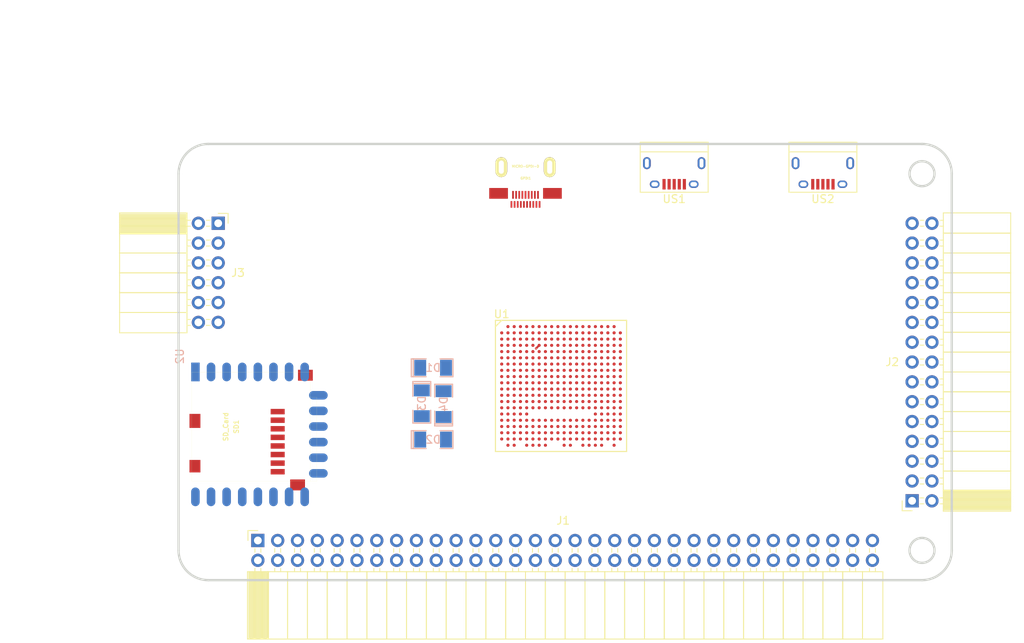
<source format=kicad_pcb>
(kicad_pcb (version 4) (host pcbnew 4.0.5+dfsg1-4)

  (general
    (links 200)
    (no_connects 199)
    (area 86.329999 53.649999 185.690001 109.830001)
    (thickness 1.6)
    (drawings 20)
    (tracks 6)
    (zones 0)
    (modules 13)
    (nets 44)
  )

  (page A4)
  (layers
    (0 F.Cu signal)
    (1 In1.Cu signal)
    (2 In2.Cu signal)
    (31 B.Cu signal)
    (32 B.Adhes user)
    (33 F.Adhes user)
    (34 B.Paste user)
    (35 F.Paste user)
    (36 B.SilkS user)
    (37 F.SilkS user)
    (38 B.Mask user)
    (39 F.Mask user)
    (40 Dwgs.User user)
    (41 Cmts.User user)
    (42 Eco1.User user)
    (43 Eco2.User user)
    (44 Edge.Cuts user)
    (45 Margin user)
    (46 B.CrtYd user)
    (47 F.CrtYd user)
    (48 B.Fab user)
    (49 F.Fab user)
  )

  (setup
    (last_trace_width 0.25)
    (trace_clearance 0.2)
    (zone_clearance 0.508)
    (zone_45_only no)
    (trace_min 0.2)
    (segment_width 0.2)
    (edge_width 0.3)
    (via_size 0.6)
    (via_drill 0.4)
    (via_min_size 0.4)
    (via_min_drill 0.3)
    (uvia_size 0.3)
    (uvia_drill 0.1)
    (uvias_allowed yes)
    (uvia_min_size 0.2)
    (uvia_min_drill 0.1)
    (pcb_text_width 0.3)
    (pcb_text_size 1.5 1.5)
    (mod_edge_width 0.15)
    (mod_text_size 1 1)
    (mod_text_width 0.15)
    (pad_size 1.524 1.524)
    (pad_drill 0.762)
    (pad_to_mask_clearance 0.2)
    (aux_axis_origin 82.67 62.69)
    (grid_origin 86.48 79.2)
    (visible_elements 7FFFFFFF)
    (pcbplotparams
      (layerselection 0x00030_80000001)
      (usegerberextensions false)
      (excludeedgelayer true)
      (linewidth 0.100000)
      (plotframeref false)
      (viasonmask false)
      (mode 1)
      (useauxorigin false)
      (hpglpennumber 1)
      (hpglpenspeed 20)
      (hpglpendiameter 15)
      (hpglpenoverlay 2)
      (psnegative false)
      (psa4output false)
      (plotreference true)
      (plotvalue true)
      (plotinvisibletext false)
      (padsonsilk false)
      (subtractmaskfromsilk false)
      (outputformat 1)
      (mirror false)
      (drillshape 1)
      (scaleselection 1)
      (outputdirectory ""))
  )

  (net 0 "")
  (net 1 GND)
  (net 2 VCC)
  (net 3 /TDI)
  (net 4 /TCK)
  (net 5 /TMS)
  (net 6 /TDO)
  (net 7 +5V)
  (net 8 /USB5V)
  (net 9 "Net-(D4-Pad1)")
  (net 10 /gpio/IN5V)
  (net 11 /gpio/OUT5V)
  (net 12 /gpio/P5)
  (net 13 /gpio/P6)
  (net 14 /gpio/P7)
  (net 15 /gpio/P8)
  (net 16 /gpio/P11)
  (net 17 /gpio/P12)
  (net 18 /gpio/P13)
  (net 19 /gpio/P14)
  (net 20 /gpio/P17)
  (net 21 /gpio/P18)
  (net 22 /gpio/P19)
  (net 23 /gpio/P20)
  (net 24 /gpio/P21)
  (net 25 /gpio/P22)
  (net 26 /gpio/P23)
  (net 27 /gpio/P24)
  (net 28 /gpio/P25)
  (net 29 /gpio/P26)
  (net 30 /gpio/P27)
  (net 31 /gpio/P28)
  (net 32 /gpio/P29)
  (net 33 /gpio/P30)
  (net 34 /SD_3)
  (net 35 /MTMS)
  (net 36 /MTCK)
  (net 37 /MTDO)
  (net 38 /MTDI)
  (net 39 /gpio/P9)
  (net 40 /gpio/P10)
  (net 41 "Net-(GPDI1-PadSHD)")
  (net 42 "Net-(US1-Pad6)")
  (net 43 "Net-(US2-Pad6)")

  (net_class Default "This is the default net class."
    (clearance 0.2)
    (trace_width 0.25)
    (via_dia 0.6)
    (via_drill 0.4)
    (uvia_dia 0.3)
    (uvia_drill 0.1)
    (add_net +5V)
    (add_net /MTCK)
    (add_net /MTDI)
    (add_net /MTDO)
    (add_net /MTMS)
    (add_net /SD_3)
    (add_net /TCK)
    (add_net /TDI)
    (add_net /TDO)
    (add_net /TMS)
    (add_net /USB5V)
    (add_net /gpio/IN5V)
    (add_net /gpio/OUT5V)
    (add_net /gpio/P10)
    (add_net /gpio/P11)
    (add_net /gpio/P12)
    (add_net /gpio/P13)
    (add_net /gpio/P14)
    (add_net /gpio/P17)
    (add_net /gpio/P18)
    (add_net /gpio/P19)
    (add_net /gpio/P20)
    (add_net /gpio/P21)
    (add_net /gpio/P22)
    (add_net /gpio/P23)
    (add_net /gpio/P24)
    (add_net /gpio/P25)
    (add_net /gpio/P26)
    (add_net /gpio/P27)
    (add_net /gpio/P28)
    (add_net /gpio/P29)
    (add_net /gpio/P30)
    (add_net /gpio/P5)
    (add_net /gpio/P6)
    (add_net /gpio/P7)
    (add_net /gpio/P8)
    (add_net /gpio/P9)
    (add_net "Net-(D4-Pad1)")
    (add_net "Net-(GPDI1-PadSHD)")
    (add_net "Net-(US1-Pad6)")
    (add_net "Net-(US2-Pad6)")
    (add_net VCC)
  )

  (net_class BGA ""
    (clearance 0.1)
    (trace_width 0.2)
    (via_dia 0.6)
    (via_drill 0.4)
    (uvia_dia 0.3)
    (uvia_drill 0.1)
    (add_net GND)
  )

  (module Socket_Strips:Socket_Strip_Angled_2x15_Pitch2.54mm (layer F.Cu) (tedit 58CD5449) (tstamp 58D3A9BD)
    (at 180.46 99.52 180)
    (descr "Through hole angled socket strip, 2x15, 2.54mm pitch, 8.51mm socket length, double rows")
    (tags "Through hole angled socket strip THT 2x15 2.54mm double row")
    (path /56AC389C/58D3A6D6)
    (fp_text reference J2 (at 2.54 17.78 180) (layer F.SilkS)
      (effects (font (size 1 1) (thickness 0.15)))
    )
    (fp_text value CONN_02X15 (at -9.398 -4.318 180) (layer F.Fab)
      (effects (font (size 1 1) (thickness 0.15)))
    )
    (fp_line (start -4.06 -1.27) (end -4.06 1.27) (layer F.Fab) (width 0.1))
    (fp_line (start -4.06 1.27) (end -12.57 1.27) (layer F.Fab) (width 0.1))
    (fp_line (start -12.57 1.27) (end -12.57 -1.27) (layer F.Fab) (width 0.1))
    (fp_line (start -12.57 -1.27) (end -4.06 -1.27) (layer F.Fab) (width 0.1))
    (fp_line (start 0 -0.32) (end 0 0.32) (layer F.Fab) (width 0.1))
    (fp_line (start 0 0.32) (end -4.06 0.32) (layer F.Fab) (width 0.1))
    (fp_line (start -4.06 0.32) (end -4.06 -0.32) (layer F.Fab) (width 0.1))
    (fp_line (start -4.06 -0.32) (end 0 -0.32) (layer F.Fab) (width 0.1))
    (fp_line (start -4.06 1.27) (end -4.06 3.81) (layer F.Fab) (width 0.1))
    (fp_line (start -4.06 3.81) (end -12.57 3.81) (layer F.Fab) (width 0.1))
    (fp_line (start -12.57 3.81) (end -12.57 1.27) (layer F.Fab) (width 0.1))
    (fp_line (start -12.57 1.27) (end -4.06 1.27) (layer F.Fab) (width 0.1))
    (fp_line (start 0 2.22) (end 0 2.86) (layer F.Fab) (width 0.1))
    (fp_line (start 0 2.86) (end -4.06 2.86) (layer F.Fab) (width 0.1))
    (fp_line (start -4.06 2.86) (end -4.06 2.22) (layer F.Fab) (width 0.1))
    (fp_line (start -4.06 2.22) (end 0 2.22) (layer F.Fab) (width 0.1))
    (fp_line (start -4.06 3.81) (end -4.06 6.35) (layer F.Fab) (width 0.1))
    (fp_line (start -4.06 6.35) (end -12.57 6.35) (layer F.Fab) (width 0.1))
    (fp_line (start -12.57 6.35) (end -12.57 3.81) (layer F.Fab) (width 0.1))
    (fp_line (start -12.57 3.81) (end -4.06 3.81) (layer F.Fab) (width 0.1))
    (fp_line (start 0 4.76) (end 0 5.4) (layer F.Fab) (width 0.1))
    (fp_line (start 0 5.4) (end -4.06 5.4) (layer F.Fab) (width 0.1))
    (fp_line (start -4.06 5.4) (end -4.06 4.76) (layer F.Fab) (width 0.1))
    (fp_line (start -4.06 4.76) (end 0 4.76) (layer F.Fab) (width 0.1))
    (fp_line (start -4.06 6.35) (end -4.06 8.89) (layer F.Fab) (width 0.1))
    (fp_line (start -4.06 8.89) (end -12.57 8.89) (layer F.Fab) (width 0.1))
    (fp_line (start -12.57 8.89) (end -12.57 6.35) (layer F.Fab) (width 0.1))
    (fp_line (start -12.57 6.35) (end -4.06 6.35) (layer F.Fab) (width 0.1))
    (fp_line (start 0 7.3) (end 0 7.94) (layer F.Fab) (width 0.1))
    (fp_line (start 0 7.94) (end -4.06 7.94) (layer F.Fab) (width 0.1))
    (fp_line (start -4.06 7.94) (end -4.06 7.3) (layer F.Fab) (width 0.1))
    (fp_line (start -4.06 7.3) (end 0 7.3) (layer F.Fab) (width 0.1))
    (fp_line (start -4.06 8.89) (end -4.06 11.43) (layer F.Fab) (width 0.1))
    (fp_line (start -4.06 11.43) (end -12.57 11.43) (layer F.Fab) (width 0.1))
    (fp_line (start -12.57 11.43) (end -12.57 8.89) (layer F.Fab) (width 0.1))
    (fp_line (start -12.57 8.89) (end -4.06 8.89) (layer F.Fab) (width 0.1))
    (fp_line (start 0 9.84) (end 0 10.48) (layer F.Fab) (width 0.1))
    (fp_line (start 0 10.48) (end -4.06 10.48) (layer F.Fab) (width 0.1))
    (fp_line (start -4.06 10.48) (end -4.06 9.84) (layer F.Fab) (width 0.1))
    (fp_line (start -4.06 9.84) (end 0 9.84) (layer F.Fab) (width 0.1))
    (fp_line (start -4.06 11.43) (end -4.06 13.97) (layer F.Fab) (width 0.1))
    (fp_line (start -4.06 13.97) (end -12.57 13.97) (layer F.Fab) (width 0.1))
    (fp_line (start -12.57 13.97) (end -12.57 11.43) (layer F.Fab) (width 0.1))
    (fp_line (start -12.57 11.43) (end -4.06 11.43) (layer F.Fab) (width 0.1))
    (fp_line (start 0 12.38) (end 0 13.02) (layer F.Fab) (width 0.1))
    (fp_line (start 0 13.02) (end -4.06 13.02) (layer F.Fab) (width 0.1))
    (fp_line (start -4.06 13.02) (end -4.06 12.38) (layer F.Fab) (width 0.1))
    (fp_line (start -4.06 12.38) (end 0 12.38) (layer F.Fab) (width 0.1))
    (fp_line (start -4.06 13.97) (end -4.06 16.51) (layer F.Fab) (width 0.1))
    (fp_line (start -4.06 16.51) (end -12.57 16.51) (layer F.Fab) (width 0.1))
    (fp_line (start -12.57 16.51) (end -12.57 13.97) (layer F.Fab) (width 0.1))
    (fp_line (start -12.57 13.97) (end -4.06 13.97) (layer F.Fab) (width 0.1))
    (fp_line (start 0 14.92) (end 0 15.56) (layer F.Fab) (width 0.1))
    (fp_line (start 0 15.56) (end -4.06 15.56) (layer F.Fab) (width 0.1))
    (fp_line (start -4.06 15.56) (end -4.06 14.92) (layer F.Fab) (width 0.1))
    (fp_line (start -4.06 14.92) (end 0 14.92) (layer F.Fab) (width 0.1))
    (fp_line (start -4.06 16.51) (end -4.06 19.05) (layer F.Fab) (width 0.1))
    (fp_line (start -4.06 19.05) (end -12.57 19.05) (layer F.Fab) (width 0.1))
    (fp_line (start -12.57 19.05) (end -12.57 16.51) (layer F.Fab) (width 0.1))
    (fp_line (start -12.57 16.51) (end -4.06 16.51) (layer F.Fab) (width 0.1))
    (fp_line (start 0 17.46) (end 0 18.1) (layer F.Fab) (width 0.1))
    (fp_line (start 0 18.1) (end -4.06 18.1) (layer F.Fab) (width 0.1))
    (fp_line (start -4.06 18.1) (end -4.06 17.46) (layer F.Fab) (width 0.1))
    (fp_line (start -4.06 17.46) (end 0 17.46) (layer F.Fab) (width 0.1))
    (fp_line (start -4.06 19.05) (end -4.06 21.59) (layer F.Fab) (width 0.1))
    (fp_line (start -4.06 21.59) (end -12.57 21.59) (layer F.Fab) (width 0.1))
    (fp_line (start -12.57 21.59) (end -12.57 19.05) (layer F.Fab) (width 0.1))
    (fp_line (start -12.57 19.05) (end -4.06 19.05) (layer F.Fab) (width 0.1))
    (fp_line (start 0 20) (end 0 20.64) (layer F.Fab) (width 0.1))
    (fp_line (start 0 20.64) (end -4.06 20.64) (layer F.Fab) (width 0.1))
    (fp_line (start -4.06 20.64) (end -4.06 20) (layer F.Fab) (width 0.1))
    (fp_line (start -4.06 20) (end 0 20) (layer F.Fab) (width 0.1))
    (fp_line (start -4.06 21.59) (end -4.06 24.13) (layer F.Fab) (width 0.1))
    (fp_line (start -4.06 24.13) (end -12.57 24.13) (layer F.Fab) (width 0.1))
    (fp_line (start -12.57 24.13) (end -12.57 21.59) (layer F.Fab) (width 0.1))
    (fp_line (start -12.57 21.59) (end -4.06 21.59) (layer F.Fab) (width 0.1))
    (fp_line (start 0 22.54) (end 0 23.18) (layer F.Fab) (width 0.1))
    (fp_line (start 0 23.18) (end -4.06 23.18) (layer F.Fab) (width 0.1))
    (fp_line (start -4.06 23.18) (end -4.06 22.54) (layer F.Fab) (width 0.1))
    (fp_line (start -4.06 22.54) (end 0 22.54) (layer F.Fab) (width 0.1))
    (fp_line (start -4.06 24.13) (end -4.06 26.67) (layer F.Fab) (width 0.1))
    (fp_line (start -4.06 26.67) (end -12.57 26.67) (layer F.Fab) (width 0.1))
    (fp_line (start -12.57 26.67) (end -12.57 24.13) (layer F.Fab) (width 0.1))
    (fp_line (start -12.57 24.13) (end -4.06 24.13) (layer F.Fab) (width 0.1))
    (fp_line (start 0 25.08) (end 0 25.72) (layer F.Fab) (width 0.1))
    (fp_line (start 0 25.72) (end -4.06 25.72) (layer F.Fab) (width 0.1))
    (fp_line (start -4.06 25.72) (end -4.06 25.08) (layer F.Fab) (width 0.1))
    (fp_line (start -4.06 25.08) (end 0 25.08) (layer F.Fab) (width 0.1))
    (fp_line (start -4.06 26.67) (end -4.06 29.21) (layer F.Fab) (width 0.1))
    (fp_line (start -4.06 29.21) (end -12.57 29.21) (layer F.Fab) (width 0.1))
    (fp_line (start -12.57 29.21) (end -12.57 26.67) (layer F.Fab) (width 0.1))
    (fp_line (start -12.57 26.67) (end -4.06 26.67) (layer F.Fab) (width 0.1))
    (fp_line (start 0 27.62) (end 0 28.26) (layer F.Fab) (width 0.1))
    (fp_line (start 0 28.26) (end -4.06 28.26) (layer F.Fab) (width 0.1))
    (fp_line (start -4.06 28.26) (end -4.06 27.62) (layer F.Fab) (width 0.1))
    (fp_line (start -4.06 27.62) (end 0 27.62) (layer F.Fab) (width 0.1))
    (fp_line (start -4.06 29.21) (end -4.06 31.75) (layer F.Fab) (width 0.1))
    (fp_line (start -4.06 31.75) (end -12.57 31.75) (layer F.Fab) (width 0.1))
    (fp_line (start -12.57 31.75) (end -12.57 29.21) (layer F.Fab) (width 0.1))
    (fp_line (start -12.57 29.21) (end -4.06 29.21) (layer F.Fab) (width 0.1))
    (fp_line (start 0 30.16) (end 0 30.8) (layer F.Fab) (width 0.1))
    (fp_line (start 0 30.8) (end -4.06 30.8) (layer F.Fab) (width 0.1))
    (fp_line (start -4.06 30.8) (end -4.06 30.16) (layer F.Fab) (width 0.1))
    (fp_line (start -4.06 30.16) (end 0 30.16) (layer F.Fab) (width 0.1))
    (fp_line (start -4.06 31.75) (end -4.06 34.29) (layer F.Fab) (width 0.1))
    (fp_line (start -4.06 34.29) (end -12.57 34.29) (layer F.Fab) (width 0.1))
    (fp_line (start -12.57 34.29) (end -12.57 31.75) (layer F.Fab) (width 0.1))
    (fp_line (start -12.57 31.75) (end -4.06 31.75) (layer F.Fab) (width 0.1))
    (fp_line (start 0 32.7) (end 0 33.34) (layer F.Fab) (width 0.1))
    (fp_line (start 0 33.34) (end -4.06 33.34) (layer F.Fab) (width 0.1))
    (fp_line (start -4.06 33.34) (end -4.06 32.7) (layer F.Fab) (width 0.1))
    (fp_line (start -4.06 32.7) (end 0 32.7) (layer F.Fab) (width 0.1))
    (fp_line (start -4.06 34.29) (end -4.06 36.83) (layer F.Fab) (width 0.1))
    (fp_line (start -4.06 36.83) (end -12.57 36.83) (layer F.Fab) (width 0.1))
    (fp_line (start -12.57 36.83) (end -12.57 34.29) (layer F.Fab) (width 0.1))
    (fp_line (start -12.57 34.29) (end -4.06 34.29) (layer F.Fab) (width 0.1))
    (fp_line (start 0 35.24) (end 0 35.88) (layer F.Fab) (width 0.1))
    (fp_line (start 0 35.88) (end -4.06 35.88) (layer F.Fab) (width 0.1))
    (fp_line (start -4.06 35.88) (end -4.06 35.24) (layer F.Fab) (width 0.1))
    (fp_line (start -4.06 35.24) (end 0 35.24) (layer F.Fab) (width 0.1))
    (fp_line (start -4 -1.33) (end -4 1.27) (layer F.SilkS) (width 0.12))
    (fp_line (start -4 1.27) (end -12.63 1.27) (layer F.SilkS) (width 0.12))
    (fp_line (start -12.63 1.27) (end -12.63 -1.33) (layer F.SilkS) (width 0.12))
    (fp_line (start -12.63 -1.33) (end -4 -1.33) (layer F.SilkS) (width 0.12))
    (fp_line (start -3.57 -0.38) (end -4 -0.38) (layer F.SilkS) (width 0.12))
    (fp_line (start -3.57 0.38) (end -4 0.38) (layer F.SilkS) (width 0.12))
    (fp_line (start -1.03 -0.38) (end -1.51 -0.38) (layer F.SilkS) (width 0.12))
    (fp_line (start -1.03 0.38) (end -1.51 0.38) (layer F.SilkS) (width 0.12))
    (fp_line (start -4 -1.15) (end -12.63 -1.15) (layer F.SilkS) (width 0.12))
    (fp_line (start -4 -1.03) (end -12.63 -1.03) (layer F.SilkS) (width 0.12))
    (fp_line (start -4 -0.91) (end -12.63 -0.91) (layer F.SilkS) (width 0.12))
    (fp_line (start -4 -0.79) (end -12.63 -0.79) (layer F.SilkS) (width 0.12))
    (fp_line (start -4 -0.67) (end -12.63 -0.67) (layer F.SilkS) (width 0.12))
    (fp_line (start -4 -0.55) (end -12.63 -0.55) (layer F.SilkS) (width 0.12))
    (fp_line (start -4 -0.43) (end -12.63 -0.43) (layer F.SilkS) (width 0.12))
    (fp_line (start -4 -0.31) (end -12.63 -0.31) (layer F.SilkS) (width 0.12))
    (fp_line (start -4 -0.19) (end -12.63 -0.19) (layer F.SilkS) (width 0.12))
    (fp_line (start -4 -0.07) (end -12.63 -0.07) (layer F.SilkS) (width 0.12))
    (fp_line (start -4 0.05) (end -12.63 0.05) (layer F.SilkS) (width 0.12))
    (fp_line (start -4 0.17) (end -12.63 0.17) (layer F.SilkS) (width 0.12))
    (fp_line (start -4 0.29) (end -12.63 0.29) (layer F.SilkS) (width 0.12))
    (fp_line (start -4 0.41) (end -12.63 0.41) (layer F.SilkS) (width 0.12))
    (fp_line (start -4 0.53) (end -12.63 0.53) (layer F.SilkS) (width 0.12))
    (fp_line (start -4 0.65) (end -12.63 0.65) (layer F.SilkS) (width 0.12))
    (fp_line (start -4 0.77) (end -12.63 0.77) (layer F.SilkS) (width 0.12))
    (fp_line (start -4 0.89) (end -12.63 0.89) (layer F.SilkS) (width 0.12))
    (fp_line (start -4 1.01) (end -12.63 1.01) (layer F.SilkS) (width 0.12))
    (fp_line (start -4 1.13) (end -12.63 1.13) (layer F.SilkS) (width 0.12))
    (fp_line (start -4 1.25) (end -12.63 1.25) (layer F.SilkS) (width 0.12))
    (fp_line (start -4 1.37) (end -12.63 1.37) (layer F.SilkS) (width 0.12))
    (fp_line (start -4 1.27) (end -4 3.81) (layer F.SilkS) (width 0.12))
    (fp_line (start -4 3.81) (end -12.63 3.81) (layer F.SilkS) (width 0.12))
    (fp_line (start -12.63 3.81) (end -12.63 1.27) (layer F.SilkS) (width 0.12))
    (fp_line (start -12.63 1.27) (end -4 1.27) (layer F.SilkS) (width 0.12))
    (fp_line (start -3.57 2.16) (end -4 2.16) (layer F.SilkS) (width 0.12))
    (fp_line (start -3.57 2.92) (end -4 2.92) (layer F.SilkS) (width 0.12))
    (fp_line (start -1.03 2.16) (end -1.51 2.16) (layer F.SilkS) (width 0.12))
    (fp_line (start -1.03 2.92) (end -1.51 2.92) (layer F.SilkS) (width 0.12))
    (fp_line (start -4 3.81) (end -4 6.35) (layer F.SilkS) (width 0.12))
    (fp_line (start -4 6.35) (end -12.63 6.35) (layer F.SilkS) (width 0.12))
    (fp_line (start -12.63 6.35) (end -12.63 3.81) (layer F.SilkS) (width 0.12))
    (fp_line (start -12.63 3.81) (end -4 3.81) (layer F.SilkS) (width 0.12))
    (fp_line (start -3.57 4.7) (end -4 4.7) (layer F.SilkS) (width 0.12))
    (fp_line (start -3.57 5.46) (end -4 5.46) (layer F.SilkS) (width 0.12))
    (fp_line (start -1.03 4.7) (end -1.51 4.7) (layer F.SilkS) (width 0.12))
    (fp_line (start -1.03 5.46) (end -1.51 5.46) (layer F.SilkS) (width 0.12))
    (fp_line (start -4 6.35) (end -4 8.89) (layer F.SilkS) (width 0.12))
    (fp_line (start -4 8.89) (end -12.63 8.89) (layer F.SilkS) (width 0.12))
    (fp_line (start -12.63 8.89) (end -12.63 6.35) (layer F.SilkS) (width 0.12))
    (fp_line (start -12.63 6.35) (end -4 6.35) (layer F.SilkS) (width 0.12))
    (fp_line (start -3.57 7.24) (end -4 7.24) (layer F.SilkS) (width 0.12))
    (fp_line (start -3.57 8) (end -4 8) (layer F.SilkS) (width 0.12))
    (fp_line (start -1.03 7.24) (end -1.51 7.24) (layer F.SilkS) (width 0.12))
    (fp_line (start -1.03 8) (end -1.51 8) (layer F.SilkS) (width 0.12))
    (fp_line (start -4 8.89) (end -4 11.43) (layer F.SilkS) (width 0.12))
    (fp_line (start -4 11.43) (end -12.63 11.43) (layer F.SilkS) (width 0.12))
    (fp_line (start -12.63 11.43) (end -12.63 8.89) (layer F.SilkS) (width 0.12))
    (fp_line (start -12.63 8.89) (end -4 8.89) (layer F.SilkS) (width 0.12))
    (fp_line (start -3.57 9.78) (end -4 9.78) (layer F.SilkS) (width 0.12))
    (fp_line (start -3.57 10.54) (end -4 10.54) (layer F.SilkS) (width 0.12))
    (fp_line (start -1.03 9.78) (end -1.51 9.78) (layer F.SilkS) (width 0.12))
    (fp_line (start -1.03 10.54) (end -1.51 10.54) (layer F.SilkS) (width 0.12))
    (fp_line (start -4 11.43) (end -4 13.97) (layer F.SilkS) (width 0.12))
    (fp_line (start -4 13.97) (end -12.63 13.97) (layer F.SilkS) (width 0.12))
    (fp_line (start -12.63 13.97) (end -12.63 11.43) (layer F.SilkS) (width 0.12))
    (fp_line (start -12.63 11.43) (end -4 11.43) (layer F.SilkS) (width 0.12))
    (fp_line (start -3.57 12.32) (end -4 12.32) (layer F.SilkS) (width 0.12))
    (fp_line (start -3.57 13.08) (end -4 13.08) (layer F.SilkS) (width 0.12))
    (fp_line (start -1.03 12.32) (end -1.51 12.32) (layer F.SilkS) (width 0.12))
    (fp_line (start -1.03 13.08) (end -1.51 13.08) (layer F.SilkS) (width 0.12))
    (fp_line (start -4 13.97) (end -4 16.51) (layer F.SilkS) (width 0.12))
    (fp_line (start -4 16.51) (end -12.63 16.51) (layer F.SilkS) (width 0.12))
    (fp_line (start -12.63 16.51) (end -12.63 13.97) (layer F.SilkS) (width 0.12))
    (fp_line (start -12.63 13.97) (end -4 13.97) (layer F.SilkS) (width 0.12))
    (fp_line (start -3.57 14.86) (end -4 14.86) (layer F.SilkS) (width 0.12))
    (fp_line (start -3.57 15.62) (end -4 15.62) (layer F.SilkS) (width 0.12))
    (fp_line (start -1.03 14.86) (end -1.51 14.86) (layer F.SilkS) (width 0.12))
    (fp_line (start -1.03 15.62) (end -1.51 15.62) (layer F.SilkS) (width 0.12))
    (fp_line (start -4 16.51) (end -4 19.05) (layer F.SilkS) (width 0.12))
    (fp_line (start -4 19.05) (end -12.63 19.05) (layer F.SilkS) (width 0.12))
    (fp_line (start -12.63 19.05) (end -12.63 16.51) (layer F.SilkS) (width 0.12))
    (fp_line (start -12.63 16.51) (end -4 16.51) (layer F.SilkS) (width 0.12))
    (fp_line (start -3.57 17.4) (end -4 17.4) (layer F.SilkS) (width 0.12))
    (fp_line (start -3.57 18.16) (end -4 18.16) (layer F.SilkS) (width 0.12))
    (fp_line (start -1.03 17.4) (end -1.51 17.4) (layer F.SilkS) (width 0.12))
    (fp_line (start -1.03 18.16) (end -1.51 18.16) (layer F.SilkS) (width 0.12))
    (fp_line (start -4 19.05) (end -4 21.59) (layer F.SilkS) (width 0.12))
    (fp_line (start -4 21.59) (end -12.63 21.59) (layer F.SilkS) (width 0.12))
    (fp_line (start -12.63 21.59) (end -12.63 19.05) (layer F.SilkS) (width 0.12))
    (fp_line (start -12.63 19.05) (end -4 19.05) (layer F.SilkS) (width 0.12))
    (fp_line (start -3.57 19.94) (end -4 19.94) (layer F.SilkS) (width 0.12))
    (fp_line (start -3.57 20.7) (end -4 20.7) (layer F.SilkS) (width 0.12))
    (fp_line (start -1.03 19.94) (end -1.51 19.94) (layer F.SilkS) (width 0.12))
    (fp_line (start -1.03 20.7) (end -1.51 20.7) (layer F.SilkS) (width 0.12))
    (fp_line (start -4 21.59) (end -4 24.13) (layer F.SilkS) (width 0.12))
    (fp_line (start -4 24.13) (end -12.63 24.13) (layer F.SilkS) (width 0.12))
    (fp_line (start -12.63 24.13) (end -12.63 21.59) (layer F.SilkS) (width 0.12))
    (fp_line (start -12.63 21.59) (end -4 21.59) (layer F.SilkS) (width 0.12))
    (fp_line (start -3.57 22.48) (end -4 22.48) (layer F.SilkS) (width 0.12))
    (fp_line (start -3.57 23.24) (end -4 23.24) (layer F.SilkS) (width 0.12))
    (fp_line (start -1.03 22.48) (end -1.51 22.48) (layer F.SilkS) (width 0.12))
    (fp_line (start -1.03 23.24) (end -1.51 23.24) (layer F.SilkS) (width 0.12))
    (fp_line (start -4 24.13) (end -4 26.67) (layer F.SilkS) (width 0.12))
    (fp_line (start -4 26.67) (end -12.63 26.67) (layer F.SilkS) (width 0.12))
    (fp_line (start -12.63 26.67) (end -12.63 24.13) (layer F.SilkS) (width 0.12))
    (fp_line (start -12.63 24.13) (end -4 24.13) (layer F.SilkS) (width 0.12))
    (fp_line (start -3.57 25.02) (end -4 25.02) (layer F.SilkS) (width 0.12))
    (fp_line (start -3.57 25.78) (end -4 25.78) (layer F.SilkS) (width 0.12))
    (fp_line (start -1.03 25.02) (end -1.51 25.02) (layer F.SilkS) (width 0.12))
    (fp_line (start -1.03 25.78) (end -1.51 25.78) (layer F.SilkS) (width 0.12))
    (fp_line (start -4 26.67) (end -4 29.21) (layer F.SilkS) (width 0.12))
    (fp_line (start -4 29.21) (end -12.63 29.21) (layer F.SilkS) (width 0.12))
    (fp_line (start -12.63 29.21) (end -12.63 26.67) (layer F.SilkS) (width 0.12))
    (fp_line (start -12.63 26.67) (end -4 26.67) (layer F.SilkS) (width 0.12))
    (fp_line (start -3.57 27.56) (end -4 27.56) (layer F.SilkS) (width 0.12))
    (fp_line (start -3.57 28.32) (end -4 28.32) (layer F.SilkS) (width 0.12))
    (fp_line (start -1.03 27.56) (end -1.51 27.56) (layer F.SilkS) (width 0.12))
    (fp_line (start -1.03 28.32) (end -1.51 28.32) (layer F.SilkS) (width 0.12))
    (fp_line (start -4 29.21) (end -4 31.75) (layer F.SilkS) (width 0.12))
    (fp_line (start -4 31.75) (end -12.63 31.75) (layer F.SilkS) (width 0.12))
    (fp_line (start -12.63 31.75) (end -12.63 29.21) (layer F.SilkS) (width 0.12))
    (fp_line (start -12.63 29.21) (end -4 29.21) (layer F.SilkS) (width 0.12))
    (fp_line (start -3.57 30.1) (end -4 30.1) (layer F.SilkS) (width 0.12))
    (fp_line (start -3.57 30.86) (end -4 30.86) (layer F.SilkS) (width 0.12))
    (fp_line (start -1.03 30.1) (end -1.51 30.1) (layer F.SilkS) (width 0.12))
    (fp_line (start -1.03 30.86) (end -1.51 30.86) (layer F.SilkS) (width 0.12))
    (fp_line (start -4 31.75) (end -4 34.29) (layer F.SilkS) (width 0.12))
    (fp_line (start -4 34.29) (end -12.63 34.29) (layer F.SilkS) (width 0.12))
    (fp_line (start -12.63 34.29) (end -12.63 31.75) (layer F.SilkS) (width 0.12))
    (fp_line (start -12.63 31.75) (end -4 31.75) (layer F.SilkS) (width 0.12))
    (fp_line (start -3.57 32.64) (end -4 32.64) (layer F.SilkS) (width 0.12))
    (fp_line (start -3.57 33.4) (end -4 33.4) (layer F.SilkS) (width 0.12))
    (fp_line (start -1.03 32.64) (end -1.51 32.64) (layer F.SilkS) (width 0.12))
    (fp_line (start -1.03 33.4) (end -1.51 33.4) (layer F.SilkS) (width 0.12))
    (fp_line (start -4 34.29) (end -4 36.89) (layer F.SilkS) (width 0.12))
    (fp_line (start -4 36.89) (end -12.63 36.89) (layer F.SilkS) (width 0.12))
    (fp_line (start -12.63 36.89) (end -12.63 34.29) (layer F.SilkS) (width 0.12))
    (fp_line (start -12.63 34.29) (end -4 34.29) (layer F.SilkS) (width 0.12))
    (fp_line (start -3.57 35.18) (end -4 35.18) (layer F.SilkS) (width 0.12))
    (fp_line (start -3.57 35.94) (end -4 35.94) (layer F.SilkS) (width 0.12))
    (fp_line (start -1.03 35.18) (end -1.51 35.18) (layer F.SilkS) (width 0.12))
    (fp_line (start -1.03 35.94) (end -1.51 35.94) (layer F.SilkS) (width 0.12))
    (fp_line (start 0 -1.27) (end 1.27 -1.27) (layer F.SilkS) (width 0.12))
    (fp_line (start 1.27 -1.27) (end 1.27 0) (layer F.SilkS) (width 0.12))
    (fp_line (start 1.8 -1.8) (end 1.8 37.35) (layer F.CrtYd) (width 0.05))
    (fp_line (start 1.8 37.35) (end -13.1 37.35) (layer F.CrtYd) (width 0.05))
    (fp_line (start -13.1 37.35) (end -13.1 -1.8) (layer F.CrtYd) (width 0.05))
    (fp_line (start -13.1 -1.8) (end 1.8 -1.8) (layer F.CrtYd) (width 0.05))
    (fp_text user %R (at 2.54 17.78 180) (layer F.Fab)
      (effects (font (size 1 1) (thickness 0.15)))
    )
    (pad 1 thru_hole rect (at 0 0 180) (size 1.7 1.7) (drill 1) (layers *.Cu *.Mask)
      (net 2 VCC))
    (pad 2 thru_hole oval (at -2.54 0 180) (size 1.7 1.7) (drill 1) (layers *.Cu *.Mask)
      (net 2 VCC))
    (pad 3 thru_hole oval (at 0 2.54 180) (size 1.7 1.7) (drill 1) (layers *.Cu *.Mask)
      (net 1 GND))
    (pad 4 thru_hole oval (at -2.54 2.54 180) (size 1.7 1.7) (drill 1) (layers *.Cu *.Mask)
      (net 1 GND))
    (pad 5 thru_hole oval (at 0 5.08 180) (size 1.7 1.7) (drill 1) (layers *.Cu *.Mask))
    (pad 6 thru_hole oval (at -2.54 5.08 180) (size 1.7 1.7) (drill 1) (layers *.Cu *.Mask))
    (pad 7 thru_hole oval (at 0 7.62 180) (size 1.7 1.7) (drill 1) (layers *.Cu *.Mask))
    (pad 8 thru_hole oval (at -2.54 7.62 180) (size 1.7 1.7) (drill 1) (layers *.Cu *.Mask))
    (pad 9 thru_hole oval (at 0 10.16 180) (size 1.7 1.7) (drill 1) (layers *.Cu *.Mask))
    (pad 10 thru_hole oval (at -2.54 10.16 180) (size 1.7 1.7) (drill 1) (layers *.Cu *.Mask))
    (pad 11 thru_hole oval (at 0 12.7 180) (size 1.7 1.7) (drill 1) (layers *.Cu *.Mask))
    (pad 12 thru_hole oval (at -2.54 12.7 180) (size 1.7 1.7) (drill 1) (layers *.Cu *.Mask))
    (pad 13 thru_hole oval (at 0 15.24 180) (size 1.7 1.7) (drill 1) (layers *.Cu *.Mask))
    (pad 14 thru_hole oval (at -2.54 15.24 180) (size 1.7 1.7) (drill 1) (layers *.Cu *.Mask))
    (pad 15 thru_hole oval (at 0 17.78 180) (size 1.7 1.7) (drill 1) (layers *.Cu *.Mask))
    (pad 16 thru_hole oval (at -2.54 17.78 180) (size 1.7 1.7) (drill 1) (layers *.Cu *.Mask))
    (pad 17 thru_hole oval (at 0 20.32 180) (size 1.7 1.7) (drill 1) (layers *.Cu *.Mask))
    (pad 18 thru_hole oval (at -2.54 20.32 180) (size 1.7 1.7) (drill 1) (layers *.Cu *.Mask))
    (pad 19 thru_hole oval (at 0 22.86 180) (size 1.7 1.7) (drill 1) (layers *.Cu *.Mask)
      (net 2 VCC))
    (pad 20 thru_hole oval (at -2.54 22.86 180) (size 1.7 1.7) (drill 1) (layers *.Cu *.Mask)
      (net 2 VCC))
    (pad 21 thru_hole oval (at 0 25.4 180) (size 1.7 1.7) (drill 1) (layers *.Cu *.Mask)
      (net 1 GND))
    (pad 22 thru_hole oval (at -2.54 25.4 180) (size 1.7 1.7) (drill 1) (layers *.Cu *.Mask)
      (net 1 GND))
    (pad 23 thru_hole oval (at 0 27.94 180) (size 1.7 1.7) (drill 1) (layers *.Cu *.Mask))
    (pad 24 thru_hole oval (at -2.54 27.94 180) (size 1.7 1.7) (drill 1) (layers *.Cu *.Mask))
    (pad 25 thru_hole oval (at 0 30.48 180) (size 1.7 1.7) (drill 1) (layers *.Cu *.Mask))
    (pad 26 thru_hole oval (at -2.54 30.48 180) (size 1.7 1.7) (drill 1) (layers *.Cu *.Mask))
    (pad 27 thru_hole oval (at 0 33.02 180) (size 1.7 1.7) (drill 1) (layers *.Cu *.Mask))
    (pad 28 thru_hole oval (at -2.54 33.02 180) (size 1.7 1.7) (drill 1) (layers *.Cu *.Mask))
    (pad 29 thru_hole oval (at 0 35.56 180) (size 1.7 1.7) (drill 1) (layers *.Cu *.Mask))
    (pad 30 thru_hole oval (at -2.54 35.56 180) (size 1.7 1.7) (drill 1) (layers *.Cu *.Mask))
    (model ${KISYS3DMOD}/Socket_Strips.3dshapes/Socket_Strip_Angled_2x15_Pitch2.54mm.wrl
      (at (xyz -0.05 -0.7 0))
      (scale (xyz 1 1 1))
      (rotate (xyz 0 0 270))
    )
  )

  (module Socket_Strips:Socket_Strip_Angled_2x06_Pitch2.54mm (layer F.Cu) (tedit 58CD5449) (tstamp 58D3EF7F)
    (at 91.56 63.96)
    (descr "Through hole angled socket strip, 2x06, 2.54mm pitch, 8.51mm socket length, double rows")
    (tags "Through hole angled socket strip THT 2x06 2.54mm double row")
    (path /58D3C869)
    (fp_text reference J3 (at 2.54 6.35) (layer F.SilkS)
      (effects (font (size 1 1) (thickness 0.15)))
    )
    (fp_text value CONN_02X06 (at -5.65 14.97) (layer F.Fab)
      (effects (font (size 1 1) (thickness 0.15)))
    )
    (fp_line (start -4.06 -1.27) (end -4.06 1.27) (layer F.Fab) (width 0.1))
    (fp_line (start -4.06 1.27) (end -12.57 1.27) (layer F.Fab) (width 0.1))
    (fp_line (start -12.57 1.27) (end -12.57 -1.27) (layer F.Fab) (width 0.1))
    (fp_line (start -12.57 -1.27) (end -4.06 -1.27) (layer F.Fab) (width 0.1))
    (fp_line (start 0 -0.32) (end 0 0.32) (layer F.Fab) (width 0.1))
    (fp_line (start 0 0.32) (end -4.06 0.32) (layer F.Fab) (width 0.1))
    (fp_line (start -4.06 0.32) (end -4.06 -0.32) (layer F.Fab) (width 0.1))
    (fp_line (start -4.06 -0.32) (end 0 -0.32) (layer F.Fab) (width 0.1))
    (fp_line (start -4.06 1.27) (end -4.06 3.81) (layer F.Fab) (width 0.1))
    (fp_line (start -4.06 3.81) (end -12.57 3.81) (layer F.Fab) (width 0.1))
    (fp_line (start -12.57 3.81) (end -12.57 1.27) (layer F.Fab) (width 0.1))
    (fp_line (start -12.57 1.27) (end -4.06 1.27) (layer F.Fab) (width 0.1))
    (fp_line (start 0 2.22) (end 0 2.86) (layer F.Fab) (width 0.1))
    (fp_line (start 0 2.86) (end -4.06 2.86) (layer F.Fab) (width 0.1))
    (fp_line (start -4.06 2.86) (end -4.06 2.22) (layer F.Fab) (width 0.1))
    (fp_line (start -4.06 2.22) (end 0 2.22) (layer F.Fab) (width 0.1))
    (fp_line (start -4.06 3.81) (end -4.06 6.35) (layer F.Fab) (width 0.1))
    (fp_line (start -4.06 6.35) (end -12.57 6.35) (layer F.Fab) (width 0.1))
    (fp_line (start -12.57 6.35) (end -12.57 3.81) (layer F.Fab) (width 0.1))
    (fp_line (start -12.57 3.81) (end -4.06 3.81) (layer F.Fab) (width 0.1))
    (fp_line (start 0 4.76) (end 0 5.4) (layer F.Fab) (width 0.1))
    (fp_line (start 0 5.4) (end -4.06 5.4) (layer F.Fab) (width 0.1))
    (fp_line (start -4.06 5.4) (end -4.06 4.76) (layer F.Fab) (width 0.1))
    (fp_line (start -4.06 4.76) (end 0 4.76) (layer F.Fab) (width 0.1))
    (fp_line (start -4.06 6.35) (end -4.06 8.89) (layer F.Fab) (width 0.1))
    (fp_line (start -4.06 8.89) (end -12.57 8.89) (layer F.Fab) (width 0.1))
    (fp_line (start -12.57 8.89) (end -12.57 6.35) (layer F.Fab) (width 0.1))
    (fp_line (start -12.57 6.35) (end -4.06 6.35) (layer F.Fab) (width 0.1))
    (fp_line (start 0 7.3) (end 0 7.94) (layer F.Fab) (width 0.1))
    (fp_line (start 0 7.94) (end -4.06 7.94) (layer F.Fab) (width 0.1))
    (fp_line (start -4.06 7.94) (end -4.06 7.3) (layer F.Fab) (width 0.1))
    (fp_line (start -4.06 7.3) (end 0 7.3) (layer F.Fab) (width 0.1))
    (fp_line (start -4.06 8.89) (end -4.06 11.43) (layer F.Fab) (width 0.1))
    (fp_line (start -4.06 11.43) (end -12.57 11.43) (layer F.Fab) (width 0.1))
    (fp_line (start -12.57 11.43) (end -12.57 8.89) (layer F.Fab) (width 0.1))
    (fp_line (start -12.57 8.89) (end -4.06 8.89) (layer F.Fab) (width 0.1))
    (fp_line (start 0 9.84) (end 0 10.48) (layer F.Fab) (width 0.1))
    (fp_line (start 0 10.48) (end -4.06 10.48) (layer F.Fab) (width 0.1))
    (fp_line (start -4.06 10.48) (end -4.06 9.84) (layer F.Fab) (width 0.1))
    (fp_line (start -4.06 9.84) (end 0 9.84) (layer F.Fab) (width 0.1))
    (fp_line (start -4.06 11.43) (end -4.06 13.97) (layer F.Fab) (width 0.1))
    (fp_line (start -4.06 13.97) (end -12.57 13.97) (layer F.Fab) (width 0.1))
    (fp_line (start -12.57 13.97) (end -12.57 11.43) (layer F.Fab) (width 0.1))
    (fp_line (start -12.57 11.43) (end -4.06 11.43) (layer F.Fab) (width 0.1))
    (fp_line (start 0 12.38) (end 0 13.02) (layer F.Fab) (width 0.1))
    (fp_line (start 0 13.02) (end -4.06 13.02) (layer F.Fab) (width 0.1))
    (fp_line (start -4.06 13.02) (end -4.06 12.38) (layer F.Fab) (width 0.1))
    (fp_line (start -4.06 12.38) (end 0 12.38) (layer F.Fab) (width 0.1))
    (fp_line (start -4 -1.33) (end -4 1.27) (layer F.SilkS) (width 0.12))
    (fp_line (start -4 1.27) (end -12.63 1.27) (layer F.SilkS) (width 0.12))
    (fp_line (start -12.63 1.27) (end -12.63 -1.33) (layer F.SilkS) (width 0.12))
    (fp_line (start -12.63 -1.33) (end -4 -1.33) (layer F.SilkS) (width 0.12))
    (fp_line (start -3.57 -0.38) (end -4 -0.38) (layer F.SilkS) (width 0.12))
    (fp_line (start -3.57 0.38) (end -4 0.38) (layer F.SilkS) (width 0.12))
    (fp_line (start -1.03 -0.38) (end -1.51 -0.38) (layer F.SilkS) (width 0.12))
    (fp_line (start -1.03 0.38) (end -1.51 0.38) (layer F.SilkS) (width 0.12))
    (fp_line (start -4 -1.15) (end -12.63 -1.15) (layer F.SilkS) (width 0.12))
    (fp_line (start -4 -1.03) (end -12.63 -1.03) (layer F.SilkS) (width 0.12))
    (fp_line (start -4 -0.91) (end -12.63 -0.91) (layer F.SilkS) (width 0.12))
    (fp_line (start -4 -0.79) (end -12.63 -0.79) (layer F.SilkS) (width 0.12))
    (fp_line (start -4 -0.67) (end -12.63 -0.67) (layer F.SilkS) (width 0.12))
    (fp_line (start -4 -0.55) (end -12.63 -0.55) (layer F.SilkS) (width 0.12))
    (fp_line (start -4 -0.43) (end -12.63 -0.43) (layer F.SilkS) (width 0.12))
    (fp_line (start -4 -0.31) (end -12.63 -0.31) (layer F.SilkS) (width 0.12))
    (fp_line (start -4 -0.19) (end -12.63 -0.19) (layer F.SilkS) (width 0.12))
    (fp_line (start -4 -0.07) (end -12.63 -0.07) (layer F.SilkS) (width 0.12))
    (fp_line (start -4 0.05) (end -12.63 0.05) (layer F.SilkS) (width 0.12))
    (fp_line (start -4 0.17) (end -12.63 0.17) (layer F.SilkS) (width 0.12))
    (fp_line (start -4 0.29) (end -12.63 0.29) (layer F.SilkS) (width 0.12))
    (fp_line (start -4 0.41) (end -12.63 0.41) (layer F.SilkS) (width 0.12))
    (fp_line (start -4 0.53) (end -12.63 0.53) (layer F.SilkS) (width 0.12))
    (fp_line (start -4 0.65) (end -12.63 0.65) (layer F.SilkS) (width 0.12))
    (fp_line (start -4 0.77) (end -12.63 0.77) (layer F.SilkS) (width 0.12))
    (fp_line (start -4 0.89) (end -12.63 0.89) (layer F.SilkS) (width 0.12))
    (fp_line (start -4 1.01) (end -12.63 1.01) (layer F.SilkS) (width 0.12))
    (fp_line (start -4 1.13) (end -12.63 1.13) (layer F.SilkS) (width 0.12))
    (fp_line (start -4 1.25) (end -12.63 1.25) (layer F.SilkS) (width 0.12))
    (fp_line (start -4 1.37) (end -12.63 1.37) (layer F.SilkS) (width 0.12))
    (fp_line (start -4 1.27) (end -4 3.81) (layer F.SilkS) (width 0.12))
    (fp_line (start -4 3.81) (end -12.63 3.81) (layer F.SilkS) (width 0.12))
    (fp_line (start -12.63 3.81) (end -12.63 1.27) (layer F.SilkS) (width 0.12))
    (fp_line (start -12.63 1.27) (end -4 1.27) (layer F.SilkS) (width 0.12))
    (fp_line (start -3.57 2.16) (end -4 2.16) (layer F.SilkS) (width 0.12))
    (fp_line (start -3.57 2.92) (end -4 2.92) (layer F.SilkS) (width 0.12))
    (fp_line (start -1.03 2.16) (end -1.51 2.16) (layer F.SilkS) (width 0.12))
    (fp_line (start -1.03 2.92) (end -1.51 2.92) (layer F.SilkS) (width 0.12))
    (fp_line (start -4 3.81) (end -4 6.35) (layer F.SilkS) (width 0.12))
    (fp_line (start -4 6.35) (end -12.63 6.35) (layer F.SilkS) (width 0.12))
    (fp_line (start -12.63 6.35) (end -12.63 3.81) (layer F.SilkS) (width 0.12))
    (fp_line (start -12.63 3.81) (end -4 3.81) (layer F.SilkS) (width 0.12))
    (fp_line (start -3.57 4.7) (end -4 4.7) (layer F.SilkS) (width 0.12))
    (fp_line (start -3.57 5.46) (end -4 5.46) (layer F.SilkS) (width 0.12))
    (fp_line (start -1.03 4.7) (end -1.51 4.7) (layer F.SilkS) (width 0.12))
    (fp_line (start -1.03 5.46) (end -1.51 5.46) (layer F.SilkS) (width 0.12))
    (fp_line (start -4 6.35) (end -4 8.89) (layer F.SilkS) (width 0.12))
    (fp_line (start -4 8.89) (end -12.63 8.89) (layer F.SilkS) (width 0.12))
    (fp_line (start -12.63 8.89) (end -12.63 6.35) (layer F.SilkS) (width 0.12))
    (fp_line (start -12.63 6.35) (end -4 6.35) (layer F.SilkS) (width 0.12))
    (fp_line (start -3.57 7.24) (end -4 7.24) (layer F.SilkS) (width 0.12))
    (fp_line (start -3.57 8) (end -4 8) (layer F.SilkS) (width 0.12))
    (fp_line (start -1.03 7.24) (end -1.51 7.24) (layer F.SilkS) (width 0.12))
    (fp_line (start -1.03 8) (end -1.51 8) (layer F.SilkS) (width 0.12))
    (fp_line (start -4 8.89) (end -4 11.43) (layer F.SilkS) (width 0.12))
    (fp_line (start -4 11.43) (end -12.63 11.43) (layer F.SilkS) (width 0.12))
    (fp_line (start -12.63 11.43) (end -12.63 8.89) (layer F.SilkS) (width 0.12))
    (fp_line (start -12.63 8.89) (end -4 8.89) (layer F.SilkS) (width 0.12))
    (fp_line (start -3.57 9.78) (end -4 9.78) (layer F.SilkS) (width 0.12))
    (fp_line (start -3.57 10.54) (end -4 10.54) (layer F.SilkS) (width 0.12))
    (fp_line (start -1.03 9.78) (end -1.51 9.78) (layer F.SilkS) (width 0.12))
    (fp_line (start -1.03 10.54) (end -1.51 10.54) (layer F.SilkS) (width 0.12))
    (fp_line (start -4 11.43) (end -4 14.03) (layer F.SilkS) (width 0.12))
    (fp_line (start -4 14.03) (end -12.63 14.03) (layer F.SilkS) (width 0.12))
    (fp_line (start -12.63 14.03) (end -12.63 11.43) (layer F.SilkS) (width 0.12))
    (fp_line (start -12.63 11.43) (end -4 11.43) (layer F.SilkS) (width 0.12))
    (fp_line (start -3.57 12.32) (end -4 12.32) (layer F.SilkS) (width 0.12))
    (fp_line (start -3.57 13.08) (end -4 13.08) (layer F.SilkS) (width 0.12))
    (fp_line (start -1.03 12.32) (end -1.51 12.32) (layer F.SilkS) (width 0.12))
    (fp_line (start -1.03 13.08) (end -1.51 13.08) (layer F.SilkS) (width 0.12))
    (fp_line (start 0 -1.27) (end 1.27 -1.27) (layer F.SilkS) (width 0.12))
    (fp_line (start 1.27 -1.27) (end 1.27 0) (layer F.SilkS) (width 0.12))
    (fp_line (start 1.8 -1.8) (end 1.8 14.5) (layer F.CrtYd) (width 0.05))
    (fp_line (start 1.8 14.5) (end -13.1 14.5) (layer F.CrtYd) (width 0.05))
    (fp_line (start -13.1 14.5) (end -13.1 -1.8) (layer F.CrtYd) (width 0.05))
    (fp_line (start -13.1 -1.8) (end 1.8 -1.8) (layer F.CrtYd) (width 0.05))
    (fp_text user %R (at -5.65 -2.27) (layer F.Fab)
      (effects (font (size 1 1) (thickness 0.15)))
    )
    (pad 1 thru_hole rect (at 0 0) (size 1.7 1.7) (drill 1) (layers *.Cu *.Mask))
    (pad 2 thru_hole oval (at -2.54 0) (size 1.7 1.7) (drill 1) (layers *.Cu *.Mask))
    (pad 3 thru_hole oval (at 0 2.54) (size 1.7 1.7) (drill 1) (layers *.Cu *.Mask))
    (pad 4 thru_hole oval (at -2.54 2.54) (size 1.7 1.7) (drill 1) (layers *.Cu *.Mask))
    (pad 5 thru_hole oval (at 0 5.08) (size 1.7 1.7) (drill 1) (layers *.Cu *.Mask))
    (pad 6 thru_hole oval (at -2.54 5.08) (size 1.7 1.7) (drill 1) (layers *.Cu *.Mask))
    (pad 7 thru_hole oval (at 0 7.62) (size 1.7 1.7) (drill 1) (layers *.Cu *.Mask))
    (pad 8 thru_hole oval (at -2.54 7.62) (size 1.7 1.7) (drill 1) (layers *.Cu *.Mask))
    (pad 9 thru_hole oval (at 0 10.16) (size 1.7 1.7) (drill 1) (layers *.Cu *.Mask))
    (pad 10 thru_hole oval (at -2.54 10.16) (size 1.7 1.7) (drill 1) (layers *.Cu *.Mask))
    (pad 11 thru_hole oval (at 0 12.7) (size 1.7 1.7) (drill 1) (layers *.Cu *.Mask))
    (pad 12 thru_hole oval (at -2.54 12.7) (size 1.7 1.7) (drill 1) (layers *.Cu *.Mask))
    (model ${KISYS3DMOD}/Socket_Strips.3dshapes/Socket_Strip_Angled_2x06_Pitch2.54mm.wrl
      (at (xyz -0.05 -0.25 0))
      (scale (xyz 1 1 1))
      (rotate (xyz 0 0 270))
    )
  )

  (module SMD_Packages:SMD-1206_Pol (layer B.Cu) (tedit 0) (tstamp 56AA106E)
    (at 119.093 91.676)
    (path /56AC389C/56AC4846)
    (attr smd)
    (fp_text reference D2 (at 0 0) (layer B.SilkS)
      (effects (font (size 1 1) (thickness 0.15)) (justify mirror))
    )
    (fp_text value 2A (at 0 0) (layer B.Fab)
      (effects (font (size 1 1) (thickness 0.15)) (justify mirror))
    )
    (fp_line (start -2.54 1.143) (end -2.794 1.143) (layer B.SilkS) (width 0.15))
    (fp_line (start -2.794 1.143) (end -2.794 -1.143) (layer B.SilkS) (width 0.15))
    (fp_line (start -2.794 -1.143) (end -2.54 -1.143) (layer B.SilkS) (width 0.15))
    (fp_line (start -2.54 1.143) (end -2.54 -1.143) (layer B.SilkS) (width 0.15))
    (fp_line (start -2.54 -1.143) (end -0.889 -1.143) (layer B.SilkS) (width 0.15))
    (fp_line (start 0.889 1.143) (end 2.54 1.143) (layer B.SilkS) (width 0.15))
    (fp_line (start 2.54 1.143) (end 2.54 -1.143) (layer B.SilkS) (width 0.15))
    (fp_line (start 2.54 -1.143) (end 0.889 -1.143) (layer B.SilkS) (width 0.15))
    (fp_line (start -0.889 1.143) (end -2.54 1.143) (layer B.SilkS) (width 0.15))
    (pad 1 smd rect (at -1.651 0) (size 1.524 2.032) (layers B.Cu B.Paste B.Mask)
      (net 11 /gpio/OUT5V))
    (pad 2 smd rect (at 1.651 0) (size 1.524 2.032) (layers B.Cu B.Paste B.Mask))
    (model SMD_Packages.3dshapes/SMD-1206_Pol.wrl
      (at (xyz 0 0 0))
      (scale (xyz 0.17 0.16 0.16))
      (rotate (xyz 0 0 0))
    )
  )

  (module SMD_Packages:SMD-1206_Pol (layer B.Cu) (tedit 0) (tstamp 56AA1068)
    (at 119.093 82.476)
    (path /56AC389C/56AC483B)
    (attr smd)
    (fp_text reference D1 (at 0 0) (layer B.SilkS)
      (effects (font (size 1 1) (thickness 0.15)) (justify mirror))
    )
    (fp_text value 2A (at 0 0) (layer B.Fab)
      (effects (font (size 1 1) (thickness 0.15)) (justify mirror))
    )
    (fp_line (start -2.54 1.143) (end -2.794 1.143) (layer B.SilkS) (width 0.15))
    (fp_line (start -2.794 1.143) (end -2.794 -1.143) (layer B.SilkS) (width 0.15))
    (fp_line (start -2.794 -1.143) (end -2.54 -1.143) (layer B.SilkS) (width 0.15))
    (fp_line (start -2.54 1.143) (end -2.54 -1.143) (layer B.SilkS) (width 0.15))
    (fp_line (start -2.54 -1.143) (end -0.889 -1.143) (layer B.SilkS) (width 0.15))
    (fp_line (start 0.889 1.143) (end 2.54 1.143) (layer B.SilkS) (width 0.15))
    (fp_line (start 2.54 1.143) (end 2.54 -1.143) (layer B.SilkS) (width 0.15))
    (fp_line (start 2.54 -1.143) (end 0.889 -1.143) (layer B.SilkS) (width 0.15))
    (fp_line (start -0.889 1.143) (end -2.54 1.143) (layer B.SilkS) (width 0.15))
    (pad 1 smd rect (at -1.651 0) (size 1.524 2.032) (layers B.Cu B.Paste B.Mask)
      (net 7 +5V))
    (pad 2 smd rect (at 1.651 0) (size 1.524 2.032) (layers B.Cu B.Paste B.Mask)
      (net 10 /gpio/IN5V))
    (model SMD_Packages.3dshapes/SMD-1206_Pol.wrl
      (at (xyz 0 0 0))
      (scale (xyz 0.17 0.16 0.16))
      (rotate (xyz 0 0 0))
    )
  )

  (module lfe5bg381:BGA-381_pitch0.8mm_dia0.4mm (layer F.Cu) (tedit 56A8C998) (tstamp 56AA0CD9)
    (at 135.48 84.8)
    (path /56AA9804)
    (attr smd)
    (fp_text reference U1 (at -7.6 -9.2) (layer F.SilkS)
      (effects (font (size 1 1) (thickness 0.15)))
    )
    (fp_text value LFE5-BG381 (at 2 -9.2) (layer F.Fab)
      (effects (font (size 1 1) (thickness 0.15)))
    )
    (fp_line (start -8.4 8.4) (end 8.4 8.4) (layer F.SilkS) (width 0.15))
    (fp_line (start 8.4 8.4) (end 8.4 -8.4) (layer F.SilkS) (width 0.15))
    (fp_line (start 8.4 -8.4) (end -8.4 -8.4) (layer F.SilkS) (width 0.15))
    (fp_line (start -8.4 -8.4) (end -8.4 8.4) (layer F.SilkS) (width 0.15))
    (fp_line (start -7.6 -8.4) (end -8.4 -7.6) (layer F.SilkS) (width 0.15))
    (pad A2 smd circle (at -6.8 -7.6) (size 0.4 0.4) (layers F.Cu F.Paste F.Mask))
    (pad A3 smd circle (at -6 -7.6) (size 0.4 0.4) (layers F.Cu F.Paste F.Mask))
    (pad A4 smd circle (at -5.2 -7.6) (size 0.4 0.4) (layers F.Cu F.Paste F.Mask))
    (pad A5 smd circle (at -4.4 -7.6) (size 0.4 0.4) (layers F.Cu F.Paste F.Mask))
    (pad A6 smd circle (at -3.6 -7.6) (size 0.4 0.4) (layers F.Cu F.Paste F.Mask)
      (net 33 /gpio/P30))
    (pad A7 smd circle (at -2.8 -7.6) (size 0.4 0.4) (layers F.Cu F.Paste F.Mask)
      (net 21 /gpio/P18))
    (pad A8 smd circle (at -2 -7.6) (size 0.4 0.4) (layers F.Cu F.Paste F.Mask)
      (net 20 /gpio/P17))
    (pad A9 smd circle (at -1.2 -7.6) (size 0.4 0.4) (layers F.Cu F.Paste F.Mask)
      (net 40 /gpio/P10))
    (pad A10 smd circle (at -0.4 -7.6) (size 0.4 0.4) (layers F.Cu F.Paste F.Mask)
      (net 14 /gpio/P7))
    (pad A11 smd circle (at 0.4 -7.6) (size 0.4 0.4) (layers F.Cu F.Paste F.Mask)
      (net 15 /gpio/P8))
    (pad A12 smd circle (at 1.2 -7.6) (size 0.4 0.4) (layers F.Cu F.Paste F.Mask))
    (pad A13 smd circle (at 2 -7.6) (size 0.4 0.4) (layers F.Cu F.Paste F.Mask))
    (pad A14 smd circle (at 2.8 -7.6) (size 0.4 0.4) (layers F.Cu F.Paste F.Mask))
    (pad A15 smd circle (at 3.6 -7.6) (size 0.4 0.4) (layers F.Cu F.Paste F.Mask))
    (pad A16 smd circle (at 4.4 -7.6) (size 0.4 0.4) (layers F.Cu F.Paste F.Mask))
    (pad A17 smd circle (at 5.2 -7.6) (size 0.4 0.4) (layers F.Cu F.Paste F.Mask))
    (pad A18 smd circle (at 6 -7.6) (size 0.4 0.4) (layers F.Cu F.Paste F.Mask))
    (pad A19 smd circle (at 6.8 -7.6) (size 0.4 0.4) (layers F.Cu F.Paste F.Mask))
    (pad B1 smd circle (at -7.6 -6.8) (size 0.4 0.4) (layers F.Cu F.Paste F.Mask))
    (pad B2 smd circle (at -6.8 -6.8) (size 0.4 0.4) (layers F.Cu F.Paste F.Mask))
    (pad B3 smd circle (at -6 -6.8) (size 0.4 0.4) (layers F.Cu F.Paste F.Mask))
    (pad B4 smd circle (at -5.2 -6.8) (size 0.4 0.4) (layers F.Cu F.Paste F.Mask))
    (pad B5 smd circle (at -4.4 -6.8) (size 0.4 0.4) (layers F.Cu F.Paste F.Mask))
    (pad B6 smd circle (at -3.6 -6.8) (size 0.4 0.4) (layers F.Cu F.Paste F.Mask)
      (net 32 /gpio/P29))
    (pad B7 smd circle (at -2.8 -6.8) (size 0.4 0.4) (layers F.Cu F.Paste F.Mask)
      (net 1 GND))
    (pad B8 smd circle (at -2 -6.8) (size 0.4 0.4) (layers F.Cu F.Paste F.Mask)
      (net 22 /gpio/P19))
    (pad B9 smd circle (at -1.2 -6.8) (size 0.4 0.4) (layers F.Cu F.Paste F.Mask)
      (net 17 /gpio/P12))
    (pad B10 smd circle (at -0.4 -6.8) (size 0.4 0.4) (layers F.Cu F.Paste F.Mask)
      (net 39 /gpio/P9))
    (pad B11 smd circle (at 0.4 -6.8) (size 0.4 0.4) (layers F.Cu F.Paste F.Mask)
      (net 12 /gpio/P5))
    (pad B12 smd circle (at 1.2 -6.8) (size 0.4 0.4) (layers F.Cu F.Paste F.Mask))
    (pad B13 smd circle (at 2 -6.8) (size 0.4 0.4) (layers F.Cu F.Paste F.Mask))
    (pad B14 smd circle (at 2.8 -6.8) (size 0.4 0.4) (layers F.Cu F.Paste F.Mask)
      (net 1 GND))
    (pad B15 smd circle (at 3.6 -6.8) (size 0.4 0.4) (layers F.Cu F.Paste F.Mask))
    (pad B16 smd circle (at 4.4 -6.8) (size 0.4 0.4) (layers F.Cu F.Paste F.Mask))
    (pad B17 smd circle (at 5.2 -6.8) (size 0.4 0.4) (layers F.Cu F.Paste F.Mask))
    (pad B18 smd circle (at 6 -6.8) (size 0.4 0.4) (layers F.Cu F.Paste F.Mask))
    (pad B19 smd circle (at 6.8 -6.8) (size 0.4 0.4) (layers F.Cu F.Paste F.Mask))
    (pad B20 smd circle (at 7.6 -6.8) (size 0.4 0.4) (layers F.Cu F.Paste F.Mask))
    (pad C1 smd circle (at -7.6 -6) (size 0.4 0.4) (layers F.Cu F.Paste F.Mask))
    (pad C2 smd circle (at -6.8 -6) (size 0.4 0.4) (layers F.Cu F.Paste F.Mask))
    (pad C3 smd circle (at -6 -6) (size 0.4 0.4) (layers F.Cu F.Paste F.Mask))
    (pad C4 smd circle (at -5.2 -6) (size 0.4 0.4) (layers F.Cu F.Paste F.Mask))
    (pad C5 smd circle (at -4.4 -6) (size 0.4 0.4) (layers F.Cu F.Paste F.Mask))
    (pad C6 smd circle (at -3.6 -6) (size 0.4 0.4) (layers F.Cu F.Paste F.Mask)
      (net 27 /gpio/P24))
    (pad C7 smd circle (at -2.8 -6) (size 0.4 0.4) (layers F.Cu F.Paste F.Mask)
      (net 26 /gpio/P23))
    (pad C8 smd circle (at -2 -6) (size 0.4 0.4) (layers F.Cu F.Paste F.Mask)
      (net 23 /gpio/P20))
    (pad C9 smd circle (at -1.2 -6) (size 0.4 0.4) (layers F.Cu F.Paste F.Mask))
    (pad C10 smd circle (at -0.4 -6) (size 0.4 0.4) (layers F.Cu F.Paste F.Mask)
      (net 16 /gpio/P11))
    (pad C11 smd circle (at 0.4 -6) (size 0.4 0.4) (layers F.Cu F.Paste F.Mask)
      (net 13 /gpio/P6))
    (pad C12 smd circle (at 1.2 -6) (size 0.4 0.4) (layers F.Cu F.Paste F.Mask))
    (pad C13 smd circle (at 2 -6) (size 0.4 0.4) (layers F.Cu F.Paste F.Mask))
    (pad C14 smd circle (at 2.8 -6) (size 0.4 0.4) (layers F.Cu F.Paste F.Mask))
    (pad C15 smd circle (at 3.6 -6) (size 0.4 0.4) (layers F.Cu F.Paste F.Mask))
    (pad C16 smd circle (at 4.4 -6) (size 0.4 0.4) (layers F.Cu F.Paste F.Mask))
    (pad C17 smd circle (at 5.2 -6) (size 0.4 0.4) (layers F.Cu F.Paste F.Mask))
    (pad C18 smd circle (at 6 -6) (size 0.4 0.4) (layers F.Cu F.Paste F.Mask))
    (pad C19 smd circle (at 6.8 -6) (size 0.4 0.4) (layers F.Cu F.Paste F.Mask)
      (net 1 GND))
    (pad C20 smd circle (at 7.6 -6) (size 0.4 0.4) (layers F.Cu F.Paste F.Mask))
    (pad D1 smd circle (at -7.6 -5.2) (size 0.4 0.4) (layers F.Cu F.Paste F.Mask))
    (pad D2 smd circle (at -6.8 -5.2) (size 0.4 0.4) (layers F.Cu F.Paste F.Mask))
    (pad D3 smd circle (at -6 -5.2) (size 0.4 0.4) (layers F.Cu F.Paste F.Mask))
    (pad D4 smd circle (at -5.2 -5.2) (size 0.4 0.4) (layers F.Cu F.Paste F.Mask)
      (net 1 GND))
    (pad D5 smd circle (at -4.4 -5.2) (size 0.4 0.4) (layers F.Cu F.Paste F.Mask))
    (pad D6 smd circle (at -3.6 -5.2) (size 0.4 0.4) (layers F.Cu F.Paste F.Mask)
      (net 30 /gpio/P27))
    (pad D7 smd circle (at -2.8 -5.2) (size 0.4 0.4) (layers F.Cu F.Paste F.Mask)
      (net 28 /gpio/P25))
    (pad D8 smd circle (at -2 -5.2) (size 0.4 0.4) (layers F.Cu F.Paste F.Mask)
      (net 24 /gpio/P21))
    (pad D9 smd circle (at -1.2 -5.2) (size 0.4 0.4) (layers F.Cu F.Paste F.Mask)
      (net 19 /gpio/P14))
    (pad D10 smd circle (at -0.4 -5.2) (size 0.4 0.4) (layers F.Cu F.Paste F.Mask))
    (pad D11 smd circle (at 0.4 -5.2) (size 0.4 0.4) (layers F.Cu F.Paste F.Mask))
    (pad D12 smd circle (at 1.2 -5.2) (size 0.4 0.4) (layers F.Cu F.Paste F.Mask))
    (pad D13 smd circle (at 2 -5.2) (size 0.4 0.4) (layers F.Cu F.Paste F.Mask))
    (pad D14 smd circle (at 2.8 -5.2) (size 0.4 0.4) (layers F.Cu F.Paste F.Mask))
    (pad D15 smd circle (at 3.6 -5.2) (size 0.4 0.4) (layers F.Cu F.Paste F.Mask))
    (pad D16 smd circle (at 4.4 -5.2) (size 0.4 0.4) (layers F.Cu F.Paste F.Mask))
    (pad D17 smd circle (at 5.2 -5.2) (size 0.4 0.4) (layers F.Cu F.Paste F.Mask))
    (pad D18 smd circle (at 6 -5.2) (size 0.4 0.4) (layers F.Cu F.Paste F.Mask))
    (pad D19 smd circle (at 6.8 -5.2) (size 0.4 0.4) (layers F.Cu F.Paste F.Mask))
    (pad D20 smd circle (at 7.6 -5.2) (size 0.4 0.4) (layers F.Cu F.Paste F.Mask))
    (pad E1 smd circle (at -7.6 -4.4) (size 0.4 0.4) (layers F.Cu F.Paste F.Mask))
    (pad E2 smd circle (at -6.8 -4.4) (size 0.4 0.4) (layers F.Cu F.Paste F.Mask))
    (pad E3 smd circle (at -6 -4.4) (size 0.4 0.4) (layers F.Cu F.Paste F.Mask))
    (pad E4 smd circle (at -5.2 -4.4) (size 0.4 0.4) (layers F.Cu F.Paste F.Mask))
    (pad E5 smd circle (at -4.4 -4.4) (size 0.4 0.4) (layers F.Cu F.Paste F.Mask))
    (pad E6 smd circle (at -3.6 -4.4) (size 0.4 0.4) (layers F.Cu F.Paste F.Mask)
      (net 31 /gpio/P28))
    (pad E7 smd circle (at -2.8 -4.4) (size 0.4 0.4) (layers F.Cu F.Paste F.Mask)
      (net 29 /gpio/P26))
    (pad E8 smd circle (at -2 -4.4) (size 0.4 0.4) (layers F.Cu F.Paste F.Mask)
      (net 25 /gpio/P22))
    (pad E9 smd circle (at -1.2 -4.4) (size 0.4 0.4) (layers F.Cu F.Paste F.Mask)
      (net 18 /gpio/P13))
    (pad E10 smd circle (at -0.4 -4.4) (size 0.4 0.4) (layers F.Cu F.Paste F.Mask))
    (pad E11 smd circle (at 0.4 -4.4) (size 0.4 0.4) (layers F.Cu F.Paste F.Mask))
    (pad E12 smd circle (at 1.2 -4.4) (size 0.4 0.4) (layers F.Cu F.Paste F.Mask))
    (pad E13 smd circle (at 2 -4.4) (size 0.4 0.4) (layers F.Cu F.Paste F.Mask))
    (pad E14 smd circle (at 2.8 -4.4) (size 0.4 0.4) (layers F.Cu F.Paste F.Mask))
    (pad E15 smd circle (at 3.6 -4.4) (size 0.4 0.4) (layers F.Cu F.Paste F.Mask))
    (pad E16 smd circle (at 4.4 -4.4) (size 0.4 0.4) (layers F.Cu F.Paste F.Mask))
    (pad E17 smd circle (at 5.2 -4.4) (size 0.4 0.4) (layers F.Cu F.Paste F.Mask))
    (pad E18 smd circle (at 6 -4.4) (size 0.4 0.4) (layers F.Cu F.Paste F.Mask))
    (pad E19 smd circle (at 6.8 -4.4) (size 0.4 0.4) (layers F.Cu F.Paste F.Mask))
    (pad E20 smd circle (at 7.6 -4.4) (size 0.4 0.4) (layers F.Cu F.Paste F.Mask))
    (pad F1 smd circle (at -7.6 -3.6) (size 0.4 0.4) (layers F.Cu F.Paste F.Mask))
    (pad F2 smd circle (at -6.8 -3.6) (size 0.4 0.4) (layers F.Cu F.Paste F.Mask))
    (pad F3 smd circle (at -6 -3.6) (size 0.4 0.4) (layers F.Cu F.Paste F.Mask))
    (pad F4 smd circle (at -5.2 -3.6) (size 0.4 0.4) (layers F.Cu F.Paste F.Mask))
    (pad F5 smd circle (at -4.4 -3.6) (size 0.4 0.4) (layers F.Cu F.Paste F.Mask))
    (pad F6 smd circle (at -3.6 -3.6) (size 0.4 0.4) (layers F.Cu F.Paste F.Mask)
      (net 2 VCC))
    (pad F7 smd circle (at -2.8 -3.6) (size 0.4 0.4) (layers F.Cu F.Paste F.Mask)
      (net 1 GND))
    (pad F8 smd circle (at -2 -3.6) (size 0.4 0.4) (layers F.Cu F.Paste F.Mask)
      (net 1 GND))
    (pad F9 smd circle (at -1.2 -3.6) (size 0.4 0.4) (layers F.Cu F.Paste F.Mask)
      (net 2 VCC))
    (pad F10 smd circle (at -0.4 -3.6) (size 0.4 0.4) (layers F.Cu F.Paste F.Mask)
      (net 2 VCC))
    (pad F11 smd circle (at 0.4 -3.6) (size 0.4 0.4) (layers F.Cu F.Paste F.Mask)
      (net 2 VCC))
    (pad F12 smd circle (at 1.2 -3.6) (size 0.4 0.4) (layers F.Cu F.Paste F.Mask)
      (net 2 VCC))
    (pad F13 smd circle (at 2 -3.6) (size 0.4 0.4) (layers F.Cu F.Paste F.Mask)
      (net 1 GND))
    (pad F14 smd circle (at 2.8 -3.6) (size 0.4 0.4) (layers F.Cu F.Paste F.Mask)
      (net 1 GND))
    (pad F15 smd circle (at 3.6 -3.6) (size 0.4 0.4) (layers F.Cu F.Paste F.Mask)
      (net 2 VCC))
    (pad F16 smd circle (at 4.4 -3.6) (size 0.4 0.4) (layers F.Cu F.Paste F.Mask))
    (pad F17 smd circle (at 5.2 -3.6) (size 0.4 0.4) (layers F.Cu F.Paste F.Mask))
    (pad F18 smd circle (at 6 -3.6) (size 0.4 0.4) (layers F.Cu F.Paste F.Mask))
    (pad F19 smd circle (at 6.8 -3.6) (size 0.4 0.4) (layers F.Cu F.Paste F.Mask))
    (pad F20 smd circle (at 7.6 -3.6) (size 0.4 0.4) (layers F.Cu F.Paste F.Mask))
    (pad G1 smd circle (at -7.6 -2.8) (size 0.4 0.4) (layers F.Cu F.Paste F.Mask))
    (pad G2 smd circle (at -6.8 -2.8) (size 0.4 0.4) (layers F.Cu F.Paste F.Mask))
    (pad G3 smd circle (at -6 -2.8) (size 0.4 0.4) (layers F.Cu F.Paste F.Mask))
    (pad G4 smd circle (at -5.2 -2.8) (size 0.4 0.4) (layers F.Cu F.Paste F.Mask)
      (net 1 GND))
    (pad G5 smd circle (at -4.4 -2.8) (size 0.4 0.4) (layers F.Cu F.Paste F.Mask))
    (pad G6 smd circle (at -3.6 -2.8) (size 0.4 0.4) (layers F.Cu F.Paste F.Mask)
      (net 1 GND))
    (pad G7 smd circle (at -2.8 -2.8) (size 0.4 0.4) (layers F.Cu F.Paste F.Mask)
      (net 1 GND))
    (pad G8 smd circle (at -2 -2.8) (size 0.4 0.4) (layers F.Cu F.Paste F.Mask)
      (net 1 GND))
    (pad G9 smd circle (at -1.2 -2.8) (size 0.4 0.4) (layers F.Cu F.Paste F.Mask)
      (net 1 GND))
    (pad G10 smd circle (at -0.4 -2.8) (size 0.4 0.4) (layers F.Cu F.Paste F.Mask)
      (net 1 GND))
    (pad G11 smd circle (at 0.4 -2.8) (size 0.4 0.4) (layers F.Cu F.Paste F.Mask)
      (net 1 GND))
    (pad G12 smd circle (at 1.2 -2.8) (size 0.4 0.4) (layers F.Cu F.Paste F.Mask)
      (net 1 GND))
    (pad G13 smd circle (at 2 -2.8) (size 0.4 0.4) (layers F.Cu F.Paste F.Mask)
      (net 1 GND))
    (pad G14 smd circle (at 2.8 -2.8) (size 0.4 0.4) (layers F.Cu F.Paste F.Mask)
      (net 1 GND))
    (pad G15 smd circle (at 3.6 -2.8) (size 0.4 0.4) (layers F.Cu F.Paste F.Mask)
      (net 1 GND))
    (pad G16 smd circle (at 4.4 -2.8) (size 0.4 0.4) (layers F.Cu F.Paste F.Mask))
    (pad G17 smd circle (at 5.2 -2.8) (size 0.4 0.4) (layers F.Cu F.Paste F.Mask)
      (net 1 GND))
    (pad G18 smd circle (at 6 -2.8) (size 0.4 0.4) (layers F.Cu F.Paste F.Mask))
    (pad G19 smd circle (at 6.8 -2.8) (size 0.4 0.4) (layers F.Cu F.Paste F.Mask))
    (pad G20 smd circle (at 7.6 -2.8) (size 0.4 0.4) (layers F.Cu F.Paste F.Mask))
    (pad H1 smd circle (at -7.6 -2) (size 0.4 0.4) (layers F.Cu F.Paste F.Mask))
    (pad H2 smd circle (at -6.8 -2) (size 0.4 0.4) (layers F.Cu F.Paste F.Mask))
    (pad H3 smd circle (at -6 -2) (size 0.4 0.4) (layers F.Cu F.Paste F.Mask))
    (pad H4 smd circle (at -5.2 -2) (size 0.4 0.4) (layers F.Cu F.Paste F.Mask))
    (pad H5 smd circle (at -4.4 -2) (size 0.4 0.4) (layers F.Cu F.Paste F.Mask))
    (pad H6 smd circle (at -3.6 -2) (size 0.4 0.4) (layers F.Cu F.Paste F.Mask)
      (net 2 VCC))
    (pad H7 smd circle (at -2.8 -2) (size 0.4 0.4) (layers F.Cu F.Paste F.Mask)
      (net 2 VCC))
    (pad H8 smd circle (at -2 -2) (size 0.4 0.4) (layers F.Cu F.Paste F.Mask)
      (net 2 VCC))
    (pad H9 smd circle (at -1.2 -2) (size 0.4 0.4) (layers F.Cu F.Paste F.Mask)
      (net 2 VCC))
    (pad H10 smd circle (at -0.4 -2) (size 0.4 0.4) (layers F.Cu F.Paste F.Mask)
      (net 2 VCC))
    (pad H11 smd circle (at 0.4 -2) (size 0.4 0.4) (layers F.Cu F.Paste F.Mask)
      (net 2 VCC))
    (pad H12 smd circle (at 1.2 -2) (size 0.4 0.4) (layers F.Cu F.Paste F.Mask)
      (net 2 VCC))
    (pad H13 smd circle (at 2 -2) (size 0.4 0.4) (layers F.Cu F.Paste F.Mask)
      (net 2 VCC))
    (pad H14 smd circle (at 2.8 -2) (size 0.4 0.4) (layers F.Cu F.Paste F.Mask)
      (net 2 VCC))
    (pad H15 smd circle (at 3.6 -2) (size 0.4 0.4) (layers F.Cu F.Paste F.Mask)
      (net 2 VCC))
    (pad H16 smd circle (at 4.4 -2) (size 0.4 0.4) (layers F.Cu F.Paste F.Mask))
    (pad H17 smd circle (at 5.2 -2) (size 0.4 0.4) (layers F.Cu F.Paste F.Mask))
    (pad H18 smd circle (at 6 -2) (size 0.4 0.4) (layers F.Cu F.Paste F.Mask))
    (pad H19 smd circle (at 6.8 -2) (size 0.4 0.4) (layers F.Cu F.Paste F.Mask)
      (net 1 GND))
    (pad H20 smd circle (at 7.6 -2) (size 0.4 0.4) (layers F.Cu F.Paste F.Mask))
    (pad J1 smd circle (at -7.6 -1.2) (size 0.4 0.4) (layers F.Cu F.Paste F.Mask))
    (pad J2 smd circle (at -6.8 -1.2) (size 0.4 0.4) (layers F.Cu F.Paste F.Mask)
      (net 1 GND))
    (pad J3 smd circle (at -6 -1.2) (size 0.4 0.4) (layers F.Cu F.Paste F.Mask))
    (pad J4 smd circle (at -5.2 -1.2) (size 0.4 0.4) (layers F.Cu F.Paste F.Mask))
    (pad J5 smd circle (at -4.4 -1.2) (size 0.4 0.4) (layers F.Cu F.Paste F.Mask))
    (pad J6 smd circle (at -3.6 -1.2) (size 0.4 0.4) (layers F.Cu F.Paste F.Mask)
      (net 2 VCC))
    (pad J7 smd circle (at -2.8 -1.2) (size 0.4 0.4) (layers F.Cu F.Paste F.Mask)
      (net 1 GND))
    (pad J8 smd circle (at -2 -1.2) (size 0.4 0.4) (layers F.Cu F.Paste F.Mask)
      (net 2 VCC))
    (pad J9 smd circle (at -1.2 -1.2) (size 0.4 0.4) (layers F.Cu F.Paste F.Mask)
      (net 1 GND))
    (pad J10 smd circle (at -0.4 -1.2) (size 0.4 0.4) (layers F.Cu F.Paste F.Mask)
      (net 1 GND))
    (pad J11 smd circle (at 0.4 -1.2) (size 0.4 0.4) (layers F.Cu F.Paste F.Mask)
      (net 1 GND))
    (pad J12 smd circle (at 1.2 -1.2) (size 0.4 0.4) (layers F.Cu F.Paste F.Mask)
      (net 1 GND))
    (pad J13 smd circle (at 2 -1.2) (size 0.4 0.4) (layers F.Cu F.Paste F.Mask)
      (net 2 VCC))
    (pad J14 smd circle (at 2.8 -1.2) (size 0.4 0.4) (layers F.Cu F.Paste F.Mask)
      (net 1 GND))
    (pad J15 smd circle (at 3.6 -1.2) (size 0.4 0.4) (layers F.Cu F.Paste F.Mask)
      (net 2 VCC))
    (pad J16 smd circle (at 4.4 -1.2) (size 0.4 0.4) (layers F.Cu F.Paste F.Mask))
    (pad J17 smd circle (at 5.2 -1.2) (size 0.4 0.4) (layers F.Cu F.Paste F.Mask))
    (pad J18 smd circle (at 6 -1.2) (size 0.4 0.4) (layers F.Cu F.Paste F.Mask))
    (pad J19 smd circle (at 6.8 -1.2) (size 0.4 0.4) (layers F.Cu F.Paste F.Mask))
    (pad J20 smd circle (at 7.6 -1.2) (size 0.4 0.4) (layers F.Cu F.Paste F.Mask))
    (pad K1 smd circle (at -7.6 -0.4) (size 0.4 0.4) (layers F.Cu F.Paste F.Mask))
    (pad K2 smd circle (at -6.8 -0.4) (size 0.4 0.4) (layers F.Cu F.Paste F.Mask))
    (pad K3 smd circle (at -6 -0.4) (size 0.4 0.4) (layers F.Cu F.Paste F.Mask))
    (pad K4 smd circle (at -5.2 -0.4) (size 0.4 0.4) (layers F.Cu F.Paste F.Mask))
    (pad K5 smd circle (at -4.4 -0.4) (size 0.4 0.4) (layers F.Cu F.Paste F.Mask))
    (pad K6 smd circle (at -3.6 -0.4) (size 0.4 0.4) (layers F.Cu F.Paste F.Mask)
      (net 1 GND))
    (pad K7 smd circle (at -2.8 -0.4) (size 0.4 0.4) (layers F.Cu F.Paste F.Mask)
      (net 1 GND))
    (pad K8 smd circle (at -2 -0.4) (size 0.4 0.4) (layers F.Cu F.Paste F.Mask)
      (net 2 VCC))
    (pad K9 smd circle (at -1.2 -0.4) (size 0.4 0.4) (layers F.Cu F.Paste F.Mask)
      (net 1 GND))
    (pad K10 smd circle (at -0.4 -0.4) (size 0.4 0.4) (layers F.Cu F.Paste F.Mask)
      (net 1 GND))
    (pad K11 smd circle (at 0.4 -0.4) (size 0.4 0.4) (layers F.Cu F.Paste F.Mask)
      (net 1 GND))
    (pad K12 smd circle (at 1.2 -0.4) (size 0.4 0.4) (layers F.Cu F.Paste F.Mask)
      (net 1 GND))
    (pad K13 smd circle (at 2 -0.4) (size 0.4 0.4) (layers F.Cu F.Paste F.Mask)
      (net 2 VCC))
    (pad K14 smd circle (at 2.8 -0.4) (size 0.4 0.4) (layers F.Cu F.Paste F.Mask)
      (net 1 GND))
    (pad K15 smd circle (at 3.6 -0.4) (size 0.4 0.4) (layers F.Cu F.Paste F.Mask)
      (net 1 GND))
    (pad K16 smd circle (at 4.4 -0.4) (size 0.4 0.4) (layers F.Cu F.Paste F.Mask))
    (pad K17 smd circle (at 5.2 -0.4) (size 0.4 0.4) (layers F.Cu F.Paste F.Mask))
    (pad K18 smd circle (at 6 -0.4) (size 0.4 0.4) (layers F.Cu F.Paste F.Mask))
    (pad K19 smd circle (at 6.8 -0.4) (size 0.4 0.4) (layers F.Cu F.Paste F.Mask))
    (pad K20 smd circle (at 7.6 -0.4) (size 0.4 0.4) (layers F.Cu F.Paste F.Mask))
    (pad L1 smd circle (at -7.6 0.4) (size 0.4 0.4) (layers F.Cu F.Paste F.Mask))
    (pad L2 smd circle (at -6.8 0.4) (size 0.4 0.4) (layers F.Cu F.Paste F.Mask))
    (pad L3 smd circle (at -6 0.4) (size 0.4 0.4) (layers F.Cu F.Paste F.Mask))
    (pad L4 smd circle (at -5.2 0.4) (size 0.4 0.4) (layers F.Cu F.Paste F.Mask))
    (pad L5 smd circle (at -4.4 0.4) (size 0.4 0.4) (layers F.Cu F.Paste F.Mask))
    (pad L6 smd circle (at -3.6 0.4) (size 0.4 0.4) (layers F.Cu F.Paste F.Mask)
      (net 2 VCC))
    (pad L7 smd circle (at -2.8 0.4) (size 0.4 0.4) (layers F.Cu F.Paste F.Mask)
      (net 2 VCC))
    (pad L8 smd circle (at -2 0.4) (size 0.4 0.4) (layers F.Cu F.Paste F.Mask)
      (net 2 VCC))
    (pad L9 smd circle (at -1.2 0.4) (size 0.4 0.4) (layers F.Cu F.Paste F.Mask)
      (net 1 GND))
    (pad L10 smd circle (at -0.4 0.4) (size 0.4 0.4) (layers F.Cu F.Paste F.Mask)
      (net 1 GND))
    (pad L11 smd circle (at 0.4 0.4) (size 0.4 0.4) (layers F.Cu F.Paste F.Mask)
      (net 1 GND))
    (pad L12 smd circle (at 1.2 0.4) (size 0.4 0.4) (layers F.Cu F.Paste F.Mask)
      (net 1 GND))
    (pad L13 smd circle (at 2 0.4) (size 0.4 0.4) (layers F.Cu F.Paste F.Mask)
      (net 2 VCC))
    (pad L14 smd circle (at 2.8 0.4) (size 0.4 0.4) (layers F.Cu F.Paste F.Mask)
      (net 2 VCC))
    (pad L15 smd circle (at 3.6 0.4) (size 0.4 0.4) (layers F.Cu F.Paste F.Mask)
      (net 2 VCC))
    (pad L16 smd circle (at 4.4 0.4) (size 0.4 0.4) (layers F.Cu F.Paste F.Mask))
    (pad L17 smd circle (at 5.2 0.4) (size 0.4 0.4) (layers F.Cu F.Paste F.Mask))
    (pad L18 smd circle (at 6 0.4) (size 0.4 0.4) (layers F.Cu F.Paste F.Mask))
    (pad L19 smd circle (at 6.8 0.4) (size 0.4 0.4) (layers F.Cu F.Paste F.Mask))
    (pad L20 smd circle (at 7.6 0.4) (size 0.4 0.4) (layers F.Cu F.Paste F.Mask))
    (pad M1 smd circle (at -7.6 1.2) (size 0.4 0.4) (layers F.Cu F.Paste F.Mask))
    (pad M2 smd circle (at -6.8 1.2) (size 0.4 0.4) (layers F.Cu F.Paste F.Mask)
      (net 1 GND))
    (pad M3 smd circle (at -6 1.2) (size 0.4 0.4) (layers F.Cu F.Paste F.Mask))
    (pad M4 smd circle (at -5.2 1.2) (size 0.4 0.4) (layers F.Cu F.Paste F.Mask))
    (pad M5 smd circle (at -4.4 1.2) (size 0.4 0.4) (layers F.Cu F.Paste F.Mask))
    (pad M6 smd circle (at -3.6 1.2) (size 0.4 0.4) (layers F.Cu F.Paste F.Mask)
      (net 2 VCC))
    (pad M7 smd circle (at -2.8 1.2) (size 0.4 0.4) (layers F.Cu F.Paste F.Mask)
      (net 1 GND))
    (pad M8 smd circle (at -2 1.2) (size 0.4 0.4) (layers F.Cu F.Paste F.Mask)
      (net 2 VCC))
    (pad M9 smd circle (at -1.2 1.2) (size 0.4 0.4) (layers F.Cu F.Paste F.Mask)
      (net 1 GND))
    (pad M10 smd circle (at -0.4 1.2) (size 0.4 0.4) (layers F.Cu F.Paste F.Mask)
      (net 1 GND))
    (pad M11 smd circle (at 0.4 1.2) (size 0.4 0.4) (layers F.Cu F.Paste F.Mask)
      (net 1 GND))
    (pad M12 smd circle (at 1.2 1.2) (size 0.4 0.4) (layers F.Cu F.Paste F.Mask)
      (net 1 GND))
    (pad M13 smd circle (at 2 1.2) (size 0.4 0.4) (layers F.Cu F.Paste F.Mask)
      (net 2 VCC))
    (pad M14 smd circle (at 2.8 1.2) (size 0.4 0.4) (layers F.Cu F.Paste F.Mask)
      (net 1 GND))
    (pad M15 smd circle (at 3.6 1.2) (size 0.4 0.4) (layers F.Cu F.Paste F.Mask)
      (net 2 VCC))
    (pad M16 smd circle (at 4.4 1.2) (size 0.4 0.4) (layers F.Cu F.Paste F.Mask)
      (net 1 GND))
    (pad M17 smd circle (at 5.2 1.2) (size 0.4 0.4) (layers F.Cu F.Paste F.Mask))
    (pad M18 smd circle (at 6 1.2) (size 0.4 0.4) (layers F.Cu F.Paste F.Mask))
    (pad M19 smd circle (at 6.8 1.2) (size 0.4 0.4) (layers F.Cu F.Paste F.Mask))
    (pad M20 smd circle (at 7.6 1.2) (size 0.4 0.4) (layers F.Cu F.Paste F.Mask))
    (pad N1 smd circle (at -7.6 2) (size 0.4 0.4) (layers F.Cu F.Paste F.Mask))
    (pad N2 smd circle (at -6.8 2) (size 0.4 0.4) (layers F.Cu F.Paste F.Mask))
    (pad N3 smd circle (at -6 2) (size 0.4 0.4) (layers F.Cu F.Paste F.Mask))
    (pad N4 smd circle (at -5.2 2) (size 0.4 0.4) (layers F.Cu F.Paste F.Mask))
    (pad N5 smd circle (at -4.4 2) (size 0.4 0.4) (layers F.Cu F.Paste F.Mask))
    (pad N6 smd circle (at -3.6 2) (size 0.4 0.4) (layers F.Cu F.Paste F.Mask)
      (net 1 GND))
    (pad N7 smd circle (at -2.8 2) (size 0.4 0.4) (layers F.Cu F.Paste F.Mask)
      (net 1 GND))
    (pad N8 smd circle (at -2 2) (size 0.4 0.4) (layers F.Cu F.Paste F.Mask)
      (net 2 VCC))
    (pad N9 smd circle (at -1.2 2) (size 0.4 0.4) (layers F.Cu F.Paste F.Mask)
      (net 2 VCC))
    (pad N10 smd circle (at -0.4 2) (size 0.4 0.4) (layers F.Cu F.Paste F.Mask)
      (net 2 VCC))
    (pad N11 smd circle (at 0.4 2) (size 0.4 0.4) (layers F.Cu F.Paste F.Mask)
      (net 2 VCC))
    (pad N12 smd circle (at 1.2 2) (size 0.4 0.4) (layers F.Cu F.Paste F.Mask)
      (net 2 VCC))
    (pad N13 smd circle (at 2 2) (size 0.4 0.4) (layers F.Cu F.Paste F.Mask)
      (net 2 VCC))
    (pad N14 smd circle (at 2.8 2) (size 0.4 0.4) (layers F.Cu F.Paste F.Mask)
      (net 1 GND))
    (pad N15 smd circle (at 3.6 2) (size 0.4 0.4) (layers F.Cu F.Paste F.Mask)
      (net 1 GND))
    (pad N16 smd circle (at 4.4 2) (size 0.4 0.4) (layers F.Cu F.Paste F.Mask))
    (pad N17 smd circle (at 5.2 2) (size 0.4 0.4) (layers F.Cu F.Paste F.Mask))
    (pad N18 smd circle (at 6 2) (size 0.4 0.4) (layers F.Cu F.Paste F.Mask))
    (pad N19 smd circle (at 6.8 2) (size 0.4 0.4) (layers F.Cu F.Paste F.Mask))
    (pad N20 smd circle (at 7.6 2) (size 0.4 0.4) (layers F.Cu F.Paste F.Mask))
    (pad P1 smd circle (at -7.6 2.8) (size 0.4 0.4) (layers F.Cu F.Paste F.Mask))
    (pad P2 smd circle (at -6.8 2.8) (size 0.4 0.4) (layers F.Cu F.Paste F.Mask))
    (pad P3 smd circle (at -6 2.8) (size 0.4 0.4) (layers F.Cu F.Paste F.Mask))
    (pad P4 smd circle (at -5.2 2.8) (size 0.4 0.4) (layers F.Cu F.Paste F.Mask))
    (pad P5 smd circle (at -4.4 2.8) (size 0.4 0.4) (layers F.Cu F.Paste F.Mask))
    (pad P6 smd circle (at -3.6 2.8) (size 0.4 0.4) (layers F.Cu F.Paste F.Mask)
      (net 2 VCC))
    (pad P7 smd circle (at -2.8 2.8) (size 0.4 0.4) (layers F.Cu F.Paste F.Mask)
      (net 1 GND))
    (pad P8 smd circle (at -2 2.8) (size 0.4 0.4) (layers F.Cu F.Paste F.Mask)
      (net 1 GND))
    (pad P9 smd circle (at -1.2 2.8) (size 0.4 0.4) (layers F.Cu F.Paste F.Mask)
      (net 2 VCC))
    (pad P10 smd circle (at -0.4 2.8) (size 0.4 0.4) (layers F.Cu F.Paste F.Mask)
      (net 2 VCC))
    (pad P11 smd circle (at 0.4 2.8) (size 0.4 0.4) (layers F.Cu F.Paste F.Mask)
      (net 1 GND))
    (pad P12 smd circle (at 1.2 2.8) (size 0.4 0.4) (layers F.Cu F.Paste F.Mask)
      (net 1 GND))
    (pad P13 smd circle (at 2 2.8) (size 0.4 0.4) (layers F.Cu F.Paste F.Mask)
      (net 1 GND))
    (pad P14 smd circle (at 2.8 2.8) (size 0.4 0.4) (layers F.Cu F.Paste F.Mask)
      (net 1 GND))
    (pad P15 smd circle (at 3.6 2.8) (size 0.4 0.4) (layers F.Cu F.Paste F.Mask)
      (net 2 VCC))
    (pad P16 smd circle (at 4.4 2.8) (size 0.4 0.4) (layers F.Cu F.Paste F.Mask))
    (pad P17 smd circle (at 5.2 2.8) (size 0.4 0.4) (layers F.Cu F.Paste F.Mask))
    (pad P18 smd circle (at 6 2.8) (size 0.4 0.4) (layers F.Cu F.Paste F.Mask))
    (pad P19 smd circle (at 6.8 2.8) (size 0.4 0.4) (layers F.Cu F.Paste F.Mask))
    (pad P20 smd circle (at 7.6 2.8) (size 0.4 0.4) (layers F.Cu F.Paste F.Mask))
    (pad R1 smd circle (at -7.6 3.6) (size 0.4 0.4) (layers F.Cu F.Paste F.Mask))
    (pad R2 smd circle (at -6.8 3.6) (size 0.4 0.4) (layers F.Cu F.Paste F.Mask))
    (pad R3 smd circle (at -6 3.6) (size 0.4 0.4) (layers F.Cu F.Paste F.Mask))
    (pad R4 smd circle (at -5.2 3.6) (size 0.4 0.4) (layers F.Cu F.Paste F.Mask))
    (pad R5 smd circle (at -4.4 3.6) (size 0.4 0.4) (layers F.Cu F.Paste F.Mask)
      (net 3 /TDI))
    (pad R16 smd circle (at 4.4 3.6) (size 0.4 0.4) (layers F.Cu F.Paste F.Mask))
    (pad R17 smd circle (at 5.2 3.6) (size 0.4 0.4) (layers F.Cu F.Paste F.Mask))
    (pad R18 smd circle (at 6 3.6) (size 0.4 0.4) (layers F.Cu F.Paste F.Mask))
    (pad R19 smd circle (at 6.8 3.6) (size 0.4 0.4) (layers F.Cu F.Paste F.Mask)
      (net 1 GND))
    (pad R20 smd circle (at 7.6 3.6) (size 0.4 0.4) (layers F.Cu F.Paste F.Mask))
    (pad T1 smd circle (at -7.6 4.4) (size 0.4 0.4) (layers F.Cu F.Paste F.Mask))
    (pad T2 smd circle (at -6.8 4.4) (size 0.4 0.4) (layers F.Cu F.Paste F.Mask))
    (pad T3 smd circle (at -6 4.4) (size 0.4 0.4) (layers F.Cu F.Paste F.Mask))
    (pad T4 smd circle (at -5.2 4.4) (size 0.4 0.4) (layers F.Cu F.Paste F.Mask))
    (pad T5 smd circle (at -4.4 4.4) (size 0.4 0.4) (layers F.Cu F.Paste F.Mask)
      (net 4 /TCK))
    (pad T6 smd circle (at -3.6 4.4) (size 0.4 0.4) (layers F.Cu F.Paste F.Mask)
      (net 1 GND))
    (pad T7 smd circle (at -2.8 4.4) (size 0.4 0.4) (layers F.Cu F.Paste F.Mask)
      (net 1 GND))
    (pad T8 smd circle (at -2 4.4) (size 0.4 0.4) (layers F.Cu F.Paste F.Mask)
      (net 1 GND))
    (pad T9 smd circle (at -1.2 4.4) (size 0.4 0.4) (layers F.Cu F.Paste F.Mask)
      (net 1 GND))
    (pad T10 smd circle (at -0.4 4.4) (size 0.4 0.4) (layers F.Cu F.Paste F.Mask)
      (net 1 GND))
    (pad T11 smd circle (at 0.4 4.4) (size 0.4 0.4) (layers F.Cu F.Paste F.Mask))
    (pad T12 smd circle (at 1.2 4.4) (size 0.4 0.4) (layers F.Cu F.Paste F.Mask))
    (pad T13 smd circle (at 2 4.4) (size 0.4 0.4) (layers F.Cu F.Paste F.Mask))
    (pad T14 smd circle (at 2.8 4.4) (size 0.4 0.4) (layers F.Cu F.Paste F.Mask))
    (pad T15 smd circle (at 3.6 4.4) (size 0.4 0.4) (layers F.Cu F.Paste F.Mask))
    (pad T16 smd circle (at 4.4 4.4) (size 0.4 0.4) (layers F.Cu F.Paste F.Mask))
    (pad T17 smd circle (at 5.2 4.4) (size 0.4 0.4) (layers F.Cu F.Paste F.Mask))
    (pad T18 smd circle (at 6 4.4) (size 0.4 0.4) (layers F.Cu F.Paste F.Mask))
    (pad T19 smd circle (at 6.8 4.4) (size 0.4 0.4) (layers F.Cu F.Paste F.Mask))
    (pad T20 smd circle (at 7.6 4.4) (size 0.4 0.4) (layers F.Cu F.Paste F.Mask))
    (pad U1 smd circle (at -7.6 5.2) (size 0.4 0.4) (layers F.Cu F.Paste F.Mask))
    (pad U2 smd circle (at -6.8 5.2) (size 0.4 0.4) (layers F.Cu F.Paste F.Mask))
    (pad U3 smd circle (at -6 5.2) (size 0.4 0.4) (layers F.Cu F.Paste F.Mask))
    (pad U4 smd circle (at -5.2 5.2) (size 0.4 0.4) (layers F.Cu F.Paste F.Mask))
    (pad U5 smd circle (at -4.4 5.2) (size 0.4 0.4) (layers F.Cu F.Paste F.Mask)
      (net 5 /TMS))
    (pad U6 smd circle (at -3.6 5.2) (size 0.4 0.4) (layers F.Cu F.Paste F.Mask)
      (net 1 GND))
    (pad U7 smd circle (at -2.8 5.2) (size 0.4 0.4) (layers F.Cu F.Paste F.Mask)
      (net 1 GND))
    (pad U8 smd circle (at -2 5.2) (size 0.4 0.4) (layers F.Cu F.Paste F.Mask)
      (net 1 GND))
    (pad U9 smd circle (at -1.2 5.2) (size 0.4 0.4) (layers F.Cu F.Paste F.Mask)
      (net 1 GND))
    (pad U10 smd circle (at -0.4 5.2) (size 0.4 0.4) (layers F.Cu F.Paste F.Mask)
      (net 1 GND))
    (pad U11 smd circle (at 0.4 5.2) (size 0.4 0.4) (layers F.Cu F.Paste F.Mask)
      (net 1 GND))
    (pad U12 smd circle (at 1.2 5.2) (size 0.4 0.4) (layers F.Cu F.Paste F.Mask)
      (net 1 GND))
    (pad U13 smd circle (at 2 5.2) (size 0.4 0.4) (layers F.Cu F.Paste F.Mask)
      (net 1 GND))
    (pad U14 smd circle (at 2.8 5.2) (size 0.4 0.4) (layers F.Cu F.Paste F.Mask)
      (net 1 GND))
    (pad U15 smd circle (at 3.6 5.2) (size 0.4 0.4) (layers F.Cu F.Paste F.Mask))
    (pad U16 smd circle (at 4.4 5.2) (size 0.4 0.4) (layers F.Cu F.Paste F.Mask))
    (pad U17 smd circle (at 5.2 5.2) (size 0.4 0.4) (layers F.Cu F.Paste F.Mask))
    (pad U18 smd circle (at 6 5.2) (size 0.4 0.4) (layers F.Cu F.Paste F.Mask))
    (pad U19 smd circle (at 6.8 5.2) (size 0.4 0.4) (layers F.Cu F.Paste F.Mask))
    (pad U20 smd circle (at 7.6 5.2) (size 0.4 0.4) (layers F.Cu F.Paste F.Mask))
    (pad V1 smd circle (at -7.6 6) (size 0.4 0.4) (layers F.Cu F.Paste F.Mask))
    (pad V2 smd circle (at -6.8 6) (size 0.4 0.4) (layers F.Cu F.Paste F.Mask))
    (pad V3 smd circle (at -6 6) (size 0.4 0.4) (layers F.Cu F.Paste F.Mask))
    (pad V4 smd circle (at -5.2 6) (size 0.4 0.4) (layers F.Cu F.Paste F.Mask)
      (net 6 /TDO))
    (pad V5 smd circle (at -4.4 6) (size 0.4 0.4) (layers F.Cu F.Paste F.Mask)
      (net 1 GND))
    (pad V6 smd circle (at -3.6 6) (size 0.4 0.4) (layers F.Cu F.Paste F.Mask)
      (net 1 GND))
    (pad V7 smd circle (at -2.8 6) (size 0.4 0.4) (layers F.Cu F.Paste F.Mask)
      (net 1 GND))
    (pad V8 smd circle (at -2 6) (size 0.4 0.4) (layers F.Cu F.Paste F.Mask)
      (net 1 GND))
    (pad V9 smd circle (at -1.2 6) (size 0.4 0.4) (layers F.Cu F.Paste F.Mask)
      (net 1 GND))
    (pad V10 smd circle (at -0.4 6) (size 0.4 0.4) (layers F.Cu F.Paste F.Mask)
      (net 1 GND))
    (pad V11 smd circle (at 0.4 6) (size 0.4 0.4) (layers F.Cu F.Paste F.Mask)
      (net 1 GND))
    (pad V12 smd circle (at 1.2 6) (size 0.4 0.4) (layers F.Cu F.Paste F.Mask)
      (net 1 GND))
    (pad V13 smd circle (at 2 6) (size 0.4 0.4) (layers F.Cu F.Paste F.Mask)
      (net 1 GND))
    (pad V14 smd circle (at 2.8 6) (size 0.4 0.4) (layers F.Cu F.Paste F.Mask)
      (net 1 GND))
    (pad V15 smd circle (at 3.6 6) (size 0.4 0.4) (layers F.Cu F.Paste F.Mask)
      (net 1 GND))
    (pad V16 smd circle (at 4.4 6) (size 0.4 0.4) (layers F.Cu F.Paste F.Mask)
      (net 1 GND))
    (pad V17 smd circle (at 5.2 6) (size 0.4 0.4) (layers F.Cu F.Paste F.Mask))
    (pad V18 smd circle (at 6 6) (size 0.4 0.4) (layers F.Cu F.Paste F.Mask))
    (pad V19 smd circle (at 6.8 6) (size 0.4 0.4) (layers F.Cu F.Paste F.Mask)
      (net 1 GND))
    (pad V20 smd circle (at 7.6 6) (size 0.4 0.4) (layers F.Cu F.Paste F.Mask)
      (net 1 GND))
    (pad W1 smd circle (at -7.6 6.8) (size 0.4 0.4) (layers F.Cu F.Paste F.Mask))
    (pad W2 smd circle (at -6.8 6.8) (size 0.4 0.4) (layers F.Cu F.Paste F.Mask))
    (pad W3 smd circle (at -6 6.8) (size 0.4 0.4) (layers F.Cu F.Paste F.Mask))
    (pad W4 smd circle (at -5.2 6.8) (size 0.4 0.4) (layers F.Cu F.Paste F.Mask))
    (pad W5 smd circle (at -4.4 6.8) (size 0.4 0.4) (layers F.Cu F.Paste F.Mask))
    (pad W6 smd circle (at -3.6 6.8) (size 0.4 0.4) (layers F.Cu F.Paste F.Mask)
      (net 1 GND))
    (pad W7 smd circle (at -2.8 6.8) (size 0.4 0.4) (layers F.Cu F.Paste F.Mask)
      (net 1 GND))
    (pad W8 smd circle (at -2 6.8) (size 0.4 0.4) (layers F.Cu F.Paste F.Mask))
    (pad W9 smd circle (at -1.2 6.8) (size 0.4 0.4) (layers F.Cu F.Paste F.Mask))
    (pad W10 smd circle (at -0.4 6.8) (size 0.4 0.4) (layers F.Cu F.Paste F.Mask))
    (pad W11 smd circle (at 0.4 6.8) (size 0.4 0.4) (layers F.Cu F.Paste F.Mask))
    (pad W12 smd circle (at 1.2 6.8) (size 0.4 0.4) (layers F.Cu F.Paste F.Mask)
      (net 1 GND))
    (pad W13 smd circle (at 2 6.8) (size 0.4 0.4) (layers F.Cu F.Paste F.Mask))
    (pad W14 smd circle (at 2.8 6.8) (size 0.4 0.4) (layers F.Cu F.Paste F.Mask))
    (pad W15 smd circle (at 3.6 6.8) (size 0.4 0.4) (layers F.Cu F.Paste F.Mask)
      (net 1 GND))
    (pad W16 smd circle (at 4.4 6.8) (size 0.4 0.4) (layers F.Cu F.Paste F.Mask)
      (net 1 GND))
    (pad W17 smd circle (at 5.2 6.8) (size 0.4 0.4) (layers F.Cu F.Paste F.Mask))
    (pad W18 smd circle (at 6 6.8) (size 0.4 0.4) (layers F.Cu F.Paste F.Mask))
    (pad W19 smd circle (at 6.8 6.8) (size 0.4 0.4) (layers F.Cu F.Paste F.Mask)
      (net 1 GND))
    (pad W20 smd circle (at 7.6 6.8) (size 0.4 0.4) (layers F.Cu F.Paste F.Mask))
    (pad Y2 smd circle (at -6.8 7.6) (size 0.4 0.4) (layers F.Cu F.Paste F.Mask))
    (pad Y3 smd circle (at -6 7.6) (size 0.4 0.4) (layers F.Cu F.Paste F.Mask))
    (pad Y5 smd circle (at -4.4 7.6) (size 0.4 0.4) (layers F.Cu F.Paste F.Mask)
      (net 1 GND))
    (pad Y6 smd circle (at -3.6 7.6) (size 0.4 0.4) (layers F.Cu F.Paste F.Mask)
      (net 1 GND))
    (pad Y7 smd circle (at -2.8 7.6) (size 0.4 0.4) (layers F.Cu F.Paste F.Mask)
      (net 1 GND))
    (pad Y8 smd circle (at -2 7.6) (size 0.4 0.4) (layers F.Cu F.Paste F.Mask)
      (net 1 GND))
    (pad Y11 smd circle (at 0.4 7.6) (size 0.4 0.4) (layers F.Cu F.Paste F.Mask)
      (net 1 GND))
    (pad Y12 smd circle (at 1.2 7.6) (size 0.4 0.4) (layers F.Cu F.Paste F.Mask)
      (net 1 GND))
    (pad Y14 smd circle (at 2.8 7.6) (size 0.4 0.4) (layers F.Cu F.Paste F.Mask))
    (pad Y15 smd circle (at 3.6 7.6) (size 0.4 0.4) (layers F.Cu F.Paste F.Mask))
    (pad Y16 smd circle (at 4.4 7.6) (size 0.4 0.4) (layers F.Cu F.Paste F.Mask))
    (pad Y17 smd circle (at 5.2 7.6) (size 0.4 0.4) (layers F.Cu F.Paste F.Mask))
    (pad Y19 smd circle (at 6.8 7.6) (size 0.4 0.4) (layers F.Cu F.Paste F.Mask))
  )

  (module SMD_Packages:SMD-1206_Pol (layer B.Cu) (tedit 0) (tstamp 56A9E514)
    (at 120.442 87.127 90)
    (path /56AA2821)
    (attr smd)
    (fp_text reference D4 (at 0 0 90) (layer B.SilkS)
      (effects (font (size 1 1) (thickness 0.15)) (justify mirror))
    )
    (fp_text value 2A (at 0 0 90) (layer B.Fab)
      (effects (font (size 1 1) (thickness 0.15)) (justify mirror))
    )
    (fp_line (start -2.54 1.143) (end -2.794 1.143) (layer B.SilkS) (width 0.15))
    (fp_line (start -2.794 1.143) (end -2.794 -1.143) (layer B.SilkS) (width 0.15))
    (fp_line (start -2.794 -1.143) (end -2.54 -1.143) (layer B.SilkS) (width 0.15))
    (fp_line (start -2.54 1.143) (end -2.54 -1.143) (layer B.SilkS) (width 0.15))
    (fp_line (start -2.54 -1.143) (end -0.889 -1.143) (layer B.SilkS) (width 0.15))
    (fp_line (start 0.889 1.143) (end 2.54 1.143) (layer B.SilkS) (width 0.15))
    (fp_line (start 2.54 1.143) (end 2.54 -1.143) (layer B.SilkS) (width 0.15))
    (fp_line (start 2.54 -1.143) (end 0.889 -1.143) (layer B.SilkS) (width 0.15))
    (fp_line (start -0.889 1.143) (end -2.54 1.143) (layer B.SilkS) (width 0.15))
    (pad 1 smd rect (at -1.651 0 90) (size 1.524 2.032) (layers B.Cu B.Paste B.Mask)
      (net 9 "Net-(D4-Pad1)"))
    (pad 2 smd rect (at 1.651 0 90) (size 1.524 2.032) (layers B.Cu B.Paste B.Mask)
      (net 7 +5V))
    (model SMD_Packages.3dshapes/SMD-1206_Pol.wrl
      (at (xyz 0 0 0))
      (scale (xyz 0.17 0.16 0.16))
      (rotate (xyz 0 0 0))
    )
  )

  (module SMD_Packages:SMD-1206_Pol (layer B.Cu) (tedit 0) (tstamp 56A9E50E)
    (at 117.642 87.025 270)
    (path /56AA1324)
    (attr smd)
    (fp_text reference D3 (at 0 0 270) (layer B.SilkS)
      (effects (font (size 1 1) (thickness 0.15)) (justify mirror))
    )
    (fp_text value 2A (at 0 0 270) (layer B.Fab)
      (effects (font (size 1 1) (thickness 0.15)) (justify mirror))
    )
    (fp_line (start -2.54 1.143) (end -2.794 1.143) (layer B.SilkS) (width 0.15))
    (fp_line (start -2.794 1.143) (end -2.794 -1.143) (layer B.SilkS) (width 0.15))
    (fp_line (start -2.794 -1.143) (end -2.54 -1.143) (layer B.SilkS) (width 0.15))
    (fp_line (start -2.54 1.143) (end -2.54 -1.143) (layer B.SilkS) (width 0.15))
    (fp_line (start -2.54 -1.143) (end -0.889 -1.143) (layer B.SilkS) (width 0.15))
    (fp_line (start 0.889 1.143) (end 2.54 1.143) (layer B.SilkS) (width 0.15))
    (fp_line (start 2.54 1.143) (end 2.54 -1.143) (layer B.SilkS) (width 0.15))
    (fp_line (start 2.54 -1.143) (end 0.889 -1.143) (layer B.SilkS) (width 0.15))
    (fp_line (start -0.889 1.143) (end -2.54 1.143) (layer B.SilkS) (width 0.15))
    (pad 1 smd rect (at -1.651 0 270) (size 1.524 2.032) (layers B.Cu B.Paste B.Mask)
      (net 7 +5V))
    (pad 2 smd rect (at 1.651 0 270) (size 1.524 2.032) (layers B.Cu B.Paste B.Mask)
      (net 8 /USB5V))
    (model SMD_Packages.3dshapes/SMD-1206_Pol.wrl
      (at (xyz 0 0 0))
      (scale (xyz 0.17 0.16 0.16))
      (rotate (xyz 0 0 0))
    )
  )

  (module micro-sd:MicroSD_TF02D (layer F.Cu) (tedit 52721666) (tstamp 56A966AB)
    (at 88.18 90.03 90)
    (path /56ACBF19)
    (fp_text reference SD1 (at 0 5.7 90) (layer F.SilkS)
      (effects (font (size 0.59944 0.59944) (thickness 0.12446)))
    )
    (fp_text value SD_Card (at 0 4.35 90) (layer F.SilkS)
      (effects (font (size 0.59944 0.59944) (thickness 0.12446)))
    )
    (fp_line (start 3.8 15.2) (end 3.8 16) (layer F.SilkS) (width 0.01016))
    (fp_line (start 3.8 16) (end -7 16) (layer F.SilkS) (width 0.01016))
    (fp_line (start -7 16) (end -7 15.2) (layer F.SilkS) (width 0.01016))
    (fp_line (start 7 0) (end 7 15.2) (layer F.SilkS) (width 0.01016))
    (fp_line (start 7 15.2) (end -7 15.2) (layer F.SilkS) (width 0.01016))
    (fp_line (start -7 15.2) (end -7 0) (layer F.SilkS) (width 0.01016))
    (fp_line (start -7 0) (end 7 0) (layer F.SilkS) (width 0.01016))
    (pad 1 smd rect (at 1.94 11 90) (size 0.7 1.8) (layers F.Cu F.Paste F.Mask)
      (net 34 /SD_3))
    (pad 2 smd rect (at 0.84 11 90) (size 0.7 1.8) (layers F.Cu F.Paste F.Mask)
      (net 35 /MTMS))
    (pad 3 smd rect (at -0.26 11 90) (size 0.7 1.8) (layers F.Cu F.Paste F.Mask))
    (pad 4 smd rect (at -1.36 11 90) (size 0.7 1.8) (layers F.Cu F.Paste F.Mask))
    (pad 5 smd rect (at -2.46 11 90) (size 0.7 1.8) (layers F.Cu F.Paste F.Mask)
      (net 36 /MTCK))
    (pad 6 smd rect (at -3.56 11 90) (size 0.7 1.8) (layers F.Cu F.Paste F.Mask))
    (pad 7 smd rect (at -4.66 11 90) (size 0.7 1.8) (layers F.Cu F.Paste F.Mask)
      (net 37 /MTDO))
    (pad 8 smd rect (at -5.76 11 90) (size 0.7 1.8) (layers F.Cu F.Paste F.Mask)
      (net 38 /MTDI))
    (pad S smd rect (at -5.05 0.4 90) (size 1.6 1.4) (layers F.Cu F.Paste F.Mask))
    (pad S smd rect (at 0.75 0.4 90) (size 1.8 1.4) (layers F.Cu F.Paste F.Mask))
    (pad G smd rect (at -7.45 13.55 90) (size 1.4 1.9) (layers F.Cu F.Paste F.Mask))
    (pad G smd rect (at 6.6 14.55 90) (size 1.4 1.9) (layers F.Cu F.Paste F.Mask))
  )

  (module micro-hdmi-d:MICRO-HDMI-D (layer F.Cu) (tedit 53F70906) (tstamp 56A965BA)
    (at 130.93 55.07 180)
    (path /56ACD5D4)
    (attr smd)
    (fp_text reference GPDI1 (at -0.025 -3.125 180) (layer F.SilkS)
      (effects (font (size 0.3 0.3) (thickness 0.075)))
    )
    (fp_text value MICRO-GPDI-D (at 0 -1.6 180) (layer F.SilkS)
      (effects (font (size 0.3 0.3) (thickness 0.075)))
    )
    (fp_line (start -3.3 0) (end -3.3 0.7) (layer F.SilkS) (width 0.001))
    (fp_line (start -3.3 0.7) (end 3.3 0.7) (layer F.SilkS) (width 0.001))
    (fp_line (start 3.3 0.7) (end 3.3 0) (layer F.SilkS) (width 0.001))
    (fp_line (start -3.3 0) (end -3.3 -6.8) (layer F.SilkS) (width 0.001))
    (fp_line (start -3.3 -6.8) (end 3.3 -6.8) (layer F.SilkS) (width 0.001))
    (fp_line (start 3.3 -6.8) (end 3.3 0) (layer F.SilkS) (width 0.001))
    (fp_line (start 3.3 0) (end -3.3 0) (layer F.SilkS) (width 0.001))
    (pad 1 smd rect (at 1.8 -6.475 180) (size 0.23 0.85) (layers F.Cu F.Paste F.Mask))
    (pad 3 smd rect (at 1.4 -6.475 180) (size 0.23 0.85) (layers F.Cu F.Paste F.Mask))
    (pad 5 smd rect (at 1 -6.475 180) (size 0.23 0.85) (layers F.Cu F.Paste F.Mask))
    (pad 7 smd rect (at 0.6 -6.475 180) (size 0.23 0.85) (layers F.Cu F.Paste F.Mask))
    (pad 9 smd rect (at 0.2 -6.475 180) (size 0.23 0.85) (layers F.Cu F.Paste F.Mask))
    (pad 11 smd rect (at -0.2 -6.475 180) (size 0.23 0.85) (layers F.Cu F.Paste F.Mask))
    (pad 13 smd rect (at -0.6 -6.475 180) (size 0.23 0.85) (layers F.Cu F.Paste F.Mask))
    (pad 15 smd rect (at -1 -6.475 180) (size 0.23 0.85) (layers F.Cu F.Paste F.Mask))
    (pad 17 smd rect (at -1.4 -6.475 180) (size 0.23 0.85) (layers F.Cu F.Paste F.Mask))
    (pad 19 smd rect (at -1.8 -6.475 180) (size 0.23 0.85) (layers F.Cu F.Paste F.Mask))
    (pad 2 smd rect (at 1.6 -5.25 180) (size 0.23 1) (layers F.Cu F.Paste F.Mask))
    (pad 4 smd rect (at 1.2 -5.25 180) (size 0.23 1) (layers F.Cu F.Paste F.Mask))
    (pad 6 smd rect (at 0.8 -5.25 180) (size 0.23 1) (layers F.Cu F.Paste F.Mask))
    (pad 8 smd rect (at 0.4 -5.25 180) (size 0.23 1) (layers F.Cu F.Paste F.Mask))
    (pad 10 smd rect (at 0 -5.25 180) (size 0.23 1) (layers F.Cu F.Paste F.Mask))
    (pad 12 smd rect (at -0.4 -5.25 180) (size 0.23 1) (layers F.Cu F.Paste F.Mask))
    (pad 14 smd rect (at -0.8 -5.25 180) (size 0.23 1) (layers F.Cu F.Paste F.Mask))
    (pad 16 smd rect (at -1.2 -5.25 180) (size 0.23 1) (layers F.Cu F.Paste F.Mask))
    (pad 18 smd rect (at -1.6 -5.25 180) (size 0.23 1) (layers F.Cu F.Paste F.Mask))
    (pad SHD smd rect (at 3.45 -5.06 180) (size 2.4 1.38) (layers F.Cu F.Paste F.Mask)
      (net 41 "Net-(GPDI1-PadSHD)"))
    (pad SHD smd rect (at -3.45 -5.06 180) (size 2.4 1.38) (layers F.Cu F.Paste F.Mask)
      (net 41 "Net-(GPDI1-PadSHD)"))
    (pad "" thru_hole oval (at -3.1 -1.7 180) (size 1.5 2.55) (drill oval 0.65 1.7) (layers *.Cu *.Mask F.SilkS))
    (pad "" thru_hole oval (at 3.1 -1.7 180) (size 1.5 2.55) (drill oval 0.65 1.7) (layers *.Cu *.Mask F.SilkS))
  )

  (module ESP8266:ESP-12E (layer B.Cu) (tedit 559F8D21) (tstamp 56A95491)
    (at 88.64 83.01 270)
    (descr "Module, ESP-8266, ESP-12, 16 pad, SMD")
    (tags "Module ESP-8266 ESP8266")
    (path /56AC980A)
    (fp_text reference U2 (at -2 2 270) (layer B.SilkS)
      (effects (font (size 1 1) (thickness 0.15)) (justify mirror))
    )
    (fp_text value ESP-12E (at 8 -1 270) (layer B.Fab)
      (effects (font (size 1 1) (thickness 0.15)) (justify mirror))
    )
    (fp_line (start 16 8.4) (end 0 2.6) (layer B.CrtYd) (width 0.1524))
    (fp_line (start 0 8.4) (end 16 2.6) (layer B.CrtYd) (width 0.1524))
    (fp_text user "No Copper" (at 7.9 5.4 270) (layer B.CrtYd)
      (effects (font (size 1 1) (thickness 0.15)) (justify mirror))
    )
    (fp_line (start 0 8.4) (end 0 2.6) (layer B.CrtYd) (width 0.1524))
    (fp_line (start 0 2.6) (end 16 2.6) (layer B.CrtYd) (width 0.1524))
    (fp_line (start 16 2.6) (end 16 8.4) (layer B.CrtYd) (width 0.1524))
    (fp_line (start 16 8.4) (end 0 8.4) (layer B.CrtYd) (width 0.1524))
    (fp_line (start 16 8.4) (end 16 -15.6) (layer B.Fab) (width 0.1524))
    (fp_line (start 16 -15.6) (end 0 -15.6) (layer B.Fab) (width 0.1524))
    (fp_line (start 0 -15.6) (end 0 8.4) (layer B.Fab) (width 0.1524))
    (fp_line (start 0 8.4) (end 16 8.4) (layer B.Fab) (width 0.1524))
    (pad 9 smd oval (at 2.99 -15.75 180) (size 2.4 1.1) (layers B.Cu B.Paste B.Mask)
      (net 37 /MTDO))
    (pad 10 smd oval (at 4.99 -15.75 180) (size 2.4 1.1) (layers B.Cu B.Paste B.Mask)
      (net 38 /MTDI))
    (pad 11 smd oval (at 6.99 -15.75 180) (size 2.4 1.1) (layers B.Cu B.Paste B.Mask)
      (net 34 /SD_3))
    (pad 12 smd oval (at 8.99 -15.75 180) (size 2.4 1.1) (layers B.Cu B.Paste B.Mask)
      (net 35 /MTMS))
    (pad 13 smd oval (at 10.99 -15.75 180) (size 2.4 1.1) (layers B.Cu B.Paste B.Mask)
      (net 36 /MTCK))
    (pad 14 smd oval (at 12.99 -15.75 180) (size 2.4 1.1) (layers B.Cu B.Paste B.Mask))
    (pad 1 smd rect (at 0 0 270) (size 2.4 1.1) (layers B.Cu B.Paste B.Mask))
    (pad 2 smd oval (at 0 -2 270) (size 2.4 1.1) (layers B.Cu B.Paste B.Mask))
    (pad 3 smd oval (at 0 -4 270) (size 2.4 1.1) (layers B.Cu B.Paste B.Mask))
    (pad 4 smd oval (at 0 -6 270) (size 2.4 1.1) (layers B.Cu B.Paste B.Mask)
      (net 3 /TDI))
    (pad 5 smd oval (at 0 -8 270) (size 2.4 1.1) (layers B.Cu B.Paste B.Mask)
      (net 6 /TDO))
    (pad 6 smd oval (at 0 -10 270) (size 2.4 1.1) (layers B.Cu B.Paste B.Mask)
      (net 4 /TCK))
    (pad 7 smd oval (at 0 -12 270) (size 2.4 1.1) (layers B.Cu B.Paste B.Mask)
      (net 5 /TMS))
    (pad 8 smd oval (at 0 -14 270) (size 2.4 1.1) (layers B.Cu B.Paste B.Mask))
    (pad 15 smd oval (at 16 -14 270) (size 2.4 1.1) (layers B.Cu B.Paste B.Mask)
      (net 1 GND))
    (pad 16 smd oval (at 16 -12 270) (size 2.4 1.1) (layers B.Cu B.Paste B.Mask))
    (pad 17 smd oval (at 16 -10 270) (size 2.4 1.1) (layers B.Cu B.Paste B.Mask))
    (pad 18 smd oval (at 16 -8 270) (size 2.4 1.1) (layers B.Cu B.Paste B.Mask))
    (pad 19 smd oval (at 16 -6 270) (size 2.4 1.1) (layers B.Cu B.Paste B.Mask))
    (pad 20 smd oval (at 16 -4 270) (size 2.4 1.1) (layers B.Cu B.Paste B.Mask))
    (pad 21 smd oval (at 16 -2 270) (size 2.4 1.1) (layers B.Cu B.Paste B.Mask))
    (pad 22 smd oval (at 16 0 270) (size 2.4 1.1) (layers B.Cu B.Paste B.Mask))
    (model ${ESPLIB}/ESP8266.3dshapes/ESP-12.wrl
      (at (xyz 0.04 0 0))
      (scale (xyz 0.3937 0.3937 0.3937))
      (rotate (xyz 0 0 0))
    )
  )

  (module Socket_Strips:Socket_Strip_Angled_2x32_Pitch2.54mm (layer F.Cu) (tedit 58CD544B) (tstamp 58D3A959)
    (at 96.64 104.6 90)
    (descr "Through hole angled socket strip, 2x32, 2.54mm pitch, 8.51mm socket length, double rows")
    (tags "Through hole angled socket strip THT 2x32 2.54mm double row")
    (path /56AC389C/58D39D36)
    (fp_text reference J1 (at 2.54 39.116 180) (layer F.SilkS)
      (effects (font (size 1 1) (thickness 0.15)))
    )
    (fp_text value CONN_02X32 (at -6.35 85.852 180) (layer F.Fab)
      (effects (font (size 1 1) (thickness 0.15)))
    )
    (fp_line (start -4.06 -1.27) (end -4.06 1.27) (layer F.Fab) (width 0.1))
    (fp_line (start -4.06 1.27) (end -12.57 1.27) (layer F.Fab) (width 0.1))
    (fp_line (start -12.57 1.27) (end -12.57 -1.27) (layer F.Fab) (width 0.1))
    (fp_line (start -12.57 -1.27) (end -4.06 -1.27) (layer F.Fab) (width 0.1))
    (fp_line (start 0 -0.32) (end 0 0.32) (layer F.Fab) (width 0.1))
    (fp_line (start 0 0.32) (end -4.06 0.32) (layer F.Fab) (width 0.1))
    (fp_line (start -4.06 0.32) (end -4.06 -0.32) (layer F.Fab) (width 0.1))
    (fp_line (start -4.06 -0.32) (end 0 -0.32) (layer F.Fab) (width 0.1))
    (fp_line (start -4.06 1.27) (end -4.06 3.81) (layer F.Fab) (width 0.1))
    (fp_line (start -4.06 3.81) (end -12.57 3.81) (layer F.Fab) (width 0.1))
    (fp_line (start -12.57 3.81) (end -12.57 1.27) (layer F.Fab) (width 0.1))
    (fp_line (start -12.57 1.27) (end -4.06 1.27) (layer F.Fab) (width 0.1))
    (fp_line (start 0 2.22) (end 0 2.86) (layer F.Fab) (width 0.1))
    (fp_line (start 0 2.86) (end -4.06 2.86) (layer F.Fab) (width 0.1))
    (fp_line (start -4.06 2.86) (end -4.06 2.22) (layer F.Fab) (width 0.1))
    (fp_line (start -4.06 2.22) (end 0 2.22) (layer F.Fab) (width 0.1))
    (fp_line (start -4.06 3.81) (end -4.06 6.35) (layer F.Fab) (width 0.1))
    (fp_line (start -4.06 6.35) (end -12.57 6.35) (layer F.Fab) (width 0.1))
    (fp_line (start -12.57 6.35) (end -12.57 3.81) (layer F.Fab) (width 0.1))
    (fp_line (start -12.57 3.81) (end -4.06 3.81) (layer F.Fab) (width 0.1))
    (fp_line (start 0 4.76) (end 0 5.4) (layer F.Fab) (width 0.1))
    (fp_line (start 0 5.4) (end -4.06 5.4) (layer F.Fab) (width 0.1))
    (fp_line (start -4.06 5.4) (end -4.06 4.76) (layer F.Fab) (width 0.1))
    (fp_line (start -4.06 4.76) (end 0 4.76) (layer F.Fab) (width 0.1))
    (fp_line (start -4.06 6.35) (end -4.06 8.89) (layer F.Fab) (width 0.1))
    (fp_line (start -4.06 8.89) (end -12.57 8.89) (layer F.Fab) (width 0.1))
    (fp_line (start -12.57 8.89) (end -12.57 6.35) (layer F.Fab) (width 0.1))
    (fp_line (start -12.57 6.35) (end -4.06 6.35) (layer F.Fab) (width 0.1))
    (fp_line (start 0 7.3) (end 0 7.94) (layer F.Fab) (width 0.1))
    (fp_line (start 0 7.94) (end -4.06 7.94) (layer F.Fab) (width 0.1))
    (fp_line (start -4.06 7.94) (end -4.06 7.3) (layer F.Fab) (width 0.1))
    (fp_line (start -4.06 7.3) (end 0 7.3) (layer F.Fab) (width 0.1))
    (fp_line (start -4.06 8.89) (end -4.06 11.43) (layer F.Fab) (width 0.1))
    (fp_line (start -4.06 11.43) (end -12.57 11.43) (layer F.Fab) (width 0.1))
    (fp_line (start -12.57 11.43) (end -12.57 8.89) (layer F.Fab) (width 0.1))
    (fp_line (start -12.57 8.89) (end -4.06 8.89) (layer F.Fab) (width 0.1))
    (fp_line (start 0 9.84) (end 0 10.48) (layer F.Fab) (width 0.1))
    (fp_line (start 0 10.48) (end -4.06 10.48) (layer F.Fab) (width 0.1))
    (fp_line (start -4.06 10.48) (end -4.06 9.84) (layer F.Fab) (width 0.1))
    (fp_line (start -4.06 9.84) (end 0 9.84) (layer F.Fab) (width 0.1))
    (fp_line (start -4.06 11.43) (end -4.06 13.97) (layer F.Fab) (width 0.1))
    (fp_line (start -4.06 13.97) (end -12.57 13.97) (layer F.Fab) (width 0.1))
    (fp_line (start -12.57 13.97) (end -12.57 11.43) (layer F.Fab) (width 0.1))
    (fp_line (start -12.57 11.43) (end -4.06 11.43) (layer F.Fab) (width 0.1))
    (fp_line (start 0 12.38) (end 0 13.02) (layer F.Fab) (width 0.1))
    (fp_line (start 0 13.02) (end -4.06 13.02) (layer F.Fab) (width 0.1))
    (fp_line (start -4.06 13.02) (end -4.06 12.38) (layer F.Fab) (width 0.1))
    (fp_line (start -4.06 12.38) (end 0 12.38) (layer F.Fab) (width 0.1))
    (fp_line (start -4.06 13.97) (end -4.06 16.51) (layer F.Fab) (width 0.1))
    (fp_line (start -4.06 16.51) (end -12.57 16.51) (layer F.Fab) (width 0.1))
    (fp_line (start -12.57 16.51) (end -12.57 13.97) (layer F.Fab) (width 0.1))
    (fp_line (start -12.57 13.97) (end -4.06 13.97) (layer F.Fab) (width 0.1))
    (fp_line (start 0 14.92) (end 0 15.56) (layer F.Fab) (width 0.1))
    (fp_line (start 0 15.56) (end -4.06 15.56) (layer F.Fab) (width 0.1))
    (fp_line (start -4.06 15.56) (end -4.06 14.92) (layer F.Fab) (width 0.1))
    (fp_line (start -4.06 14.92) (end 0 14.92) (layer F.Fab) (width 0.1))
    (fp_line (start -4.06 16.51) (end -4.06 19.05) (layer F.Fab) (width 0.1))
    (fp_line (start -4.06 19.05) (end -12.57 19.05) (layer F.Fab) (width 0.1))
    (fp_line (start -12.57 19.05) (end -12.57 16.51) (layer F.Fab) (width 0.1))
    (fp_line (start -12.57 16.51) (end -4.06 16.51) (layer F.Fab) (width 0.1))
    (fp_line (start 0 17.46) (end 0 18.1) (layer F.Fab) (width 0.1))
    (fp_line (start 0 18.1) (end -4.06 18.1) (layer F.Fab) (width 0.1))
    (fp_line (start -4.06 18.1) (end -4.06 17.46) (layer F.Fab) (width 0.1))
    (fp_line (start -4.06 17.46) (end 0 17.46) (layer F.Fab) (width 0.1))
    (fp_line (start -4.06 19.05) (end -4.06 21.59) (layer F.Fab) (width 0.1))
    (fp_line (start -4.06 21.59) (end -12.57 21.59) (layer F.Fab) (width 0.1))
    (fp_line (start -12.57 21.59) (end -12.57 19.05) (layer F.Fab) (width 0.1))
    (fp_line (start -12.57 19.05) (end -4.06 19.05) (layer F.Fab) (width 0.1))
    (fp_line (start 0 20) (end 0 20.64) (layer F.Fab) (width 0.1))
    (fp_line (start 0 20.64) (end -4.06 20.64) (layer F.Fab) (width 0.1))
    (fp_line (start -4.06 20.64) (end -4.06 20) (layer F.Fab) (width 0.1))
    (fp_line (start -4.06 20) (end 0 20) (layer F.Fab) (width 0.1))
    (fp_line (start -4.06 21.59) (end -4.06 24.13) (layer F.Fab) (width 0.1))
    (fp_line (start -4.06 24.13) (end -12.57 24.13) (layer F.Fab) (width 0.1))
    (fp_line (start -12.57 24.13) (end -12.57 21.59) (layer F.Fab) (width 0.1))
    (fp_line (start -12.57 21.59) (end -4.06 21.59) (layer F.Fab) (width 0.1))
    (fp_line (start 0 22.54) (end 0 23.18) (layer F.Fab) (width 0.1))
    (fp_line (start 0 23.18) (end -4.06 23.18) (layer F.Fab) (width 0.1))
    (fp_line (start -4.06 23.18) (end -4.06 22.54) (layer F.Fab) (width 0.1))
    (fp_line (start -4.06 22.54) (end 0 22.54) (layer F.Fab) (width 0.1))
    (fp_line (start -4.06 24.13) (end -4.06 26.67) (layer F.Fab) (width 0.1))
    (fp_line (start -4.06 26.67) (end -12.57 26.67) (layer F.Fab) (width 0.1))
    (fp_line (start -12.57 26.67) (end -12.57 24.13) (layer F.Fab) (width 0.1))
    (fp_line (start -12.57 24.13) (end -4.06 24.13) (layer F.Fab) (width 0.1))
    (fp_line (start 0 25.08) (end 0 25.72) (layer F.Fab) (width 0.1))
    (fp_line (start 0 25.72) (end -4.06 25.72) (layer F.Fab) (width 0.1))
    (fp_line (start -4.06 25.72) (end -4.06 25.08) (layer F.Fab) (width 0.1))
    (fp_line (start -4.06 25.08) (end 0 25.08) (layer F.Fab) (width 0.1))
    (fp_line (start -4.06 26.67) (end -4.06 29.21) (layer F.Fab) (width 0.1))
    (fp_line (start -4.06 29.21) (end -12.57 29.21) (layer F.Fab) (width 0.1))
    (fp_line (start -12.57 29.21) (end -12.57 26.67) (layer F.Fab) (width 0.1))
    (fp_line (start -12.57 26.67) (end -4.06 26.67) (layer F.Fab) (width 0.1))
    (fp_line (start 0 27.62) (end 0 28.26) (layer F.Fab) (width 0.1))
    (fp_line (start 0 28.26) (end -4.06 28.26) (layer F.Fab) (width 0.1))
    (fp_line (start -4.06 28.26) (end -4.06 27.62) (layer F.Fab) (width 0.1))
    (fp_line (start -4.06 27.62) (end 0 27.62) (layer F.Fab) (width 0.1))
    (fp_line (start -4.06 29.21) (end -4.06 31.75) (layer F.Fab) (width 0.1))
    (fp_line (start -4.06 31.75) (end -12.57 31.75) (layer F.Fab) (width 0.1))
    (fp_line (start -12.57 31.75) (end -12.57 29.21) (layer F.Fab) (width 0.1))
    (fp_line (start -12.57 29.21) (end -4.06 29.21) (layer F.Fab) (width 0.1))
    (fp_line (start 0 30.16) (end 0 30.8) (layer F.Fab) (width 0.1))
    (fp_line (start 0 30.8) (end -4.06 30.8) (layer F.Fab) (width 0.1))
    (fp_line (start -4.06 30.8) (end -4.06 30.16) (layer F.Fab) (width 0.1))
    (fp_line (start -4.06 30.16) (end 0 30.16) (layer F.Fab) (width 0.1))
    (fp_line (start -4.06 31.75) (end -4.06 34.29) (layer F.Fab) (width 0.1))
    (fp_line (start -4.06 34.29) (end -12.57 34.29) (layer F.Fab) (width 0.1))
    (fp_line (start -12.57 34.29) (end -12.57 31.75) (layer F.Fab) (width 0.1))
    (fp_line (start -12.57 31.75) (end -4.06 31.75) (layer F.Fab) (width 0.1))
    (fp_line (start 0 32.7) (end 0 33.34) (layer F.Fab) (width 0.1))
    (fp_line (start 0 33.34) (end -4.06 33.34) (layer F.Fab) (width 0.1))
    (fp_line (start -4.06 33.34) (end -4.06 32.7) (layer F.Fab) (width 0.1))
    (fp_line (start -4.06 32.7) (end 0 32.7) (layer F.Fab) (width 0.1))
    (fp_line (start -4.06 34.29) (end -4.06 36.83) (layer F.Fab) (width 0.1))
    (fp_line (start -4.06 36.83) (end -12.57 36.83) (layer F.Fab) (width 0.1))
    (fp_line (start -12.57 36.83) (end -12.57 34.29) (layer F.Fab) (width 0.1))
    (fp_line (start -12.57 34.29) (end -4.06 34.29) (layer F.Fab) (width 0.1))
    (fp_line (start 0 35.24) (end 0 35.88) (layer F.Fab) (width 0.1))
    (fp_line (start 0 35.88) (end -4.06 35.88) (layer F.Fab) (width 0.1))
    (fp_line (start -4.06 35.88) (end -4.06 35.24) (layer F.Fab) (width 0.1))
    (fp_line (start -4.06 35.24) (end 0 35.24) (layer F.Fab) (width 0.1))
    (fp_line (start -4.06 36.83) (end -4.06 39.37) (layer F.Fab) (width 0.1))
    (fp_line (start -4.06 39.37) (end -12.57 39.37) (layer F.Fab) (width 0.1))
    (fp_line (start -12.57 39.37) (end -12.57 36.83) (layer F.Fab) (width 0.1))
    (fp_line (start -12.57 36.83) (end -4.06 36.83) (layer F.Fab) (width 0.1))
    (fp_line (start 0 37.78) (end 0 38.42) (layer F.Fab) (width 0.1))
    (fp_line (start 0 38.42) (end -4.06 38.42) (layer F.Fab) (width 0.1))
    (fp_line (start -4.06 38.42) (end -4.06 37.78) (layer F.Fab) (width 0.1))
    (fp_line (start -4.06 37.78) (end 0 37.78) (layer F.Fab) (width 0.1))
    (fp_line (start -4.06 39.37) (end -4.06 41.91) (layer F.Fab) (width 0.1))
    (fp_line (start -4.06 41.91) (end -12.57 41.91) (layer F.Fab) (width 0.1))
    (fp_line (start -12.57 41.91) (end -12.57 39.37) (layer F.Fab) (width 0.1))
    (fp_line (start -12.57 39.37) (end -4.06 39.37) (layer F.Fab) (width 0.1))
    (fp_line (start 0 40.32) (end 0 40.96) (layer F.Fab) (width 0.1))
    (fp_line (start 0 40.96) (end -4.06 40.96) (layer F.Fab) (width 0.1))
    (fp_line (start -4.06 40.96) (end -4.06 40.32) (layer F.Fab) (width 0.1))
    (fp_line (start -4.06 40.32) (end 0 40.32) (layer F.Fab) (width 0.1))
    (fp_line (start -4.06 41.91) (end -4.06 44.45) (layer F.Fab) (width 0.1))
    (fp_line (start -4.06 44.45) (end -12.57 44.45) (layer F.Fab) (width 0.1))
    (fp_line (start -12.57 44.45) (end -12.57 41.91) (layer F.Fab) (width 0.1))
    (fp_line (start -12.57 41.91) (end -4.06 41.91) (layer F.Fab) (width 0.1))
    (fp_line (start 0 42.86) (end 0 43.5) (layer F.Fab) (width 0.1))
    (fp_line (start 0 43.5) (end -4.06 43.5) (layer F.Fab) (width 0.1))
    (fp_line (start -4.06 43.5) (end -4.06 42.86) (layer F.Fab) (width 0.1))
    (fp_line (start -4.06 42.86) (end 0 42.86) (layer F.Fab) (width 0.1))
    (fp_line (start -4.06 44.45) (end -4.06 46.99) (layer F.Fab) (width 0.1))
    (fp_line (start -4.06 46.99) (end -12.57 46.99) (layer F.Fab) (width 0.1))
    (fp_line (start -12.57 46.99) (end -12.57 44.45) (layer F.Fab) (width 0.1))
    (fp_line (start -12.57 44.45) (end -4.06 44.45) (layer F.Fab) (width 0.1))
    (fp_line (start 0 45.4) (end 0 46.04) (layer F.Fab) (width 0.1))
    (fp_line (start 0 46.04) (end -4.06 46.04) (layer F.Fab) (width 0.1))
    (fp_line (start -4.06 46.04) (end -4.06 45.4) (layer F.Fab) (width 0.1))
    (fp_line (start -4.06 45.4) (end 0 45.4) (layer F.Fab) (width 0.1))
    (fp_line (start -4.06 46.99) (end -4.06 49.53) (layer F.Fab) (width 0.1))
    (fp_line (start -4.06 49.53) (end -12.57 49.53) (layer F.Fab) (width 0.1))
    (fp_line (start -12.57 49.53) (end -12.57 46.99) (layer F.Fab) (width 0.1))
    (fp_line (start -12.57 46.99) (end -4.06 46.99) (layer F.Fab) (width 0.1))
    (fp_line (start 0 47.94) (end 0 48.58) (layer F.Fab) (width 0.1))
    (fp_line (start 0 48.58) (end -4.06 48.58) (layer F.Fab) (width 0.1))
    (fp_line (start -4.06 48.58) (end -4.06 47.94) (layer F.Fab) (width 0.1))
    (fp_line (start -4.06 47.94) (end 0 47.94) (layer F.Fab) (width 0.1))
    (fp_line (start -4.06 49.53) (end -4.06 52.07) (layer F.Fab) (width 0.1))
    (fp_line (start -4.06 52.07) (end -12.57 52.07) (layer F.Fab) (width 0.1))
    (fp_line (start -12.57 52.07) (end -12.57 49.53) (layer F.Fab) (width 0.1))
    (fp_line (start -12.57 49.53) (end -4.06 49.53) (layer F.Fab) (width 0.1))
    (fp_line (start 0 50.48) (end 0 51.12) (layer F.Fab) (width 0.1))
    (fp_line (start 0 51.12) (end -4.06 51.12) (layer F.Fab) (width 0.1))
    (fp_line (start -4.06 51.12) (end -4.06 50.48) (layer F.Fab) (width 0.1))
    (fp_line (start -4.06 50.48) (end 0 50.48) (layer F.Fab) (width 0.1))
    (fp_line (start -4.06 52.07) (end -4.06 54.61) (layer F.Fab) (width 0.1))
    (fp_line (start -4.06 54.61) (end -12.57 54.61) (layer F.Fab) (width 0.1))
    (fp_line (start -12.57 54.61) (end -12.57 52.07) (layer F.Fab) (width 0.1))
    (fp_line (start -12.57 52.07) (end -4.06 52.07) (layer F.Fab) (width 0.1))
    (fp_line (start 0 53.02) (end 0 53.66) (layer F.Fab) (width 0.1))
    (fp_line (start 0 53.66) (end -4.06 53.66) (layer F.Fab) (width 0.1))
    (fp_line (start -4.06 53.66) (end -4.06 53.02) (layer F.Fab) (width 0.1))
    (fp_line (start -4.06 53.02) (end 0 53.02) (layer F.Fab) (width 0.1))
    (fp_line (start -4.06 54.61) (end -4.06 57.15) (layer F.Fab) (width 0.1))
    (fp_line (start -4.06 57.15) (end -12.57 57.15) (layer F.Fab) (width 0.1))
    (fp_line (start -12.57 57.15) (end -12.57 54.61) (layer F.Fab) (width 0.1))
    (fp_line (start -12.57 54.61) (end -4.06 54.61) (layer F.Fab) (width 0.1))
    (fp_line (start 0 55.56) (end 0 56.2) (layer F.Fab) (width 0.1))
    (fp_line (start 0 56.2) (end -4.06 56.2) (layer F.Fab) (width 0.1))
    (fp_line (start -4.06 56.2) (end -4.06 55.56) (layer F.Fab) (width 0.1))
    (fp_line (start -4.06 55.56) (end 0 55.56) (layer F.Fab) (width 0.1))
    (fp_line (start -4.06 57.15) (end -4.06 59.69) (layer F.Fab) (width 0.1))
    (fp_line (start -4.06 59.69) (end -12.57 59.69) (layer F.Fab) (width 0.1))
    (fp_line (start -12.57 59.69) (end -12.57 57.15) (layer F.Fab) (width 0.1))
    (fp_line (start -12.57 57.15) (end -4.06 57.15) (layer F.Fab) (width 0.1))
    (fp_line (start 0 58.1) (end 0 58.74) (layer F.Fab) (width 0.1))
    (fp_line (start 0 58.74) (end -4.06 58.74) (layer F.Fab) (width 0.1))
    (fp_line (start -4.06 58.74) (end -4.06 58.1) (layer F.Fab) (width 0.1))
    (fp_line (start -4.06 58.1) (end 0 58.1) (layer F.Fab) (width 0.1))
    (fp_line (start -4.06 59.69) (end -4.06 62.23) (layer F.Fab) (width 0.1))
    (fp_line (start -4.06 62.23) (end -12.57 62.23) (layer F.Fab) (width 0.1))
    (fp_line (start -12.57 62.23) (end -12.57 59.69) (layer F.Fab) (width 0.1))
    (fp_line (start -12.57 59.69) (end -4.06 59.69) (layer F.Fab) (width 0.1))
    (fp_line (start 0 60.64) (end 0 61.28) (layer F.Fab) (width 0.1))
    (fp_line (start 0 61.28) (end -4.06 61.28) (layer F.Fab) (width 0.1))
    (fp_line (start -4.06 61.28) (end -4.06 60.64) (layer F.Fab) (width 0.1))
    (fp_line (start -4.06 60.64) (end 0 60.64) (layer F.Fab) (width 0.1))
    (fp_line (start -4.06 62.23) (end -4.06 64.77) (layer F.Fab) (width 0.1))
    (fp_line (start -4.06 64.77) (end -12.57 64.77) (layer F.Fab) (width 0.1))
    (fp_line (start -12.57 64.77) (end -12.57 62.23) (layer F.Fab) (width 0.1))
    (fp_line (start -12.57 62.23) (end -4.06 62.23) (layer F.Fab) (width 0.1))
    (fp_line (start 0 63.18) (end 0 63.82) (layer F.Fab) (width 0.1))
    (fp_line (start 0 63.82) (end -4.06 63.82) (layer F.Fab) (width 0.1))
    (fp_line (start -4.06 63.82) (end -4.06 63.18) (layer F.Fab) (width 0.1))
    (fp_line (start -4.06 63.18) (end 0 63.18) (layer F.Fab) (width 0.1))
    (fp_line (start -4.06 64.77) (end -4.06 67.31) (layer F.Fab) (width 0.1))
    (fp_line (start -4.06 67.31) (end -12.57 67.31) (layer F.Fab) (width 0.1))
    (fp_line (start -12.57 67.31) (end -12.57 64.77) (layer F.Fab) (width 0.1))
    (fp_line (start -12.57 64.77) (end -4.06 64.77) (layer F.Fab) (width 0.1))
    (fp_line (start 0 65.72) (end 0 66.36) (layer F.Fab) (width 0.1))
    (fp_line (start 0 66.36) (end -4.06 66.36) (layer F.Fab) (width 0.1))
    (fp_line (start -4.06 66.36) (end -4.06 65.72) (layer F.Fab) (width 0.1))
    (fp_line (start -4.06 65.72) (end 0 65.72) (layer F.Fab) (width 0.1))
    (fp_line (start -4.06 67.31) (end -4.06 69.85) (layer F.Fab) (width 0.1))
    (fp_line (start -4.06 69.85) (end -12.57 69.85) (layer F.Fab) (width 0.1))
    (fp_line (start -12.57 69.85) (end -12.57 67.31) (layer F.Fab) (width 0.1))
    (fp_line (start -12.57 67.31) (end -4.06 67.31) (layer F.Fab) (width 0.1))
    (fp_line (start 0 68.26) (end 0 68.9) (layer F.Fab) (width 0.1))
    (fp_line (start 0 68.9) (end -4.06 68.9) (layer F.Fab) (width 0.1))
    (fp_line (start -4.06 68.9) (end -4.06 68.26) (layer F.Fab) (width 0.1))
    (fp_line (start -4.06 68.26) (end 0 68.26) (layer F.Fab) (width 0.1))
    (fp_line (start -4.06 69.85) (end -4.06 72.39) (layer F.Fab) (width 0.1))
    (fp_line (start -4.06 72.39) (end -12.57 72.39) (layer F.Fab) (width 0.1))
    (fp_line (start -12.57 72.39) (end -12.57 69.85) (layer F.Fab) (width 0.1))
    (fp_line (start -12.57 69.85) (end -4.06 69.85) (layer F.Fab) (width 0.1))
    (fp_line (start 0 70.8) (end 0 71.44) (layer F.Fab) (width 0.1))
    (fp_line (start 0 71.44) (end -4.06 71.44) (layer F.Fab) (width 0.1))
    (fp_line (start -4.06 71.44) (end -4.06 70.8) (layer F.Fab) (width 0.1))
    (fp_line (start -4.06 70.8) (end 0 70.8) (layer F.Fab) (width 0.1))
    (fp_line (start -4.06 72.39) (end -4.06 74.93) (layer F.Fab) (width 0.1))
    (fp_line (start -4.06 74.93) (end -12.57 74.93) (layer F.Fab) (width 0.1))
    (fp_line (start -12.57 74.93) (end -12.57 72.39) (layer F.Fab) (width 0.1))
    (fp_line (start -12.57 72.39) (end -4.06 72.39) (layer F.Fab) (width 0.1))
    (fp_line (start 0 73.34) (end 0 73.98) (layer F.Fab) (width 0.1))
    (fp_line (start 0 73.98) (end -4.06 73.98) (layer F.Fab) (width 0.1))
    (fp_line (start -4.06 73.98) (end -4.06 73.34) (layer F.Fab) (width 0.1))
    (fp_line (start -4.06 73.34) (end 0 73.34) (layer F.Fab) (width 0.1))
    (fp_line (start -4.06 74.93) (end -4.06 77.47) (layer F.Fab) (width 0.1))
    (fp_line (start -4.06 77.47) (end -12.57 77.47) (layer F.Fab) (width 0.1))
    (fp_line (start -12.57 77.47) (end -12.57 74.93) (layer F.Fab) (width 0.1))
    (fp_line (start -12.57 74.93) (end -4.06 74.93) (layer F.Fab) (width 0.1))
    (fp_line (start 0 75.88) (end 0 76.52) (layer F.Fab) (width 0.1))
    (fp_line (start 0 76.52) (end -4.06 76.52) (layer F.Fab) (width 0.1))
    (fp_line (start -4.06 76.52) (end -4.06 75.88) (layer F.Fab) (width 0.1))
    (fp_line (start -4.06 75.88) (end 0 75.88) (layer F.Fab) (width 0.1))
    (fp_line (start -4.06 77.47) (end -4.06 80.01) (layer F.Fab) (width 0.1))
    (fp_line (start -4.06 80.01) (end -12.57 80.01) (layer F.Fab) (width 0.1))
    (fp_line (start -12.57 80.01) (end -12.57 77.47) (layer F.Fab) (width 0.1))
    (fp_line (start -12.57 77.47) (end -4.06 77.47) (layer F.Fab) (width 0.1))
    (fp_line (start 0 78.42) (end 0 79.06) (layer F.Fab) (width 0.1))
    (fp_line (start 0 79.06) (end -4.06 79.06) (layer F.Fab) (width 0.1))
    (fp_line (start -4.06 79.06) (end -4.06 78.42) (layer F.Fab) (width 0.1))
    (fp_line (start -4.06 78.42) (end 0 78.42) (layer F.Fab) (width 0.1))
    (fp_line (start -4 -1.33) (end -4 1.27) (layer F.SilkS) (width 0.12))
    (fp_line (start -4 1.27) (end -12.63 1.27) (layer F.SilkS) (width 0.12))
    (fp_line (start -12.63 1.27) (end -12.63 -1.33) (layer F.SilkS) (width 0.12))
    (fp_line (start -12.63 -1.33) (end -4 -1.33) (layer F.SilkS) (width 0.12))
    (fp_line (start -3.57 -0.38) (end -4 -0.38) (layer F.SilkS) (width 0.12))
    (fp_line (start -3.57 0.38) (end -4 0.38) (layer F.SilkS) (width 0.12))
    (fp_line (start -1.03 -0.38) (end -1.51 -0.38) (layer F.SilkS) (width 0.12))
    (fp_line (start -1.03 0.38) (end -1.51 0.38) (layer F.SilkS) (width 0.12))
    (fp_line (start -4 -1.15) (end -12.63 -1.15) (layer F.SilkS) (width 0.12))
    (fp_line (start -4 -1.03) (end -12.63 -1.03) (layer F.SilkS) (width 0.12))
    (fp_line (start -4 -0.91) (end -12.63 -0.91) (layer F.SilkS) (width 0.12))
    (fp_line (start -4 -0.79) (end -12.63 -0.79) (layer F.SilkS) (width 0.12))
    (fp_line (start -4 -0.67) (end -12.63 -0.67) (layer F.SilkS) (width 0.12))
    (fp_line (start -4 -0.55) (end -12.63 -0.55) (layer F.SilkS) (width 0.12))
    (fp_line (start -4 -0.43) (end -12.63 -0.43) (layer F.SilkS) (width 0.12))
    (fp_line (start -4 -0.31) (end -12.63 -0.31) (layer F.SilkS) (width 0.12))
    (fp_line (start -4 -0.19) (end -12.63 -0.19) (layer F.SilkS) (width 0.12))
    (fp_line (start -4 -0.07) (end -12.63 -0.07) (layer F.SilkS) (width 0.12))
    (fp_line (start -4 0.05) (end -12.63 0.05) (layer F.SilkS) (width 0.12))
    (fp_line (start -4 0.17) (end -12.63 0.17) (layer F.SilkS) (width 0.12))
    (fp_line (start -4 0.29) (end -12.63 0.29) (layer F.SilkS) (width 0.12))
    (fp_line (start -4 0.41) (end -12.63 0.41) (layer F.SilkS) (width 0.12))
    (fp_line (start -4 0.53) (end -12.63 0.53) (layer F.SilkS) (width 0.12))
    (fp_line (start -4 0.65) (end -12.63 0.65) (layer F.SilkS) (width 0.12))
    (fp_line (start -4 0.77) (end -12.63 0.77) (layer F.SilkS) (width 0.12))
    (fp_line (start -4 0.89) (end -12.63 0.89) (layer F.SilkS) (width 0.12))
    (fp_line (start -4 1.01) (end -12.63 1.01) (layer F.SilkS) (width 0.12))
    (fp_line (start -4 1.13) (end -12.63 1.13) (layer F.SilkS) (width 0.12))
    (fp_line (start -4 1.25) (end -12.63 1.25) (layer F.SilkS) (width 0.12))
    (fp_line (start -4 1.37) (end -12.63 1.37) (layer F.SilkS) (width 0.12))
    (fp_line (start -4 1.27) (end -4 3.81) (layer F.SilkS) (width 0.12))
    (fp_line (start -4 3.81) (end -12.63 3.81) (layer F.SilkS) (width 0.12))
    (fp_line (start -12.63 3.81) (end -12.63 1.27) (layer F.SilkS) (width 0.12))
    (fp_line (start -12.63 1.27) (end -4 1.27) (layer F.SilkS) (width 0.12))
    (fp_line (start -3.57 2.16) (end -4 2.16) (layer F.SilkS) (width 0.12))
    (fp_line (start -3.57 2.92) (end -4 2.92) (layer F.SilkS) (width 0.12))
    (fp_line (start -1.03 2.16) (end -1.51 2.16) (layer F.SilkS) (width 0.12))
    (fp_line (start -1.03 2.92) (end -1.51 2.92) (layer F.SilkS) (width 0.12))
    (fp_line (start -4 3.81) (end -4 6.35) (layer F.SilkS) (width 0.12))
    (fp_line (start -4 6.35) (end -12.63 6.35) (layer F.SilkS) (width 0.12))
    (fp_line (start -12.63 6.35) (end -12.63 3.81) (layer F.SilkS) (width 0.12))
    (fp_line (start -12.63 3.81) (end -4 3.81) (layer F.SilkS) (width 0.12))
    (fp_line (start -3.57 4.7) (end -4 4.7) (layer F.SilkS) (width 0.12))
    (fp_line (start -3.57 5.46) (end -4 5.46) (layer F.SilkS) (width 0.12))
    (fp_line (start -1.03 4.7) (end -1.51 4.7) (layer F.SilkS) (width 0.12))
    (fp_line (start -1.03 5.46) (end -1.51 5.46) (layer F.SilkS) (width 0.12))
    (fp_line (start -4 6.35) (end -4 8.89) (layer F.SilkS) (width 0.12))
    (fp_line (start -4 8.89) (end -12.63 8.89) (layer F.SilkS) (width 0.12))
    (fp_line (start -12.63 8.89) (end -12.63 6.35) (layer F.SilkS) (width 0.12))
    (fp_line (start -12.63 6.35) (end -4 6.35) (layer F.SilkS) (width 0.12))
    (fp_line (start -3.57 7.24) (end -4 7.24) (layer F.SilkS) (width 0.12))
    (fp_line (start -3.57 8) (end -4 8) (layer F.SilkS) (width 0.12))
    (fp_line (start -1.03 7.24) (end -1.51 7.24) (layer F.SilkS) (width 0.12))
    (fp_line (start -1.03 8) (end -1.51 8) (layer F.SilkS) (width 0.12))
    (fp_line (start -4 8.89) (end -4 11.43) (layer F.SilkS) (width 0.12))
    (fp_line (start -4 11.43) (end -12.63 11.43) (layer F.SilkS) (width 0.12))
    (fp_line (start -12.63 11.43) (end -12.63 8.89) (layer F.SilkS) (width 0.12))
    (fp_line (start -12.63 8.89) (end -4 8.89) (layer F.SilkS) (width 0.12))
    (fp_line (start -3.57 9.78) (end -4 9.78) (layer F.SilkS) (width 0.12))
    (fp_line (start -3.57 10.54) (end -4 10.54) (layer F.SilkS) (width 0.12))
    (fp_line (start -1.03 9.78) (end -1.51 9.78) (layer F.SilkS) (width 0.12))
    (fp_line (start -1.03 10.54) (end -1.51 10.54) (layer F.SilkS) (width 0.12))
    (fp_line (start -4 11.43) (end -4 13.97) (layer F.SilkS) (width 0.12))
    (fp_line (start -4 13.97) (end -12.63 13.97) (layer F.SilkS) (width 0.12))
    (fp_line (start -12.63 13.97) (end -12.63 11.43) (layer F.SilkS) (width 0.12))
    (fp_line (start -12.63 11.43) (end -4 11.43) (layer F.SilkS) (width 0.12))
    (fp_line (start -3.57 12.32) (end -4 12.32) (layer F.SilkS) (width 0.12))
    (fp_line (start -3.57 13.08) (end -4 13.08) (layer F.SilkS) (width 0.12))
    (fp_line (start -1.03 12.32) (end -1.51 12.32) (layer F.SilkS) (width 0.12))
    (fp_line (start -1.03 13.08) (end -1.51 13.08) (layer F.SilkS) (width 0.12))
    (fp_line (start -4 13.97) (end -4 16.51) (layer F.SilkS) (width 0.12))
    (fp_line (start -4 16.51) (end -12.63 16.51) (layer F.SilkS) (width 0.12))
    (fp_line (start -12.63 16.51) (end -12.63 13.97) (layer F.SilkS) (width 0.12))
    (fp_line (start -12.63 13.97) (end -4 13.97) (layer F.SilkS) (width 0.12))
    (fp_line (start -3.57 14.86) (end -4 14.86) (layer F.SilkS) (width 0.12))
    (fp_line (start -3.57 15.62) (end -4 15.62) (layer F.SilkS) (width 0.12))
    (fp_line (start -1.03 14.86) (end -1.51 14.86) (layer F.SilkS) (width 0.12))
    (fp_line (start -1.03 15.62) (end -1.51 15.62) (layer F.SilkS) (width 0.12))
    (fp_line (start -4 16.51) (end -4 19.05) (layer F.SilkS) (width 0.12))
    (fp_line (start -4 19.05) (end -12.63 19.05) (layer F.SilkS) (width 0.12))
    (fp_line (start -12.63 19.05) (end -12.63 16.51) (layer F.SilkS) (width 0.12))
    (fp_line (start -12.63 16.51) (end -4 16.51) (layer F.SilkS) (width 0.12))
    (fp_line (start -3.57 17.4) (end -4 17.4) (layer F.SilkS) (width 0.12))
    (fp_line (start -3.57 18.16) (end -4 18.16) (layer F.SilkS) (width 0.12))
    (fp_line (start -1.03 17.4) (end -1.51 17.4) (layer F.SilkS) (width 0.12))
    (fp_line (start -1.03 18.16) (end -1.51 18.16) (layer F.SilkS) (width 0.12))
    (fp_line (start -4 19.05) (end -4 21.59) (layer F.SilkS) (width 0.12))
    (fp_line (start -4 21.59) (end -12.63 21.59) (layer F.SilkS) (width 0.12))
    (fp_line (start -12.63 21.59) (end -12.63 19.05) (layer F.SilkS) (width 0.12))
    (fp_line (start -12.63 19.05) (end -4 19.05) (layer F.SilkS) (width 0.12))
    (fp_line (start -3.57 19.94) (end -4 19.94) (layer F.SilkS) (width 0.12))
    (fp_line (start -3.57 20.7) (end -4 20.7) (layer F.SilkS) (width 0.12))
    (fp_line (start -1.03 19.94) (end -1.51 19.94) (layer F.SilkS) (width 0.12))
    (fp_line (start -1.03 20.7) (end -1.51 20.7) (layer F.SilkS) (width 0.12))
    (fp_line (start -4 21.59) (end -4 24.13) (layer F.SilkS) (width 0.12))
    (fp_line (start -4 24.13) (end -12.63 24.13) (layer F.SilkS) (width 0.12))
    (fp_line (start -12.63 24.13) (end -12.63 21.59) (layer F.SilkS) (width 0.12))
    (fp_line (start -12.63 21.59) (end -4 21.59) (layer F.SilkS) (width 0.12))
    (fp_line (start -3.57 22.48) (end -4 22.48) (layer F.SilkS) (width 0.12))
    (fp_line (start -3.57 23.24) (end -4 23.24) (layer F.SilkS) (width 0.12))
    (fp_line (start -1.03 22.48) (end -1.51 22.48) (layer F.SilkS) (width 0.12))
    (fp_line (start -1.03 23.24) (end -1.51 23.24) (layer F.SilkS) (width 0.12))
    (fp_line (start -4 24.13) (end -4 26.67) (layer F.SilkS) (width 0.12))
    (fp_line (start -4 26.67) (end -12.63 26.67) (layer F.SilkS) (width 0.12))
    (fp_line (start -12.63 26.67) (end -12.63 24.13) (layer F.SilkS) (width 0.12))
    (fp_line (start -12.63 24.13) (end -4 24.13) (layer F.SilkS) (width 0.12))
    (fp_line (start -3.57 25.02) (end -4 25.02) (layer F.SilkS) (width 0.12))
    (fp_line (start -3.57 25.78) (end -4 25.78) (layer F.SilkS) (width 0.12))
    (fp_line (start -1.03 25.02) (end -1.51 25.02) (layer F.SilkS) (width 0.12))
    (fp_line (start -1.03 25.78) (end -1.51 25.78) (layer F.SilkS) (width 0.12))
    (fp_line (start -4 26.67) (end -4 29.21) (layer F.SilkS) (width 0.12))
    (fp_line (start -4 29.21) (end -12.63 29.21) (layer F.SilkS) (width 0.12))
    (fp_line (start -12.63 29.21) (end -12.63 26.67) (layer F.SilkS) (width 0.12))
    (fp_line (start -12.63 26.67) (end -4 26.67) (layer F.SilkS) (width 0.12))
    (fp_line (start -3.57 27.56) (end -4 27.56) (layer F.SilkS) (width 0.12))
    (fp_line (start -3.57 28.32) (end -4 28.32) (layer F.SilkS) (width 0.12))
    (fp_line (start -1.03 27.56) (end -1.51 27.56) (layer F.SilkS) (width 0.12))
    (fp_line (start -1.03 28.32) (end -1.51 28.32) (layer F.SilkS) (width 0.12))
    (fp_line (start -4 29.21) (end -4 31.75) (layer F.SilkS) (width 0.12))
    (fp_line (start -4 31.75) (end -12.63 31.75) (layer F.SilkS) (width 0.12))
    (fp_line (start -12.63 31.75) (end -12.63 29.21) (layer F.SilkS) (width 0.12))
    (fp_line (start -12.63 29.21) (end -4 29.21) (layer F.SilkS) (width 0.12))
    (fp_line (start -3.57 30.1) (end -4 30.1) (layer F.SilkS) (width 0.12))
    (fp_line (start -3.57 30.86) (end -4 30.86) (layer F.SilkS) (width 0.12))
    (fp_line (start -1.03 30.1) (end -1.51 30.1) (layer F.SilkS) (width 0.12))
    (fp_line (start -1.03 30.86) (end -1.51 30.86) (layer F.SilkS) (width 0.12))
    (fp_line (start -4 31.75) (end -4 34.29) (layer F.SilkS) (width 0.12))
    (fp_line (start -4 34.29) (end -12.63 34.29) (layer F.SilkS) (width 0.12))
    (fp_line (start -12.63 34.29) (end -12.63 31.75) (layer F.SilkS) (width 0.12))
    (fp_line (start -12.63 31.75) (end -4 31.75) (layer F.SilkS) (width 0.12))
    (fp_line (start -3.57 32.64) (end -4 32.64) (layer F.SilkS) (width 0.12))
    (fp_line (start -3.57 33.4) (end -4 33.4) (layer F.SilkS) (width 0.12))
    (fp_line (start -1.03 32.64) (end -1.51 32.64) (layer F.SilkS) (width 0.12))
    (fp_line (start -1.03 33.4) (end -1.51 33.4) (layer F.SilkS) (width 0.12))
    (fp_line (start -4 34.29) (end -4 36.83) (layer F.SilkS) (width 0.12))
    (fp_line (start -4 36.83) (end -12.63 36.83) (layer F.SilkS) (width 0.12))
    (fp_line (start -12.63 36.83) (end -12.63 34.29) (layer F.SilkS) (width 0.12))
    (fp_line (start -12.63 34.29) (end -4 34.29) (layer F.SilkS) (width 0.12))
    (fp_line (start -3.57 35.18) (end -4 35.18) (layer F.SilkS) (width 0.12))
    (fp_line (start -3.57 35.94) (end -4 35.94) (layer F.SilkS) (width 0.12))
    (fp_line (start -1.03 35.18) (end -1.51 35.18) (layer F.SilkS) (width 0.12))
    (fp_line (start -1.03 35.94) (end -1.51 35.94) (layer F.SilkS) (width 0.12))
    (fp_line (start -4 36.83) (end -4 39.37) (layer F.SilkS) (width 0.12))
    (fp_line (start -4 39.37) (end -12.63 39.37) (layer F.SilkS) (width 0.12))
    (fp_line (start -12.63 39.37) (end -12.63 36.83) (layer F.SilkS) (width 0.12))
    (fp_line (start -12.63 36.83) (end -4 36.83) (layer F.SilkS) (width 0.12))
    (fp_line (start -3.57 37.72) (end -4 37.72) (layer F.SilkS) (width 0.12))
    (fp_line (start -3.57 38.48) (end -4 38.48) (layer F.SilkS) (width 0.12))
    (fp_line (start -1.03 37.72) (end -1.51 37.72) (layer F.SilkS) (width 0.12))
    (fp_line (start -1.03 38.48) (end -1.51 38.48) (layer F.SilkS) (width 0.12))
    (fp_line (start -4 39.37) (end -4 41.91) (layer F.SilkS) (width 0.12))
    (fp_line (start -4 41.91) (end -12.63 41.91) (layer F.SilkS) (width 0.12))
    (fp_line (start -12.63 41.91) (end -12.63 39.37) (layer F.SilkS) (width 0.12))
    (fp_line (start -12.63 39.37) (end -4 39.37) (layer F.SilkS) (width 0.12))
    (fp_line (start -3.57 40.26) (end -4 40.26) (layer F.SilkS) (width 0.12))
    (fp_line (start -3.57 41.02) (end -4 41.02) (layer F.SilkS) (width 0.12))
    (fp_line (start -1.03 40.26) (end -1.51 40.26) (layer F.SilkS) (width 0.12))
    (fp_line (start -1.03 41.02) (end -1.51 41.02) (layer F.SilkS) (width 0.12))
    (fp_line (start -4 41.91) (end -4 44.45) (layer F.SilkS) (width 0.12))
    (fp_line (start -4 44.45) (end -12.63 44.45) (layer F.SilkS) (width 0.12))
    (fp_line (start -12.63 44.45) (end -12.63 41.91) (layer F.SilkS) (width 0.12))
    (fp_line (start -12.63 41.91) (end -4 41.91) (layer F.SilkS) (width 0.12))
    (fp_line (start -3.57 42.8) (end -4 42.8) (layer F.SilkS) (width 0.12))
    (fp_line (start -3.57 43.56) (end -4 43.56) (layer F.SilkS) (width 0.12))
    (fp_line (start -1.03 42.8) (end -1.51 42.8) (layer F.SilkS) (width 0.12))
    (fp_line (start -1.03 43.56) (end -1.51 43.56) (layer F.SilkS) (width 0.12))
    (fp_line (start -4 44.45) (end -4 46.99) (layer F.SilkS) (width 0.12))
    (fp_line (start -4 46.99) (end -12.63 46.99) (layer F.SilkS) (width 0.12))
    (fp_line (start -12.63 46.99) (end -12.63 44.45) (layer F.SilkS) (width 0.12))
    (fp_line (start -12.63 44.45) (end -4 44.45) (layer F.SilkS) (width 0.12))
    (fp_line (start -3.57 45.34) (end -4 45.34) (layer F.SilkS) (width 0.12))
    (fp_line (start -3.57 46.1) (end -4 46.1) (layer F.SilkS) (width 0.12))
    (fp_line (start -1.03 45.34) (end -1.51 45.34) (layer F.SilkS) (width 0.12))
    (fp_line (start -1.03 46.1) (end -1.51 46.1) (layer F.SilkS) (width 0.12))
    (fp_line (start -4 46.99) (end -4 49.53) (layer F.SilkS) (width 0.12))
    (fp_line (start -4 49.53) (end -12.63 49.53) (layer F.SilkS) (width 0.12))
    (fp_line (start -12.63 49.53) (end -12.63 46.99) (layer F.SilkS) (width 0.12))
    (fp_line (start -12.63 46.99) (end -4 46.99) (layer F.SilkS) (width 0.12))
    (fp_line (start -3.57 47.88) (end -4 47.88) (layer F.SilkS) (width 0.12))
    (fp_line (start -3.57 48.64) (end -4 48.64) (layer F.SilkS) (width 0.12))
    (fp_line (start -1.03 47.88) (end -1.51 47.88) (layer F.SilkS) (width 0.12))
    (fp_line (start -1.03 48.64) (end -1.51 48.64) (layer F.SilkS) (width 0.12))
    (fp_line (start -4 49.53) (end -4 52.07) (layer F.SilkS) (width 0.12))
    (fp_line (start -4 52.07) (end -12.63 52.07) (layer F.SilkS) (width 0.12))
    (fp_line (start -12.63 52.07) (end -12.63 49.53) (layer F.SilkS) (width 0.12))
    (fp_line (start -12.63 49.53) (end -4 49.53) (layer F.SilkS) (width 0.12))
    (fp_line (start -3.57 50.42) (end -4 50.42) (layer F.SilkS) (width 0.12))
    (fp_line (start -3.57 51.18) (end -4 51.18) (layer F.SilkS) (width 0.12))
    (fp_line (start -1.03 50.42) (end -1.51 50.42) (layer F.SilkS) (width 0.12))
    (fp_line (start -1.03 51.18) (end -1.51 51.18) (layer F.SilkS) (width 0.12))
    (fp_line (start -4 52.07) (end -4 54.61) (layer F.SilkS) (width 0.12))
    (fp_line (start -4 54.61) (end -12.63 54.61) (layer F.SilkS) (width 0.12))
    (fp_line (start -12.63 54.61) (end -12.63 52.07) (layer F.SilkS) (width 0.12))
    (fp_line (start -12.63 52.07) (end -4 52.07) (layer F.SilkS) (width 0.12))
    (fp_line (start -3.57 52.96) (end -4 52.96) (layer F.SilkS) (width 0.12))
    (fp_line (start -3.57 53.72) (end -4 53.72) (layer F.SilkS) (width 0.12))
    (fp_line (start -1.03 52.96) (end -1.51 52.96) (layer F.SilkS) (width 0.12))
    (fp_line (start -1.03 53.72) (end -1.51 53.72) (layer F.SilkS) (width 0.12))
    (fp_line (start -4 54.61) (end -4 57.15) (layer F.SilkS) (width 0.12))
    (fp_line (start -4 57.15) (end -12.63 57.15) (layer F.SilkS) (width 0.12))
    (fp_line (start -12.63 57.15) (end -12.63 54.61) (layer F.SilkS) (width 0.12))
    (fp_line (start -12.63 54.61) (end -4 54.61) (layer F.SilkS) (width 0.12))
    (fp_line (start -3.57 55.5) (end -4 55.5) (layer F.SilkS) (width 0.12))
    (fp_line (start -3.57 56.26) (end -4 56.26) (layer F.SilkS) (width 0.12))
    (fp_line (start -1.03 55.5) (end -1.51 55.5) (layer F.SilkS) (width 0.12))
    (fp_line (start -1.03 56.26) (end -1.51 56.26) (layer F.SilkS) (width 0.12))
    (fp_line (start -4 57.15) (end -4 59.69) (layer F.SilkS) (width 0.12))
    (fp_line (start -4 59.69) (end -12.63 59.69) (layer F.SilkS) (width 0.12))
    (fp_line (start -12.63 59.69) (end -12.63 57.15) (layer F.SilkS) (width 0.12))
    (fp_line (start -12.63 57.15) (end -4 57.15) (layer F.SilkS) (width 0.12))
    (fp_line (start -3.57 58.04) (end -4 58.04) (layer F.SilkS) (width 0.12))
    (fp_line (start -3.57 58.8) (end -4 58.8) (layer F.SilkS) (width 0.12))
    (fp_line (start -1.03 58.04) (end -1.51 58.04) (layer F.SilkS) (width 0.12))
    (fp_line (start -1.03 58.8) (end -1.51 58.8) (layer F.SilkS) (width 0.12))
    (fp_line (start -4 59.69) (end -4 62.23) (layer F.SilkS) (width 0.12))
    (fp_line (start -4 62.23) (end -12.63 62.23) (layer F.SilkS) (width 0.12))
    (fp_line (start -12.63 62.23) (end -12.63 59.69) (layer F.SilkS) (width 0.12))
    (fp_line (start -12.63 59.69) (end -4 59.69) (layer F.SilkS) (width 0.12))
    (fp_line (start -3.57 60.58) (end -4 60.58) (layer F.SilkS) (width 0.12))
    (fp_line (start -3.57 61.34) (end -4 61.34) (layer F.SilkS) (width 0.12))
    (fp_line (start -1.03 60.58) (end -1.51 60.58) (layer F.SilkS) (width 0.12))
    (fp_line (start -1.03 61.34) (end -1.51 61.34) (layer F.SilkS) (width 0.12))
    (fp_line (start -4 62.23) (end -4 64.77) (layer F.SilkS) (width 0.12))
    (fp_line (start -4 64.77) (end -12.63 64.77) (layer F.SilkS) (width 0.12))
    (fp_line (start -12.63 64.77) (end -12.63 62.23) (layer F.SilkS) (width 0.12))
    (fp_line (start -12.63 62.23) (end -4 62.23) (layer F.SilkS) (width 0.12))
    (fp_line (start -3.57 63.12) (end -4 63.12) (layer F.SilkS) (width 0.12))
    (fp_line (start -3.57 63.88) (end -4 63.88) (layer F.SilkS) (width 0.12))
    (fp_line (start -1.03 63.12) (end -1.51 63.12) (layer F.SilkS) (width 0.12))
    (fp_line (start -1.03 63.88) (end -1.51 63.88) (layer F.SilkS) (width 0.12))
    (fp_line (start -4 64.77) (end -4 67.31) (layer F.SilkS) (width 0.12))
    (fp_line (start -4 67.31) (end -12.63 67.31) (layer F.SilkS) (width 0.12))
    (fp_line (start -12.63 67.31) (end -12.63 64.77) (layer F.SilkS) (width 0.12))
    (fp_line (start -12.63 64.77) (end -4 64.77) (layer F.SilkS) (width 0.12))
    (fp_line (start -3.57 65.66) (end -4 65.66) (layer F.SilkS) (width 0.12))
    (fp_line (start -3.57 66.42) (end -4 66.42) (layer F.SilkS) (width 0.12))
    (fp_line (start -1.03 65.66) (end -1.51 65.66) (layer F.SilkS) (width 0.12))
    (fp_line (start -1.03 66.42) (end -1.51 66.42) (layer F.SilkS) (width 0.12))
    (fp_line (start -4 67.31) (end -4 69.85) (layer F.SilkS) (width 0.12))
    (fp_line (start -4 69.85) (end -12.63 69.85) (layer F.SilkS) (width 0.12))
    (fp_line (start -12.63 69.85) (end -12.63 67.31) (layer F.SilkS) (width 0.12))
    (fp_line (start -12.63 67.31) (end -4 67.31) (layer F.SilkS) (width 0.12))
    (fp_line (start -3.57 68.2) (end -4 68.2) (layer F.SilkS) (width 0.12))
    (fp_line (start -3.57 68.96) (end -4 68.96) (layer F.SilkS) (width 0.12))
    (fp_line (start -1.03 68.2) (end -1.51 68.2) (layer F.SilkS) (width 0.12))
    (fp_line (start -1.03 68.96) (end -1.51 68.96) (layer F.SilkS) (width 0.12))
    (fp_line (start -4 69.85) (end -4 72.39) (layer F.SilkS) (width 0.12))
    (fp_line (start -4 72.39) (end -12.63 72.39) (layer F.SilkS) (width 0.12))
    (fp_line (start -12.63 72.39) (end -12.63 69.85) (layer F.SilkS) (width 0.12))
    (fp_line (start -12.63 69.85) (end -4 69.85) (layer F.SilkS) (width 0.12))
    (fp_line (start -3.57 70.74) (end -4 70.74) (layer F.SilkS) (width 0.12))
    (fp_line (start -3.57 71.5) (end -4 71.5) (layer F.SilkS) (width 0.12))
    (fp_line (start -1.03 70.74) (end -1.51 70.74) (layer F.SilkS) (width 0.12))
    (fp_line (start -1.03 71.5) (end -1.51 71.5) (layer F.SilkS) (width 0.12))
    (fp_line (start -4 72.39) (end -4 74.93) (layer F.SilkS) (width 0.12))
    (fp_line (start -4 74.93) (end -12.63 74.93) (layer F.SilkS) (width 0.12))
    (fp_line (start -12.63 74.93) (end -12.63 72.39) (layer F.SilkS) (width 0.12))
    (fp_line (start -12.63 72.39) (end -4 72.39) (layer F.SilkS) (width 0.12))
    (fp_line (start -3.57 73.28) (end -4 73.28) (layer F.SilkS) (width 0.12))
    (fp_line (start -3.57 74.04) (end -4 74.04) (layer F.SilkS) (width 0.12))
    (fp_line (start -1.03 73.28) (end -1.51 73.28) (layer F.SilkS) (width 0.12))
    (fp_line (start -1.03 74.04) (end -1.51 74.04) (layer F.SilkS) (width 0.12))
    (fp_line (start -4 74.93) (end -4 77.47) (layer F.SilkS) (width 0.12))
    (fp_line (start -4 77.47) (end -12.63 77.47) (layer F.SilkS) (width 0.12))
    (fp_line (start -12.63 77.47) (end -12.63 74.93) (layer F.SilkS) (width 0.12))
    (fp_line (start -12.63 74.93) (end -4 74.93) (layer F.SilkS) (width 0.12))
    (fp_line (start -3.57 75.82) (end -4 75.82) (layer F.SilkS) (width 0.12))
    (fp_line (start -3.57 76.58) (end -4 76.58) (layer F.SilkS) (width 0.12))
    (fp_line (start -1.03 75.82) (end -1.51 75.82) (layer F.SilkS) (width 0.12))
    (fp_line (start -1.03 76.58) (end -1.51 76.58) (layer F.SilkS) (width 0.12))
    (fp_line (start -4 77.47) (end -4 80.07) (layer F.SilkS) (width 0.12))
    (fp_line (start -4 80.07) (end -12.63 80.07) (layer F.SilkS) (width 0.12))
    (fp_line (start -12.63 80.07) (end -12.63 77.47) (layer F.SilkS) (width 0.12))
    (fp_line (start -12.63 77.47) (end -4 77.47) (layer F.SilkS) (width 0.12))
    (fp_line (start -3.57 78.36) (end -4 78.36) (layer F.SilkS) (width 0.12))
    (fp_line (start -3.57 79.12) (end -4 79.12) (layer F.SilkS) (width 0.12))
    (fp_line (start -1.03 78.36) (end -1.51 78.36) (layer F.SilkS) (width 0.12))
    (fp_line (start -1.03 79.12) (end -1.51 79.12) (layer F.SilkS) (width 0.12))
    (fp_line (start 0 -1.27) (end 1.27 -1.27) (layer F.SilkS) (width 0.12))
    (fp_line (start 1.27 -1.27) (end 1.27 0) (layer F.SilkS) (width 0.12))
    (fp_line (start 1.8 -1.8) (end 1.8 80.55) (layer F.CrtYd) (width 0.05))
    (fp_line (start 1.8 80.55) (end -13.1 80.55) (layer F.CrtYd) (width 0.05))
    (fp_line (start -13.1 80.55) (end -13.1 -1.8) (layer F.CrtYd) (width 0.05))
    (fp_line (start -13.1 -1.8) (end 1.8 -1.8) (layer F.CrtYd) (width 0.05))
    (fp_text user %R (at 2.54 39.116 180) (layer F.Fab)
      (effects (font (size 1 1) (thickness 0.15)))
    )
    (pad 1 thru_hole rect (at 0 0 90) (size 1.7 1.7) (drill 1) (layers *.Cu *.Mask)
      (net 10 /gpio/IN5V))
    (pad 2 thru_hole oval (at -2.54 0 90) (size 1.7 1.7) (drill 1) (layers *.Cu *.Mask)
      (net 11 /gpio/OUT5V))
    (pad 3 thru_hole oval (at 0 2.54 90) (size 1.7 1.7) (drill 1) (layers *.Cu *.Mask)
      (net 1 GND))
    (pad 4 thru_hole oval (at -2.54 2.54 90) (size 1.7 1.7) (drill 1) (layers *.Cu *.Mask)
      (net 1 GND))
    (pad 5 thru_hole oval (at 0 5.08 90) (size 1.7 1.7) (drill 1) (layers *.Cu *.Mask)
      (net 12 /gpio/P5))
    (pad 6 thru_hole oval (at -2.54 5.08 90) (size 1.7 1.7) (drill 1) (layers *.Cu *.Mask)
      (net 13 /gpio/P6))
    (pad 7 thru_hole oval (at 0 7.62 90) (size 1.7 1.7) (drill 1) (layers *.Cu *.Mask)
      (net 14 /gpio/P7))
    (pad 8 thru_hole oval (at -2.54 7.62 90) (size 1.7 1.7) (drill 1) (layers *.Cu *.Mask)
      (net 15 /gpio/P8))
    (pad 9 thru_hole oval (at 0 10.16 90) (size 1.7 1.7) (drill 1) (layers *.Cu *.Mask)
      (net 39 /gpio/P9))
    (pad 10 thru_hole oval (at -2.54 10.16 90) (size 1.7 1.7) (drill 1) (layers *.Cu *.Mask)
      (net 40 /gpio/P10))
    (pad 11 thru_hole oval (at 0 12.7 90) (size 1.7 1.7) (drill 1) (layers *.Cu *.Mask)
      (net 16 /gpio/P11))
    (pad 12 thru_hole oval (at -2.54 12.7 90) (size 1.7 1.7) (drill 1) (layers *.Cu *.Mask)
      (net 17 /gpio/P12))
    (pad 13 thru_hole oval (at 0 15.24 90) (size 1.7 1.7) (drill 1) (layers *.Cu *.Mask)
      (net 18 /gpio/P13))
    (pad 14 thru_hole oval (at -2.54 15.24 90) (size 1.7 1.7) (drill 1) (layers *.Cu *.Mask)
      (net 19 /gpio/P14))
    (pad 15 thru_hole oval (at 0 17.78 90) (size 1.7 1.7) (drill 1) (layers *.Cu *.Mask))
    (pad 16 thru_hole oval (at -2.54 17.78 90) (size 1.7 1.7) (drill 1) (layers *.Cu *.Mask))
    (pad 17 thru_hole oval (at 0 20.32 90) (size 1.7 1.7) (drill 1) (layers *.Cu *.Mask)
      (net 20 /gpio/P17))
    (pad 18 thru_hole oval (at -2.54 20.32 90) (size 1.7 1.7) (drill 1) (layers *.Cu *.Mask)
      (net 21 /gpio/P18))
    (pad 19 thru_hole oval (at 0 22.86 90) (size 1.7 1.7) (drill 1) (layers *.Cu *.Mask)
      (net 22 /gpio/P19))
    (pad 20 thru_hole oval (at -2.54 22.86 90) (size 1.7 1.7) (drill 1) (layers *.Cu *.Mask)
      (net 23 /gpio/P20))
    (pad 21 thru_hole oval (at 0 25.4 90) (size 1.7 1.7) (drill 1) (layers *.Cu *.Mask)
      (net 24 /gpio/P21))
    (pad 22 thru_hole oval (at -2.54 25.4 90) (size 1.7 1.7) (drill 1) (layers *.Cu *.Mask)
      (net 25 /gpio/P22))
    (pad 23 thru_hole oval (at 0 27.94 90) (size 1.7 1.7) (drill 1) (layers *.Cu *.Mask)
      (net 26 /gpio/P23))
    (pad 24 thru_hole oval (at -2.54 27.94 90) (size 1.7 1.7) (drill 1) (layers *.Cu *.Mask)
      (net 27 /gpio/P24))
    (pad 25 thru_hole oval (at 0 30.48 90) (size 1.7 1.7) (drill 1) (layers *.Cu *.Mask)
      (net 28 /gpio/P25))
    (pad 26 thru_hole oval (at -2.54 30.48 90) (size 1.7 1.7) (drill 1) (layers *.Cu *.Mask)
      (net 29 /gpio/P26))
    (pad 27 thru_hole oval (at 0 33.02 90) (size 1.7 1.7) (drill 1) (layers *.Cu *.Mask)
      (net 30 /gpio/P27))
    (pad 28 thru_hole oval (at -2.54 33.02 90) (size 1.7 1.7) (drill 1) (layers *.Cu *.Mask)
      (net 31 /gpio/P28))
    (pad 29 thru_hole oval (at 0 35.56 90) (size 1.7 1.7) (drill 1) (layers *.Cu *.Mask)
      (net 32 /gpio/P29))
    (pad 30 thru_hole oval (at -2.54 35.56 90) (size 1.7 1.7) (drill 1) (layers *.Cu *.Mask)
      (net 33 /gpio/P30))
    (pad 31 thru_hole oval (at 0 38.1 90) (size 1.7 1.7) (drill 1) (layers *.Cu *.Mask))
    (pad 32 thru_hole oval (at -2.54 38.1 90) (size 1.7 1.7) (drill 1) (layers *.Cu *.Mask))
    (pad 33 thru_hole oval (at 0 40.64 90) (size 1.7 1.7) (drill 1) (layers *.Cu *.Mask))
    (pad 34 thru_hole oval (at -2.54 40.64 90) (size 1.7 1.7) (drill 1) (layers *.Cu *.Mask))
    (pad 35 thru_hole oval (at 0 43.18 90) (size 1.7 1.7) (drill 1) (layers *.Cu *.Mask))
    (pad 36 thru_hole oval (at -2.54 43.18 90) (size 1.7 1.7) (drill 1) (layers *.Cu *.Mask))
    (pad 37 thru_hole oval (at 0 45.72 90) (size 1.7 1.7) (drill 1) (layers *.Cu *.Mask))
    (pad 38 thru_hole oval (at -2.54 45.72 90) (size 1.7 1.7) (drill 1) (layers *.Cu *.Mask))
    (pad 39 thru_hole oval (at 0 48.26 90) (size 1.7 1.7) (drill 1) (layers *.Cu *.Mask)
      (net 2 VCC))
    (pad 40 thru_hole oval (at -2.54 48.26 90) (size 1.7 1.7) (drill 1) (layers *.Cu *.Mask)
      (net 2 VCC))
    (pad 41 thru_hole oval (at 0 50.8 90) (size 1.7 1.7) (drill 1) (layers *.Cu *.Mask))
    (pad 42 thru_hole oval (at -2.54 50.8 90) (size 1.7 1.7) (drill 1) (layers *.Cu *.Mask))
    (pad 43 thru_hole oval (at 0 53.34 90) (size 1.7 1.7) (drill 1) (layers *.Cu *.Mask))
    (pad 44 thru_hole oval (at -2.54 53.34 90) (size 1.7 1.7) (drill 1) (layers *.Cu *.Mask))
    (pad 45 thru_hole oval (at 0 55.88 90) (size 1.7 1.7) (drill 1) (layers *.Cu *.Mask))
    (pad 46 thru_hole oval (at -2.54 55.88 90) (size 1.7 1.7) (drill 1) (layers *.Cu *.Mask))
    (pad 47 thru_hole oval (at 0 58.42 90) (size 1.7 1.7) (drill 1) (layers *.Cu *.Mask))
    (pad 48 thru_hole oval (at -2.54 58.42 90) (size 1.7 1.7) (drill 1) (layers *.Cu *.Mask))
    (pad 49 thru_hole oval (at 0 60.96 90) (size 1.7 1.7) (drill 1) (layers *.Cu *.Mask))
    (pad 50 thru_hole oval (at -2.54 60.96 90) (size 1.7 1.7) (drill 1) (layers *.Cu *.Mask))
    (pad 51 thru_hole oval (at 0 63.5 90) (size 1.7 1.7) (drill 1) (layers *.Cu *.Mask))
    (pad 52 thru_hole oval (at -2.54 63.5 90) (size 1.7 1.7) (drill 1) (layers *.Cu *.Mask))
    (pad 53 thru_hole oval (at 0 66.04 90) (size 1.7 1.7) (drill 1) (layers *.Cu *.Mask))
    (pad 54 thru_hole oval (at -2.54 66.04 90) (size 1.7 1.7) (drill 1) (layers *.Cu *.Mask))
    (pad 55 thru_hole oval (at 0 68.58 90) (size 1.7 1.7) (drill 1) (layers *.Cu *.Mask))
    (pad 56 thru_hole oval (at -2.54 68.58 90) (size 1.7 1.7) (drill 1) (layers *.Cu *.Mask))
    (pad 57 thru_hole oval (at 0 71.12 90) (size 1.7 1.7) (drill 1) (layers *.Cu *.Mask))
    (pad 58 thru_hole oval (at -2.54 71.12 90) (size 1.7 1.7) (drill 1) (layers *.Cu *.Mask))
    (pad 59 thru_hole oval (at 0 73.66 90) (size 1.7 1.7) (drill 1) (layers *.Cu *.Mask))
    (pad 60 thru_hole oval (at -2.54 73.66 90) (size 1.7 1.7) (drill 1) (layers *.Cu *.Mask))
    (pad 61 thru_hole oval (at 0 76.2 90) (size 1.7 1.7) (drill 1) (layers *.Cu *.Mask))
    (pad 62 thru_hole oval (at -2.54 76.2 90) (size 1.7 1.7) (drill 1) (layers *.Cu *.Mask))
    (pad 63 thru_hole oval (at 0 78.74 90) (size 1.7 1.7) (drill 1) (layers *.Cu *.Mask))
    (pad 64 thru_hole oval (at -2.54 78.74 90) (size 1.7 1.7) (drill 1) (layers *.Cu *.Mask))
    (model ${KISYS3DMOD}/Socket_Strips.3dshapes/Socket_Strip_Angled_2x32_Pitch2.54mm.wrl
      (at (xyz -0.05 -1.55 0))
      (scale (xyz 1 1 1))
      (rotate (xyz 0 0 270))
    )
  )

  (module usb_otg:USB_Micro-B (layer F.Cu) (tedit 5543E447) (tstamp 58D43115)
    (at 149.98 57.61 180)
    (descr "Micro USB Type B Receptacle")
    (tags "USB USB_B USB_micro USB_OTG")
    (path /58D432CE)
    (attr smd)
    (fp_text reference US1 (at 0 -3.24 180) (layer F.SilkS)
      (effects (font (size 1 1) (thickness 0.15)))
    )
    (fp_text value USB_FTDI (at 0 5.01 180) (layer F.Fab)
      (effects (font (size 1 1) (thickness 0.15)))
    )
    (fp_line (start -4.6 -2.59) (end 4.6 -2.59) (layer F.CrtYd) (width 0.05))
    (fp_line (start 4.6 -2.59) (end 4.6 4.26) (layer F.CrtYd) (width 0.05))
    (fp_line (start 4.6 4.26) (end -4.6 4.26) (layer F.CrtYd) (width 0.05))
    (fp_line (start -4.6 4.26) (end -4.6 -2.59) (layer F.CrtYd) (width 0.05))
    (fp_line (start -4.35 4.03) (end 4.35 4.03) (layer F.SilkS) (width 0.12))
    (fp_line (start -4.35 -2.38) (end 4.35 -2.38) (layer F.SilkS) (width 0.12))
    (fp_line (start 4.35 -2.38) (end 4.35 4.03) (layer F.SilkS) (width 0.12))
    (fp_line (start 4.35 2.8) (end -4.35 2.8) (layer F.SilkS) (width 0.12))
    (fp_line (start -4.35 4.03) (end -4.35 -2.38) (layer F.SilkS) (width 0.12))
    (pad 1 smd rect (at -1.3 -1.35 270) (size 1.35 0.4) (layers F.Cu F.Paste F.Mask)
      (net 8 /USB5V))
    (pad 2 smd rect (at -0.65 -1.35 270) (size 1.35 0.4) (layers F.Cu F.Paste F.Mask))
    (pad 3 smd rect (at 0 -1.35 270) (size 1.35 0.4) (layers F.Cu F.Paste F.Mask))
    (pad 4 smd rect (at 0.65 -1.35 270) (size 1.35 0.4) (layers F.Cu F.Paste F.Mask))
    (pad 5 smd rect (at 1.3 -1.35 270) (size 1.35 0.4) (layers F.Cu F.Paste F.Mask)
      (net 1 GND))
    (pad 6 thru_hole oval (at -2.5 -1.35 270) (size 0.95 1.25) (drill oval 0.55 0.85) (layers *.Cu *.Mask)
      (net 42 "Net-(US1-Pad6)"))
    (pad 6 thru_hole oval (at 2.5 -1.35 270) (size 0.95 1.25) (drill oval 0.55 0.85) (layers *.Cu *.Mask)
      (net 42 "Net-(US1-Pad6)"))
    (pad 6 thru_hole oval (at -3.5 1.35 270) (size 1.55 1) (drill oval 1.15 0.5) (layers *.Cu *.Mask)
      (net 42 "Net-(US1-Pad6)"))
    (pad 6 thru_hole oval (at 3.5 1.35 270) (size 1.55 1) (drill oval 1.15 0.5) (layers *.Cu *.Mask)
      (net 42 "Net-(US1-Pad6)"))
  )

  (module usb_otg:USB_Micro-B (layer F.Cu) (tedit 5543E447) (tstamp 58D43122)
    (at 169.03 57.61 180)
    (descr "Micro USB Type B Receptacle")
    (tags "USB USB_B USB_micro USB_OTG")
    (path /58D4378B)
    (attr smd)
    (fp_text reference US2 (at 0 -3.24 180) (layer F.SilkS)
      (effects (font (size 1 1) (thickness 0.15)))
    )
    (fp_text value USB_FPGA (at 0 5.01 180) (layer F.Fab)
      (effects (font (size 1 1) (thickness 0.15)))
    )
    (fp_line (start -4.6 -2.59) (end 4.6 -2.59) (layer F.CrtYd) (width 0.05))
    (fp_line (start 4.6 -2.59) (end 4.6 4.26) (layer F.CrtYd) (width 0.05))
    (fp_line (start 4.6 4.26) (end -4.6 4.26) (layer F.CrtYd) (width 0.05))
    (fp_line (start -4.6 4.26) (end -4.6 -2.59) (layer F.CrtYd) (width 0.05))
    (fp_line (start -4.35 4.03) (end 4.35 4.03) (layer F.SilkS) (width 0.12))
    (fp_line (start -4.35 -2.38) (end 4.35 -2.38) (layer F.SilkS) (width 0.12))
    (fp_line (start 4.35 -2.38) (end 4.35 4.03) (layer F.SilkS) (width 0.12))
    (fp_line (start 4.35 2.8) (end -4.35 2.8) (layer F.SilkS) (width 0.12))
    (fp_line (start -4.35 4.03) (end -4.35 -2.38) (layer F.SilkS) (width 0.12))
    (pad 1 smd rect (at -1.3 -1.35 270) (size 1.35 0.4) (layers F.Cu F.Paste F.Mask)
      (net 9 "Net-(D4-Pad1)"))
    (pad 2 smd rect (at -0.65 -1.35 270) (size 1.35 0.4) (layers F.Cu F.Paste F.Mask))
    (pad 3 smd rect (at 0 -1.35 270) (size 1.35 0.4) (layers F.Cu F.Paste F.Mask))
    (pad 4 smd rect (at 0.65 -1.35 270) (size 1.35 0.4) (layers F.Cu F.Paste F.Mask))
    (pad 5 smd rect (at 1.3 -1.35 270) (size 1.35 0.4) (layers F.Cu F.Paste F.Mask)
      (net 1 GND))
    (pad 6 thru_hole oval (at -2.5 -1.35 270) (size 0.95 1.25) (drill oval 0.55 0.85) (layers *.Cu *.Mask)
      (net 43 "Net-(US2-Pad6)"))
    (pad 6 thru_hole oval (at 2.5 -1.35 270) (size 0.95 1.25) (drill oval 0.55 0.85) (layers *.Cu *.Mask)
      (net 43 "Net-(US2-Pad6)"))
    (pad 6 thru_hole oval (at -3.5 1.35 270) (size 1.55 1) (drill oval 1.15 0.5) (layers *.Cu *.Mask)
      (net 43 "Net-(US2-Pad6)"))
    (pad 6 thru_hole oval (at 3.5 1.35 270) (size 1.55 1) (drill oval 1.15 0.5) (layers *.Cu *.Mask)
      (net 43 "Net-(US2-Pad6)"))
  )

  (dimension 55.88 (width 0.3) (layer Eco2.User)
    (gr_text "55,880 mm" (at 69.89 81.74 90) (layer Eco2.User)
      (effects (font (size 1.5 1.5) (thickness 0.3)))
    )
    (feature1 (pts (xy 86.48 53.8) (xy 68.54 53.8)))
    (feature2 (pts (xy 86.48 109.68) (xy 68.54 109.68)))
    (crossbar (pts (xy 71.24 109.68) (xy 71.24 53.8)))
    (arrow1a (pts (xy 71.24 53.8) (xy 71.826421 54.926504)))
    (arrow1b (pts (xy 71.24 53.8) (xy 70.653579 54.926504)))
    (arrow2a (pts (xy 71.24 109.68) (xy 71.826421 108.553496)))
    (arrow2b (pts (xy 71.24 109.68) (xy 70.653579 108.553496)))
  )
  (dimension 99.06 (width 0.3) (layer Eco2.User)
    (gr_text "99,060 mm" (at 136.01 37.21) (layer Eco2.User)
      (effects (font (size 1.5 1.5) (thickness 0.3)))
    )
    (feature1 (pts (xy 86.48 53.8) (xy 86.48 35.86)))
    (feature2 (pts (xy 185.54 53.8) (xy 185.54 35.86)))
    (crossbar (pts (xy 185.54 38.56) (xy 86.48 38.56)))
    (arrow1a (pts (xy 86.48 38.56) (xy 87.606504 37.973579)))
    (arrow1b (pts (xy 86.48 38.56) (xy 87.606504 39.146421)))
    (arrow2a (pts (xy 185.54 38.56) (xy 184.413496 37.973579)))
    (arrow2b (pts (xy 185.54 38.56) (xy 184.413496 39.146421)))
  )
  (gr_circle (center 90.29 57.61) (end 91.89 57.61) (layer Eco2.User) (width 0.2) (tstamp 58D43D22))
  (gr_arc (start 90.29 57.61) (end 86.48 57.61) (angle 90) (layer Edge.Cuts) (width 0.3))
  (gr_circle (center 90.29 57.61) (end 87.29 57.61) (layer Dwgs.User) (width 0.2) (tstamp 58D43D12))
  (gr_arc (start 181.73 57.61) (end 181.73 53.8) (angle 90) (layer Edge.Cuts) (width 0.3))
  (gr_circle (center 181.73 57.61) (end 178.73 57.61) (layer Dwgs.User) (width 0.2) (tstamp 58D43B0E))
  (gr_circle (center 181.73 57.61) (end 183.33 57.61) (layer Edge.Cuts) (width 0.3) (tstamp 58D43B08))
  (gr_arc (start 181.73 105.87) (end 185.54 105.87) (angle 90) (layer Edge.Cuts) (width 0.3))
  (gr_arc (start 90.29 105.87) (end 90.29 109.68) (angle 90) (layer Edge.Cuts) (width 0.3))
  (gr_circle (center 181.73 105.87) (end 183.33 105.87) (layer Edge.Cuts) (width 0.3))
  (gr_circle (center 181.73 105.87) (end 178.73 105.87) (layer Dwgs.User) (width 0.2))
  (gr_circle (center 90.29 105.87) (end 87.29 105.87) (layer Dwgs.User) (width 0.2))
  (gr_circle (center 90.29 105.87) (end 91.89 105.87) (layer Eco2.User) (width 0.2))
  (dimension 91.44 (width 0.3) (layer Eco2.User)
    (gr_text "91,440 mm" (at 136.01 42.46) (layer Eco2.User) (tstamp 58D43A2D)
      (effects (font (size 1.5 1.5) (thickness 0.3)))
    )
    (feature1 (pts (xy 181.73 57.61) (xy 181.73 41.11)))
    (feature2 (pts (xy 90.29 57.61) (xy 90.29 41.11)))
    (crossbar (pts (xy 90.29 43.81) (xy 181.73 43.81)))
    (arrow1a (pts (xy 181.73 43.81) (xy 180.603496 44.396421)))
    (arrow1b (pts (xy 181.73 43.81) (xy 180.603496 43.223579)))
    (arrow2a (pts (xy 90.29 43.81) (xy 91.416504 44.396421)))
    (arrow2b (pts (xy 90.29 43.81) (xy 91.416504 43.223579)))
  )
  (dimension 48.26 (width 0.3) (layer Eco2.User)
    (gr_text "48,260 mm" (at 74.94 81.74 90) (layer Eco2.User) (tstamp 58D3B9B8)
      (effects (font (size 1.5 1.5) (thickness 0.3)))
    )
    (feature1 (pts (xy 90.29 57.61) (xy 73.59 57.61)))
    (feature2 (pts (xy 90.29 105.87) (xy 73.59 105.87)))
    (crossbar (pts (xy 76.29 105.87) (xy 76.29 57.61)))
    (arrow1a (pts (xy 76.29 57.61) (xy 76.876421 58.736504)))
    (arrow1b (pts (xy 76.29 57.61) (xy 75.703579 58.736504)))
    (arrow2a (pts (xy 76.29 105.87) (xy 76.876421 104.743496)))
    (arrow2b (pts (xy 76.29 105.87) (xy 75.703579 104.743496)))
  )
  (gr_line (start 86.48 57.61) (end 86.48 105.87) (layer Edge.Cuts) (width 0.3))
  (gr_line (start 181.73 53.8) (end 90.29 53.8) (layer Edge.Cuts) (width 0.3))
  (gr_line (start 185.54 105.87) (end 185.54 57.61) (layer Edge.Cuts) (width 0.3))
  (gr_line (start 90.29 109.68) (end 181.73 109.68) (layer Edge.Cuts) (width 0.3))

  (segment (start 132.28 80) (end 131.485886 80.794114) (width 0.25) (layer In1.Cu) (net 28))
  (segment (start 127.12 101.16) (end 127.12 104.6) (width 0.25) (layer In1.Cu) (net 28))
  (segment (start 131.485886 80.794114) (end 131.485886 96.794114) (width 0.25) (layer In1.Cu) (net 28))
  (segment (start 131.485886 96.794114) (end 127.12 101.16) (width 0.25) (layer In1.Cu) (net 28))
  (segment (start 132.68 79.6) (end 132.28 80) (width 0.25) (layer F.Cu) (net 28))
  (via micro (at 132.28 80) (size 0.3) (drill 0.1) (layers F.Cu In1.Cu) (net 28))

)

</source>
